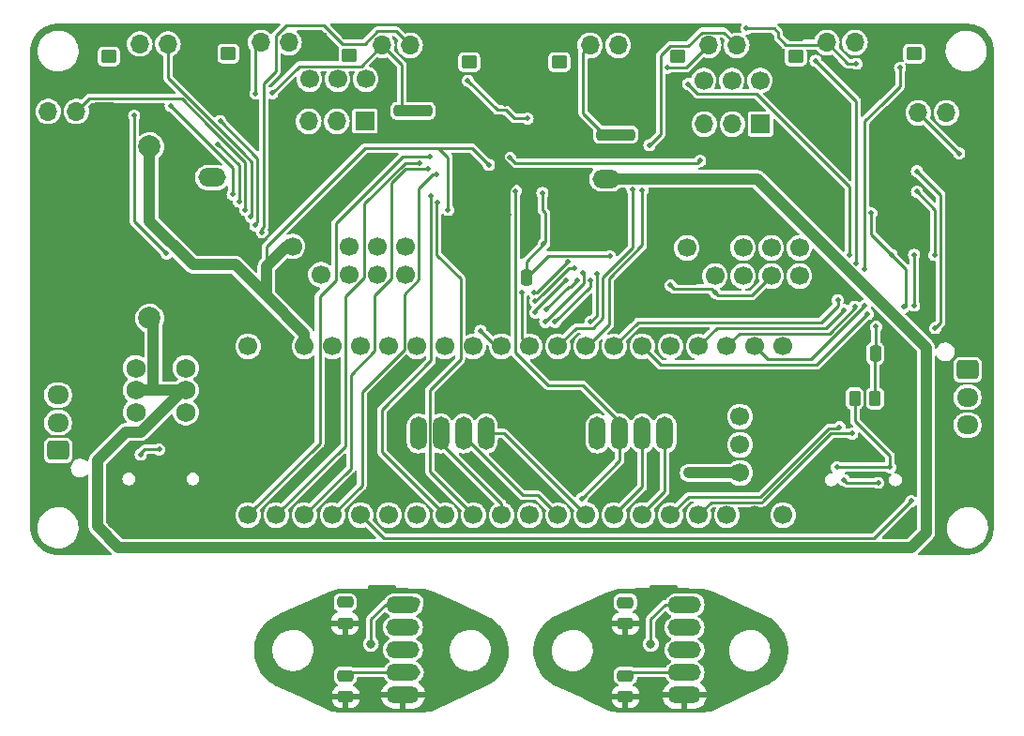
<source format=gbr>
%TF.GenerationSoftware,KiCad,Pcbnew,7.0.7*%
%TF.CreationDate,2023-09-01T18:27:54+02:00*%
%TF.ProjectId,UltiBot,556c7469-426f-4742-9e6b-696361645f70,rev?*%
%TF.SameCoordinates,PX60e4b00PY697e1a8*%
%TF.FileFunction,Copper,L2,Bot*%
%TF.FilePolarity,Positive*%
%FSLAX46Y46*%
G04 Gerber Fmt 4.6, Leading zero omitted, Abs format (unit mm)*
G04 Created by KiCad (PCBNEW 7.0.7) date 2023-09-01 18:27:54*
%MOMM*%
%LPD*%
G01*
G04 APERTURE LIST*
G04 Aperture macros list*
%AMRoundRect*
0 Rectangle with rounded corners*
0 $1 Rounding radius*
0 $2 $3 $4 $5 $6 $7 $8 $9 X,Y pos of 4 corners*
0 Add a 4 corners polygon primitive as box body*
4,1,4,$2,$3,$4,$5,$6,$7,$8,$9,$2,$3,0*
0 Add four circle primitives for the rounded corners*
1,1,$1+$1,$2,$3*
1,1,$1+$1,$4,$5*
1,1,$1+$1,$6,$7*
1,1,$1+$1,$8,$9*
0 Add four rect primitives between the rounded corners*
20,1,$1+$1,$2,$3,$4,$5,0*
20,1,$1+$1,$4,$5,$6,$7,0*
20,1,$1+$1,$6,$7,$8,$9,0*
20,1,$1+$1,$8,$9,$2,$3,0*%
G04 Aperture macros list end*
%TA.AperFunction,ComponentPad*%
%ADD10C,1.700000*%
%TD*%
%TA.AperFunction,ComponentPad*%
%ADD11R,1.700000X1.700000*%
%TD*%
%TA.AperFunction,ComponentPad*%
%ADD12R,2.500000X1.700000*%
%TD*%
%TA.AperFunction,ComponentPad*%
%ADD13O,2.500000X1.700000*%
%TD*%
%TA.AperFunction,ComponentPad*%
%ADD14RoundRect,0.250000X0.725000X-0.600000X0.725000X0.600000X-0.725000X0.600000X-0.725000X-0.600000X0*%
%TD*%
%TA.AperFunction,ComponentPad*%
%ADD15O,1.950000X1.700000*%
%TD*%
%TA.AperFunction,SMDPad,CuDef*%
%ADD16O,3.000000X1.500000*%
%TD*%
%TA.AperFunction,SMDPad,CuDef*%
%ADD17O,1.500000X3.000000*%
%TD*%
%TA.AperFunction,ComponentPad*%
%ADD18O,1.700000X1.700000*%
%TD*%
%TA.AperFunction,ComponentPad*%
%ADD19O,1.000000X2.100000*%
%TD*%
%TA.AperFunction,ComponentPad*%
%ADD20O,1.000000X1.600000*%
%TD*%
%TA.AperFunction,ComponentPad*%
%ADD21RoundRect,0.250000X-0.725000X0.600000X-0.725000X-0.600000X0.725000X-0.600000X0.725000X0.600000X0*%
%TD*%
%TA.AperFunction,ComponentPad*%
%ADD22C,1.750000*%
%TD*%
%TA.AperFunction,ComponentPad*%
%ADD23C,2.000000*%
%TD*%
%TA.AperFunction,SMDPad,CuDef*%
%ADD24RoundRect,0.250000X-0.450000X0.350000X-0.450000X-0.350000X0.450000X-0.350000X0.450000X0.350000X0*%
%TD*%
%TA.AperFunction,SMDPad,CuDef*%
%ADD25RoundRect,0.250000X-0.475000X0.250000X-0.475000X-0.250000X0.475000X-0.250000X0.475000X0.250000X0*%
%TD*%
%TA.AperFunction,SMDPad,CuDef*%
%ADD26RoundRect,0.250000X0.250000X0.475000X-0.250000X0.475000X-0.250000X-0.475000X0.250000X-0.475000X0*%
%TD*%
%TA.AperFunction,SMDPad,CuDef*%
%ADD27RoundRect,0.250000X0.475000X-0.250000X0.475000X0.250000X-0.475000X0.250000X-0.475000X-0.250000X0*%
%TD*%
%TA.AperFunction,SMDPad,CuDef*%
%ADD28RoundRect,0.250000X0.262500X0.450000X-0.262500X0.450000X-0.262500X-0.450000X0.262500X-0.450000X0*%
%TD*%
%TA.AperFunction,ViaPad*%
%ADD29C,0.600000*%
%TD*%
%TA.AperFunction,ViaPad*%
%ADD30C,0.500000*%
%TD*%
%TA.AperFunction,ViaPad*%
%ADD31C,0.750000*%
%TD*%
%TA.AperFunction,ViaPad*%
%ADD32C,0.800000*%
%TD*%
%TA.AperFunction,Conductor*%
%ADD33C,0.250000*%
%TD*%
%TA.AperFunction,Conductor*%
%ADD34C,1.000000*%
%TD*%
G04 APERTURE END LIST*
D10*
%TO.P,U4,15,3V3*%
%TO.N,+3V3*%
X23696498Y42164000D03*
D11*
%TO.P,U4,14,GND*%
%TO.N,GND*%
X26236498Y42164000D03*
D10*
%TO.P,U4,13,nRT*%
%TO.N,unconnected-(U4-nRT-Pad13)*%
X28776498Y42164000D03*
%TO.P,U4,12,nSP*%
%TO.N,unconnected-(U4-nSP-Pad12)*%
X31316498Y42164000D03*
%TO.P,U4,11,nFT*%
%TO.N,unconnected-(U4-nFT-Pad11)*%
X33856498Y42164000D03*
D11*
%TO.P,U4,10,GND*%
%TO.N,GND*%
X23696498Y39624000D03*
D10*
%TO.P,U4,9,IN1*%
%TO.N,/BluePill&FOC/MOT_2_A*%
X26236498Y39624000D03*
%TO.P,U4,8,IN2*%
%TO.N,/BluePill&FOC/MOT_2_B*%
X28776498Y39624000D03*
%TO.P,U4,7,IN3*%
%TO.N,/BluePill&FOC/MOT_2_C*%
X31316498Y39624000D03*
%TO.P,U4,6,EN*%
%TO.N,/BluePill&FOC/MOT_2_EN*%
X33856498Y39624000D03*
D12*
%TO.P,U4,5,GND*%
%TO.N,GND*%
X16457498Y43434000D03*
D13*
%TO.P,U4,4,VCC*%
%TO.N,/BlackPill&Main/+12V_SW*%
X16457498Y48387000D03*
D10*
%TO.P,U4,3,M3*%
%TO.N,/BluePill&FOC/M2_C_CONN*%
X25220498Y57277000D03*
%TO.P,U4,2,M2*%
%TO.N,/BluePill&FOC/M2_B_CONN*%
X27760498Y57277000D03*
%TO.P,U4,1,M1*%
%TO.N,/BluePill&FOC/M2_A_CONN*%
X30300498Y57277000D03*
%TD*%
D14*
%TO.P,J9,1,Pin_1*%
%TO.N,+12V*%
X2540000Y23749000D03*
D15*
%TO.P,J9,2,Pin_2*%
%TO.N,unconnected-(J9-Pin_2-Pad2)*%
X2540000Y26249000D03*
%TO.P,J9,3,Pin_3*%
%TO.N,unconnected-(J9-Pin_3-Pad3)*%
X2540000Y28749000D03*
%TO.P,J9,4,Pin_4*%
%TO.N,GND*%
X2540000Y31249000D03*
%TD*%
D10*
%TO.P,U3,1,M1*%
%TO.N,/BluePill&FOC/M1_A_CONN*%
X65860498Y57150000D03*
%TO.P,U3,2,M2*%
%TO.N,/BluePill&FOC/M1_B_CONN*%
X63320498Y57150000D03*
%TO.P,U3,3,M3*%
%TO.N,/BluePill&FOC/M1_C_CONN*%
X60780498Y57150000D03*
D13*
%TO.P,U3,4,VCC*%
%TO.N,/BlackPill&Main/+12V_SW*%
X52017498Y48260000D03*
D12*
%TO.P,U3,5,GND*%
%TO.N,GND*%
X52017498Y43307000D03*
D10*
%TO.P,U3,6,EN*%
%TO.N,/BluePill&FOC/MOT_1_EN*%
X69416498Y39497000D03*
%TO.P,U3,7,IN3*%
%TO.N,/BluePill&FOC/MOT_1_A*%
X66876498Y39497000D03*
%TO.P,U3,8,IN2*%
%TO.N,/BluePill&FOC/MOT_1_B*%
X64336498Y39497000D03*
%TO.P,U3,9,IN1*%
%TO.N,/BluePill&FOC/MOT_1_C*%
X61796498Y39497000D03*
D11*
%TO.P,U3,10,GND*%
%TO.N,GND*%
X59256498Y39497000D03*
D10*
%TO.P,U3,11,nFT*%
%TO.N,unconnected-(U3-nFT-Pad11)*%
X69416498Y42037000D03*
%TO.P,U3,12,nSP*%
%TO.N,unconnected-(U3-nSP-Pad12)*%
X66876498Y42037000D03*
%TO.P,U3,13,nRT*%
%TO.N,unconnected-(U3-nRT-Pad13)*%
X64336498Y42037000D03*
D11*
%TO.P,U3,14,GND*%
%TO.N,GND*%
X61796498Y42037000D03*
D10*
%TO.P,U3,15,3V3*%
%TO.N,+3V3*%
X59256498Y42037000D03*
%TD*%
D16*
%TO.P,J11,1,Pin_1*%
%TO.N,/BluePill&FOC/ENC_1_GND*%
X33656867Y1678807D03*
%TO.P,J11,2,Pin_2*%
%TO.N,/BluePill&FOC/ENC_1_3.3*%
X33656867Y3710807D03*
%TO.P,J11,3,Pin_3*%
%TO.N,/BluePill&FOC/ENC_1_I_CONN*%
X33656867Y5742807D03*
%TO.P,J11,4,Pin_4*%
%TO.N,/BluePill&FOC/ENC_1_B_CONN*%
X33656867Y7774807D03*
%TO.P,J11,5,Pin_5*%
%TO.N,/BluePill&FOC/ENC_1_A_CONN*%
X33656867Y9806807D03*
%TD*%
D17*
%TO.P,J14,1,Pin_1*%
%TO.N,GND*%
X33020000Y25273000D03*
%TO.P,J14,2,Pin_2*%
%TO.N,+3V3*%
X35052000Y25273000D03*
%TO.P,J14,3,Pin_3*%
%TO.N,/BlackPill&Main/ENC_2_I*%
X37084000Y25273000D03*
%TO.P,J14,4,Pin_4*%
%TO.N,/BlackPill&Main/ENC_2_B*%
X39116000Y25273000D03*
%TO.P,J14,5,Pin_5*%
%TO.N,/BlackPill&Main/ENC_2_A*%
X41148000Y25273000D03*
%TD*%
%TO.P,J13,1,Pin_1*%
%TO.N,GND*%
X49149000Y25273000D03*
%TO.P,J13,2,Pin_2*%
%TO.N,+3V3*%
X51181000Y25273000D03*
%TO.P,J13,3,Pin_3*%
%TO.N,/BlackPill&Main/ENC_1_I*%
X53213000Y25273000D03*
%TO.P,J13,4,Pin_4*%
%TO.N,/BlackPill&Main/ENC_1_B*%
X55245000Y25273000D03*
%TO.P,J13,5,Pin_5*%
%TO.N,/BlackPill&Main/ENC_1_A*%
X57277000Y25273000D03*
%TD*%
D16*
%TO.P,J12,1,Pin_1*%
%TO.N,/BluePill&FOC/ENC_2_GND*%
X59056867Y1651000D03*
%TO.P,J12,2,Pin_2*%
%TO.N,/BluePill&FOC/ENC_2_3.3*%
X59056867Y3683000D03*
%TO.P,J12,3,Pin_3*%
%TO.N,/BluePill&FOC/ENC_2_I_CONN*%
X59056867Y5715000D03*
%TO.P,J12,4,Pin_4*%
%TO.N,/BluePill&FOC/ENC_2_B_CONN*%
X59056867Y7747000D03*
%TO.P,J12,5,Pin_5*%
%TO.N,/BluePill&FOC/ENC_2_A_CONN*%
X59056867Y9779000D03*
%TD*%
D11*
%TO.P,J3,1,Pin_1*%
%TO.N,GND*%
X85217000Y54229000D03*
D18*
%TO.P,J3,2,Pin_2*%
%TO.N,/BlackPill&Main/SENSOR_LINEA_2*%
X82677000Y54229000D03*
%TO.P,J3,3,Pin_3*%
%TO.N,+3V3*%
X80137000Y54229000D03*
%TD*%
D19*
%TO.P,USB1,13,SHIELD*%
%TO.N,GND*%
X7491000Y21668000D03*
D20*
X7491000Y17488000D03*
D19*
X16131000Y21668000D03*
D20*
X16131000Y17488000D03*
%TD*%
D11*
%TO.P,J1,1,Pin_1*%
%TO.N,GND*%
X14986000Y60452000D03*
D18*
%TO.P,J1,2,Pin_2*%
%TO.N,/BlackPill&Main/SENSOR_1*%
X12446000Y60452000D03*
%TO.P,J1,3,Pin_3*%
%TO.N,+3V3*%
X9906000Y60452000D03*
%TD*%
D11*
%TO.P,J8,1,Pin_1*%
%TO.N,GND*%
X76962000Y60579000D03*
D18*
%TO.P,J8,2,Pin_2*%
%TO.N,/BlackPill&Main/SENSOR_6*%
X74422000Y60579000D03*
%TO.P,J8,3,Pin_3*%
%TO.N,+3V3*%
X71882000Y60579000D03*
%TD*%
D19*
%TO.P,USB2,13,SHIELD*%
%TO.N,GND*%
X70864000Y21585000D03*
D20*
X70864000Y17405000D03*
D19*
X79504000Y21585000D03*
D20*
X79504000Y17405000D03*
%TD*%
D11*
%TO.P,J7,1,Pin_1*%
%TO.N,GND*%
X66294000Y60325000D03*
D18*
%TO.P,J7,2,Pin_2*%
%TO.N,/BlackPill&Main/SENSOR_5*%
X63754000Y60325000D03*
%TO.P,J7,3,Pin_3*%
%TO.N,+3V3*%
X61214000Y60325000D03*
%TD*%
D15*
%TO.P,J10,4,Pin_4*%
%TO.N,GND*%
X84582000Y23535000D03*
%TO.P,J10,3,Pin_3*%
%TO.N,unconnected-(J10-Pin_3-Pad3)*%
X84582000Y26035000D03*
%TO.P,J10,2,Pin_2*%
%TO.N,unconnected-(J10-Pin_2-Pad2)*%
X84582000Y28535000D03*
D21*
%TO.P,J10,1,Pin_1*%
%TO.N,+12V*%
X84582000Y31035000D03*
%TD*%
D22*
%TO.P,SW1,1,NC*%
%TO.N,unconnected-(SW1-NC-Pad1)*%
X9551000Y31190000D03*
%TO.P,SW1,2,COM*%
%TO.N,/BlackPill&Main/+12V_SW*%
X9551000Y29190000D03*
%TO.P,SW1,3,NA*%
%TO.N,+12V*%
X9551000Y27190000D03*
%TO.P,SW1,4,NA*%
X14051000Y31190000D03*
%TO.P,SW1,5,COM*%
%TO.N,/BlackPill&Main/+12V_SW*%
X14051000Y29190000D03*
%TO.P,SW1,6,NC*%
%TO.N,unconnected-(SW1-NC-Pad6)*%
X14051000Y27190000D03*
%TD*%
D11*
%TO.P,J6,1,Pin_1*%
%TO.N,GND*%
X55611000Y60325000D03*
D18*
%TO.P,J6,2,Pin_2*%
%TO.N,/BlackPill&Main/SENSOR_4*%
X53071000Y60325000D03*
%TO.P,J6,3,Pin_3*%
%TO.N,+3V3*%
X50531000Y60325000D03*
%TD*%
D23*
%TO.P,STEP1,1,IN+*%
%TO.N,/BlackPill&Main/+12V_SW*%
X10795000Y35681000D03*
%TO.P,STEP1,2,IN-*%
%TO.N,GND*%
X1295000Y35681000D03*
%TO.P,STEP1,3,OUT+*%
%TO.N,+3V3*%
X10795000Y51181000D03*
%TO.P,STEP1,4,OUT-*%
%TO.N,GND*%
X1295000Y51181000D03*
%TD*%
D10*
%TO.P,U1,44,GND*%
%TO.N,GND*%
X64057000Y29337000D03*
%TO.P,U1,43,SCK*%
%TO.N,/BlackPill&Main/SWCLK*%
X64057000Y26797000D03*
%TO.P,U1,42,DIO*%
%TO.N,/BlackPill&Main/SWDIO*%
X64057000Y24257000D03*
%TO.P,U1,41,3V3*%
%TO.N,+3V3*%
X64057000Y21717000D03*
%TO.P,U1,40,VB*%
%TO.N,unconnected-(U1-VB-Pad40)*%
X67945000Y33147000D03*
%TO.P,U1,39,C13*%
%TO.N,/BlackPill&Main/LED_6*%
X65405000Y33147000D03*
%TO.P,U1,38,C14*%
%TO.N,/BlackPill&Main/LED_5*%
X62865000Y33147000D03*
%TO.P,U1,37,C15*%
%TO.N,/BlackPill&Main/LED_4*%
X60325000Y33147000D03*
%TO.P,U1,36,R*%
%TO.N,unconnected-(U1-R-Pad36)*%
X57785000Y33147000D03*
%TO.P,U1,35,A0*%
%TO.N,/BlackPill&Main/SENSOR_LINEA_2*%
X55245000Y33147000D03*
%TO.P,U1,34,A1*%
%TO.N,/BlackPill&Main/SENSOR_6*%
X52705000Y33147000D03*
%TO.P,U1,33,A2*%
%TO.N,/BlackPill&Main/SENSOR_5*%
X50165000Y33147000D03*
%TO.P,U1,32,A3*%
%TO.N,/BlackPill&Main/SENSOR_4*%
X47625000Y33147000D03*
%TO.P,U1,31,A4*%
%TO.N,/BlackPill&Main/SENSOR_3*%
X45085000Y33147000D03*
%TO.P,U1,30,A5*%
%TO.N,/BlackPill&Main/SENSOR_2*%
X42545000Y33147000D03*
%TO.P,U1,29,A6*%
%TO.N,/BlackPill&Main/SENSOR_1*%
X40005000Y33147000D03*
%TO.P,U1,28,A7*%
%TO.N,/BlackPill&Main/SENSOR_LINEA_1*%
X37465000Y33147000D03*
%TO.P,U1,27,B0*%
%TO.N,unconnected-(U1-B0-Pad27)*%
X34925000Y33147000D03*
%TO.P,U1,26,B1*%
%TO.N,/BlackPill&Main/LED_3*%
X32385000Y33147000D03*
%TO.P,U1,25,B2*%
%TO.N,/BlackPill&Main/LED_2*%
X29845000Y33147000D03*
%TO.P,U1,24,B10*%
%TO.N,/BlackPill&Main/LED_1*%
X27305000Y33147000D03*
%TO.P,U1,23,3V3*%
%TO.N,+3V3*%
X24765000Y33147000D03*
%TO.P,U1,22,GND*%
%TO.N,GND*%
X22225000Y33147000D03*
%TO.P,U1,21,5V*%
%TO.N,unconnected-(U1-5V-Pad21)*%
X19685000Y33147000D03*
%TO.P,U1,20,3V3*%
%TO.N,+3V3*%
X67945000Y17907000D03*
%TO.P,U1,19,GND*%
%TO.N,GND*%
X65405000Y17907000D03*
%TO.P,U1,18,5V*%
%TO.N,unconnected-(U1-5V-Pad18)*%
X62865000Y17907000D03*
%TO.P,U1,17,B9*%
%TO.N,/BlackPill&Main/BTN_MENU_MODE*%
X60325000Y17907000D03*
%TO.P,U1,16,B8*%
%TO.N,/BlackPill&Main/BTN_START*%
X57785000Y17907000D03*
%TO.P,U1,15,B7*%
%TO.N,/BlackPill&Main/ENC_1_A*%
X55245000Y17907000D03*
%TO.P,U1,14,B6*%
%TO.N,/BlackPill&Main/ENC_1_B*%
X52705000Y17907000D03*
%TO.P,U1,13,B5*%
%TO.N,/BlackPill&Main/ENC_2_A*%
X50165000Y17907000D03*
%TO.P,U1,12,B4*%
%TO.N,/BlackPill&Main/ENC_2_B*%
X47625000Y17907000D03*
%TO.P,U1,11,B3*%
%TO.N,/BlackPill&Main/ENC_1_I*%
X45085000Y17907000D03*
%TO.P,U1,10,A15*%
%TO.N,/BlackPill&Main/ENC_2_I*%
X42545000Y17907000D03*
%TO.P,U1,9,A12*%
%TO.N,/BlackPill&Main/USART6_RX*%
X40005000Y17907000D03*
%TO.P,U1,8,A11*%
%TO.N,/BlackPill&Main/USART6_TX*%
X37465000Y17907000D03*
%TO.P,U1,7,A10*%
%TO.N,/BlackPill&Main/USART1_RX*%
X34925000Y17907000D03*
%TO.P,U1,6,A9*%
%TO.N,/BlackPill&Main/USART1_TX*%
X32385000Y17907000D03*
%TO.P,U1,5,A8*%
%TO.N,/BlackPill&Main/LED_0*%
X29845000Y17907000D03*
%TO.P,U1,4,B15*%
%TO.N,/BlackPill&Main/SPI_MOSI*%
X27305000Y17907000D03*
%TO.P,U1,3,B14*%
%TO.N,/BlackPill&Main/SPI_MISO*%
X24765000Y17907000D03*
%TO.P,U1,2,B13*%
%TO.N,/BlackPill&Main/SPI_SCK*%
X22225000Y17907000D03*
%TO.P,U1,1,B12*%
%TO.N,/BlackPill&Main/SPI_NSS*%
X19685000Y17907000D03*
%TD*%
D11*
%TO.P,J4,1,Pin_1*%
%TO.N,GND*%
X25908000Y60579000D03*
D18*
%TO.P,J4,2,Pin_2*%
%TO.N,/BlackPill&Main/SENSOR_2*%
X23368000Y60579000D03*
%TO.P,J4,3,Pin_3*%
%TO.N,+3V3*%
X20828000Y60579000D03*
%TD*%
D11*
%TO.P,J2,1,Pin_1*%
%TO.N,GND*%
X6731000Y54356000D03*
D18*
%TO.P,J2,2,Pin_2*%
%TO.N,/BlackPill&Main/SENSOR_LINEA_1*%
X4191000Y54356000D03*
%TO.P,J2,3,Pin_3*%
%TO.N,+3V3*%
X1651000Y54356000D03*
%TD*%
D11*
%TO.P,J5,1,Pin_1*%
%TO.N,GND*%
X36830000Y60325000D03*
D18*
%TO.P,J5,2,Pin_2*%
%TO.N,/BlackPill&Main/SENSOR_3*%
X34290000Y60325000D03*
%TO.P,J5,3,Pin_3*%
%TO.N,+3V3*%
X31750000Y60325000D03*
%TD*%
D24*
%TO.P,R11,1*%
%TO.N,GND*%
X47752000Y60817000D03*
%TO.P,R11,2*%
%TO.N,Net-(D8-K)*%
X47752000Y58817000D03*
%TD*%
%TO.P,R8,1*%
%TO.N,GND*%
X69088000Y61325000D03*
%TO.P,R8,2*%
%TO.N,Net-(D6-K)*%
X69088000Y59325000D03*
%TD*%
D25*
%TO.P,C10,1*%
%TO.N,/BluePill&FOC/ENC_2_3.3*%
X53722867Y10021807D03*
%TO.P,C10,2*%
%TO.N,/BluePill&FOC/ENC_2_GND*%
X53722867Y8121807D03*
%TD*%
D24*
%TO.P,R7,1*%
%TO.N,GND*%
X58420000Y61325000D03*
%TO.P,R7,2*%
%TO.N,Net-(D5-K)*%
X58420000Y59325000D03*
%TD*%
D25*
%TO.P,C1,1*%
%TO.N,+3V3*%
X33528000Y54417000D03*
%TO.P,C1,2*%
%TO.N,GND*%
X33528000Y52517000D03*
%TD*%
%TO.P,C9,1*%
%TO.N,/BluePill&FOC/ENC_2_3.3*%
X53722867Y3417807D03*
%TO.P,C9,2*%
%TO.N,/BluePill&FOC/ENC_2_GND*%
X53722867Y1517807D03*
%TD*%
D26*
%TO.P,C3,1*%
%TO.N,/BluePill&FOC/RESET*%
X76261000Y32512000D03*
%TO.P,C3,2*%
%TO.N,GND*%
X74361000Y32512000D03*
%TD*%
D27*
%TO.P,C4,1*%
%TO.N,+3V3*%
X51816000Y52263000D03*
%TO.P,C4,2*%
%TO.N,GND*%
X51816000Y54163000D03*
%TD*%
D24*
%TO.P,R6,1*%
%TO.N,GND*%
X28829000Y61452000D03*
%TO.P,R6,2*%
%TO.N,Net-(D4-K)*%
X28829000Y59452000D03*
%TD*%
%TO.P,R12,1*%
%TO.N,GND*%
X39624000Y60817000D03*
%TO.P,R12,2*%
%TO.N,Net-(D9-K)*%
X39624000Y58817000D03*
%TD*%
D11*
%TO.P,J16,1,Pin_1*%
%TO.N,/BluePill&FOC/M2_A_CONN*%
X30226000Y53467000D03*
D18*
%TO.P,J16,2,Pin_2*%
%TO.N,/BluePill&FOC/M2_B_CONN*%
X27686000Y53467000D03*
%TO.P,J16,3,Pin_3*%
%TO.N,/BluePill&FOC/M2_C_CONN*%
X25146000Y53467000D03*
%TD*%
D11*
%TO.P,J15,1,Pin_1*%
%TO.N,/BluePill&FOC/M1_A_CONN*%
X65913000Y53213000D03*
D18*
%TO.P,J15,2,Pin_2*%
%TO.N,/BluePill&FOC/M1_B_CONN*%
X63373000Y53213000D03*
%TO.P,J15,3,Pin_3*%
%TO.N,/BluePill&FOC/M1_C_CONN*%
X60833000Y53213000D03*
%TD*%
D27*
%TO.P,C5,1*%
%TO.N,+3V3*%
X53848000Y52263000D03*
%TO.P,C5,2*%
%TO.N,GND*%
X53848000Y54163000D03*
%TD*%
D26*
%TO.P,C8,1*%
%TO.N,+3V3*%
X44765000Y39370000D03*
%TO.P,C8,2*%
%TO.N,GND*%
X42865000Y39370000D03*
%TD*%
D24*
%TO.P,R9,1*%
%TO.N,GND*%
X79756000Y61579000D03*
%TO.P,R9,2*%
%TO.N,Net-(D7-K)*%
X79756000Y59579000D03*
%TD*%
%TO.P,R5,1*%
%TO.N,GND*%
X17907000Y61579000D03*
%TO.P,R5,2*%
%TO.N,Net-(D3-K)*%
X17907000Y59579000D03*
%TD*%
%TO.P,R4,1*%
%TO.N,GND*%
X7112000Y61325000D03*
%TO.P,R4,2*%
%TO.N,Net-(D2-K)*%
X7112000Y59325000D03*
%TD*%
D28*
%TO.P,R10,1*%
%TO.N,/BluePill&FOC/RESET*%
X76223500Y28448000D03*
%TO.P,R10,2*%
%TO.N,+3V3*%
X74398500Y28448000D03*
%TD*%
D25*
%TO.P,C7,1*%
%TO.N,/BluePill&FOC/ENC_1_3.3*%
X28424467Y10032007D03*
%TO.P,C7,2*%
%TO.N,/BluePill&FOC/ENC_1_GND*%
X28424467Y8132007D03*
%TD*%
%TO.P,C6,1*%
%TO.N,/BluePill&FOC/ENC_1_3.3*%
X28475267Y3407607D03*
%TO.P,C6,2*%
%TO.N,/BluePill&FOC/ENC_1_GND*%
X28475267Y1507607D03*
%TD*%
%TO.P,C2,1*%
%TO.N,+3V3*%
X35560000Y54417000D03*
%TO.P,C2,2*%
%TO.N,GND*%
X35560000Y52517000D03*
%TD*%
D29*
%TO.N,GND*%
X50292000Y21717000D03*
X49149000Y25146000D03*
%TO.N,/BlackPill&Main/ENC_1_I*%
X53213000Y25273000D03*
%TO.N,/BlackPill&Main/ENC_1_B*%
X55245000Y25273000D03*
%TO.N,+3V3*%
X51181000Y25273000D03*
%TO.N,/BlackPill&Main/ENC_1_A*%
X57277000Y25273000D03*
%TO.N,GND*%
X33020000Y25273000D03*
%TO.N,+3V3*%
X35052000Y25273000D03*
%TO.N,/BlackPill&Main/ENC_2_I*%
X37084000Y25273000D03*
%TO.N,/BlackPill&Main/ENC_2_B*%
X39116000Y25273000D03*
%TO.N,/BlackPill&Main/ENC_2_A*%
X41148000Y25273000D03*
D30*
%TO.N,+3V3*%
X46355000Y42418000D03*
X77584000Y22225000D03*
X57470500Y58293000D03*
X64643000Y61849000D03*
X46228000Y46990000D03*
X41402000Y49530000D03*
X53848000Y52263000D03*
X21844000Y56007000D03*
X33528000Y54417000D03*
X20345233Y55981767D03*
D31*
X59436000Y21717000D03*
D30*
X51816000Y52263000D03*
X52324000Y41275000D03*
X74549000Y58674000D03*
X35560000Y54417000D03*
X72784000Y22225000D03*
X37719000Y45466000D03*
X83820000Y50579000D03*
%TO.N,/BlackPill&Main/BTN_START*%
X73025000Y25847500D03*
X75885500Y45179000D03*
X78867000Y36703000D03*
X77724000Y41402000D03*
%TO.N,/BlackPill&Main/BTN_MENU_MODE*%
X79756000Y41402000D03*
X74168000Y25273000D03*
X79756000Y36830000D03*
%TO.N,GND*%
X42998000Y57277000D03*
X51689000Y50800000D03*
X56515000Y44831000D03*
X52070000Y44958000D03*
X21971000Y43688000D03*
X40608389Y46119855D03*
X42811000Y55057500D03*
X45466000Y48641000D03*
X22987000Y58166000D03*
X50038000Y51330500D03*
X53213000Y45974000D03*
X25146000Y49276000D03*
X43171511Y45026521D03*
X51181000Y54102000D03*
X42672000Y50673000D03*
%TO.N,/BluePill&FOC/RESET*%
X76223500Y28448000D03*
X60452000Y49911000D03*
X43307000Y50165000D03*
X76327000Y34925000D03*
D32*
%TO.N,/BluePill&FOC/ENC_1_3.3*%
X34825267Y3737807D03*
X28475267Y10021807D03*
X28475267Y3417807D03*
%TO.N,/BluePill&FOC/ENC_1_GND*%
X36349267Y1705807D03*
%TO.N,/BluePill&FOC/ENC_2_3.3*%
X53722867Y10021807D03*
X60072867Y3737807D03*
X53722867Y3417807D03*
%TO.N,/BluePill&FOC/ENC_2_GND*%
X61596867Y1705807D03*
D30*
%TO.N,Net-(D1-K)*%
X80010000Y47117000D03*
X81594500Y41402000D03*
%TO.N,/BlackPill&Main/LED_0*%
X79502000Y19177000D03*
X80010000Y48943500D03*
X81661000Y34798000D03*
%TO.N,Net-(D2-K)*%
X7112000Y59325000D03*
%TO.N,/BlackPill&Main/LED_1*%
X12319000Y41529000D03*
X9398000Y53975000D03*
%TO.N,Net-(D3-K)*%
X17907000Y59579000D03*
%TO.N,/BlackPill&Main/LED_2*%
X18288000Y46863000D03*
X12700000Y54864000D03*
%TO.N,Net-(D4-K)*%
X28829000Y59452000D03*
%TO.N,/BlackPill&Main/LED_3*%
X18862500Y46228000D03*
X16979733Y51396733D03*
%TO.N,Net-(D5-K)*%
X58420000Y59325000D03*
%TO.N,/BlackPill&Main/LED_4*%
X59372500Y56832500D03*
X73914000Y41402000D03*
X73443569Y36411431D03*
%TO.N,Net-(D6-K)*%
X69088000Y59325000D03*
%TO.N,/BlackPill&Main/LED_5*%
X74396767Y36728233D03*
X70866000Y58928000D03*
X74554729Y40645729D03*
%TO.N,Net-(D7-K)*%
X79756000Y59579000D03*
%TO.N,/BlackPill&Main/LED_6*%
X75311000Y40132000D03*
X78486000Y58293000D03*
X75311000Y36830000D03*
%TO.N,Net-(D8-K)*%
X47752000Y58817000D03*
%TO.N,Net-(D9-K)*%
X39624000Y58879500D03*
%TO.N,/BluePill&FOC/MOT_2_LED*%
X39497000Y57150000D03*
X44885500Y53721000D03*
D32*
%TO.N,/BluePill&FOC/ENC_1_A_CONN*%
X34825267Y10087807D03*
X30761267Y6277807D03*
%TO.N,/BluePill&FOC/ENC_1_B_CONN*%
X33802012Y7585212D03*
%TO.N,/BluePill&FOC/ENC_1_I_CONN*%
X33809267Y5769807D03*
%TO.N,/BluePill&FOC/ENC_2_A_CONN*%
X56008867Y6277807D03*
X60072867Y10087807D03*
%TO.N,/BluePill&FOC/ENC_2_B_CONN*%
X59049612Y7585212D03*
%TO.N,/BluePill&FOC/ENC_2_I_CONN*%
X59056867Y5769807D03*
D30*
%TO.N,/BlackPill&Main/SENSOR_1*%
X19939000Y44831000D03*
%TO.N,/BlackPill&Main/SENSOR_LINEA_1*%
X19437000Y45466000D03*
%TO.N,/BlackPill&Main/SENSOR_LINEA_2*%
X75565000Y36068000D03*
%TO.N,/BlackPill&Main/SENSOR_2*%
X20337000Y44069000D03*
X17170931Y53492931D03*
X40640000Y34544000D03*
%TO.N,/BlackPill&Main/SENSOR_3*%
X44389500Y37973000D03*
X20955000Y43434000D03*
%TO.N,/BlackPill&Main/SENSOR_4*%
X54356000Y47310500D03*
%TO.N,/BlackPill&Main/SENSOR_5*%
X55245000Y47244000D03*
X55880000Y51308000D03*
%TO.N,/BlackPill&Main/SENSOR_6*%
X72869069Y37338000D03*
%TO.N,/BlackPill&Main/SWDIO*%
X11659020Y23834394D03*
X9986500Y23368000D03*
%TO.N,/BluePill&FOC/SWCLK*%
X49375733Y39097000D03*
X46617435Y36515500D03*
%TO.N,/BluePill&FOC/SWDIO*%
X45593000Y36195000D03*
X76508500Y20828000D03*
X73406000Y21082000D03*
X48387000Y39097000D03*
%TO.N,/BlackPill&Main/USART6_TX*%
X36195000Y46736000D03*
%TO.N,/BlackPill&Main/USART6_RX*%
X36769500Y46161500D03*
%TO.N,/BlackPill&Main/ENC_1_I*%
X49784000Y19407500D03*
X43815000Y47177500D03*
%TO.N,/BlackPill&Main/ENC_1_B*%
X50546000Y39116000D03*
X47371000Y35366500D03*
%TO.N,/BlackPill&Main/ENC_1_A*%
X51120500Y39739032D03*
X50562620Y35366965D03*
%TO.N,/BlackPill&Main/ENC_2_I*%
X45503569Y38010569D03*
X48516100Y40769100D03*
%TO.N,/BlackPill&Main/ENC_2_B*%
X45593000Y37211000D03*
X49087600Y40197600D03*
%TO.N,/BlackPill&Main/ENC_2_A*%
X46482000Y35366500D03*
X49911000Y39751000D03*
%TO.N,/BlackPill&Main/SPI_NSS*%
X36068000Y50292000D03*
%TO.N,/BlackPill&Main/SPI_SCK*%
X35142129Y49717500D03*
%TO.N,/BlackPill&Main/SPI_MISO*%
X35941000Y49143000D03*
%TO.N,/BlackPill&Main/SPI_MOSI*%
X36703000Y48641000D03*
%TO.N,/BluePill&FOC/MOT_1_A*%
X61849000Y37973000D03*
X57785000Y38647000D03*
%TD*%
D33*
%TO.N,GND*%
X49149000Y22860000D02*
X50292000Y21717000D01*
X49149000Y25146000D02*
X49149000Y22860000D01*
%TO.N,/BlackPill&Main/ENC_1_I*%
X53345000Y26157000D02*
X53345000Y25273000D01*
X46752299Y29628000D02*
X49874000Y29628000D01*
X43815000Y32565299D02*
X46752299Y29628000D01*
X43815000Y47177500D02*
X43815000Y32565299D01*
X49874000Y29628000D02*
X53345000Y26157000D01*
%TO.N,GND*%
X49149000Y25273000D02*
X49149000Y25146000D01*
%TO.N,/BlackPill&Main/ENC_1_I*%
X53213000Y22836500D02*
X53213000Y25273000D01*
X49784000Y19407500D02*
X53213000Y22836500D01*
%TO.N,/BlackPill&Main/ENC_1_B*%
X55245000Y20447000D02*
X55245000Y25273000D01*
X52705000Y17907000D02*
X55245000Y20447000D01*
%TO.N,/BlackPill&Main/ENC_1_A*%
X57277000Y20066000D02*
X57277000Y25273000D01*
X55245000Y18034000D02*
X57277000Y20066000D01*
X55245000Y17907000D02*
X55245000Y18034000D01*
D34*
%TO.N,+3V3*%
X64057000Y21717000D02*
X59436000Y21717000D01*
D33*
%TO.N,/BlackPill&Main/USART6_TX*%
X36195000Y31877000D02*
X36195000Y46736000D01*
X31750000Y27432000D02*
X36195000Y31877000D01*
X31750000Y23622000D02*
X31750000Y27432000D01*
X37465000Y17907000D02*
X31750000Y23622000D01*
%TO.N,/BlackPill&Main/USART6_RX*%
X36703000Y41402000D02*
X36703000Y46095000D01*
X38830000Y31972000D02*
X38830000Y39275000D01*
X36703000Y46095000D02*
X36769500Y46161500D01*
X36068000Y29210000D02*
X38830000Y31972000D01*
X36068000Y21844000D02*
X36068000Y29210000D01*
X40005000Y17907000D02*
X36068000Y21844000D01*
X38830000Y39275000D02*
X36703000Y41402000D01*
%TO.N,/BlackPill&Main/ENC_2_I*%
X37084000Y24384000D02*
X37084000Y25273000D01*
X42545000Y18923000D02*
X37084000Y24384000D01*
X42545000Y17907000D02*
X42545000Y18923000D01*
%TO.N,/BlackPill&Main/ENC_2_B*%
X39116000Y25019000D02*
X39116000Y25273000D01*
X44450000Y19685000D02*
X39116000Y25019000D01*
X45847000Y19685000D02*
X44450000Y19685000D01*
X47625000Y17907000D02*
X45847000Y19685000D01*
%TO.N,/BlackPill&Main/ENC_2_A*%
X50165000Y17907000D02*
X42799000Y25273000D01*
X42799000Y25273000D02*
X41148000Y25273000D01*
%TO.N,/BluePill&FOC/ENC_2_A_CONN*%
X56008867Y6277807D02*
X56008867Y8535807D01*
X59818867Y9833807D02*
X60072867Y10087807D01*
X59056867Y9833807D02*
X59818867Y9833807D01*
X57306867Y9833807D02*
X59056867Y9833807D01*
X56008867Y8535807D02*
X57306867Y9833807D01*
D34*
%TO.N,+3V3*%
X23114000Y42164000D02*
X23696498Y42164000D01*
D33*
X74549000Y58674000D02*
X73787000Y58674000D01*
X83787000Y50579000D02*
X83820000Y50579000D01*
X77597000Y23241000D02*
X77597000Y22238000D01*
X72784000Y22225000D02*
X77584000Y22225000D01*
X39878000Y51054000D02*
X41402000Y49530000D01*
X33528000Y54417000D02*
X33528000Y58547000D01*
X67469000Y61087000D02*
X67469000Y61500000D01*
X61214000Y60325000D02*
X59182000Y58293000D01*
X30226000Y51054000D02*
X36830000Y51054000D01*
X37719000Y50165000D02*
X37719000Y47371000D01*
X44765000Y39370000D02*
X46739100Y41344100D01*
X44765000Y40828000D02*
X44765000Y39370000D01*
X59182000Y58293000D02*
X57470500Y58293000D01*
X46482000Y42545000D02*
X46355000Y42418000D01*
X31750000Y60325000D02*
X29877000Y58452000D01*
X73787000Y58674000D02*
X71882000Y60579000D01*
X21336000Y42164000D02*
X30226000Y51054000D01*
D34*
X10795000Y51181000D02*
X10795000Y44450000D01*
D33*
X68156000Y60400000D02*
X67469000Y61087000D01*
X67469000Y61500000D02*
X67120000Y61849000D01*
D34*
X14732000Y40513000D02*
X18542000Y40513000D01*
X21336000Y37719000D02*
X21336000Y40386000D01*
X18542000Y40513000D02*
X21336000Y37719000D01*
D33*
X37719000Y47371000D02*
X37719000Y45466000D01*
X74398500Y26439500D02*
X77597000Y23241000D01*
X52254900Y41344100D02*
X52324000Y41275000D01*
X21336000Y37719000D02*
X21336000Y42164000D01*
X46355000Y42418000D02*
X44765000Y40828000D01*
X49911000Y59705000D02*
X50531000Y60325000D01*
D34*
X10795000Y44450000D02*
X14732000Y40513000D01*
D33*
X67120000Y61849000D02*
X64643000Y61849000D01*
X71882000Y60579000D02*
X71703000Y60400000D01*
X20345233Y55981767D02*
X20345233Y60096233D01*
X77597000Y22238000D02*
X77584000Y22225000D01*
X49911000Y54168000D02*
X49911000Y59705000D01*
X46228000Y45435500D02*
X46482000Y45181500D01*
D34*
X24765000Y34290000D02*
X24765000Y33147000D01*
D33*
X46482000Y45181500D02*
X46482000Y42545000D01*
X46739100Y41344100D02*
X52254900Y41344100D01*
X36830000Y51054000D02*
X39878000Y51054000D01*
X20345233Y60096233D02*
X20828000Y60579000D01*
X46228000Y46990000D02*
X46228000Y45435500D01*
X29877000Y58452000D02*
X24289000Y58452000D01*
D34*
X21336000Y40386000D02*
X23114000Y42164000D01*
D33*
X51816000Y52263000D02*
X49911000Y54168000D01*
X80137000Y54229000D02*
X83787000Y50579000D01*
X24289000Y58452000D02*
X21844000Y56007000D01*
D34*
X21336000Y37719000D02*
X24765000Y34290000D01*
D33*
X71703000Y60400000D02*
X68156000Y60400000D01*
D34*
X33528000Y54417000D02*
X35560000Y54417000D01*
D33*
X36830000Y51054000D02*
X37719000Y50165000D01*
D34*
X51816000Y52263000D02*
X53848000Y52263000D01*
D33*
X74398500Y28448000D02*
X74398500Y26439500D01*
X33528000Y58547000D02*
X31750000Y60325000D01*
%TO.N,/BlackPill&Main/BTN_START*%
X78994000Y36703000D02*
X78994000Y40132000D01*
X65911604Y19558000D02*
X72076604Y25723000D01*
X72900500Y25723000D02*
X73025000Y25847500D01*
X75885500Y43240500D02*
X75885500Y45179000D01*
X59436000Y19558000D02*
X62611000Y19558000D01*
X62611000Y19558000D02*
X65911604Y19558000D01*
X57785000Y17907000D02*
X59436000Y19558000D01*
X72076604Y25723000D02*
X72900500Y25723000D01*
X77724000Y41402000D02*
X75885500Y43240500D01*
X78994000Y40132000D02*
X77724000Y41402000D01*
%TO.N,/BlackPill&Main/BTN_MENU_MODE*%
X66167000Y19177000D02*
X72263000Y25273000D01*
X79756000Y36830000D02*
X79756000Y41402000D01*
X60325000Y17907000D02*
X61500000Y19082000D01*
X61500000Y19082000D02*
X66072000Y19082000D01*
X66072000Y19082000D02*
X66167000Y19177000D01*
X72263000Y25273000D02*
X74168000Y25273000D01*
X79756000Y41402000D02*
X79756000Y41529000D01*
%TO.N,GND*%
X42672000Y49986827D02*
X44017827Y48641000D01*
X43171511Y47347184D02*
X43171511Y45026521D01*
X52197000Y44958000D02*
X53213000Y45974000D01*
X33303000Y52292000D02*
X28162000Y52292000D01*
X50038000Y51330500D02*
X51158500Y51330500D01*
X42811000Y55057500D02*
X42811000Y57090000D01*
X21971000Y43636827D02*
X21193173Y42859000D01*
X51158500Y51330500D02*
X51689000Y50800000D01*
X56515000Y42238498D02*
X59256498Y39497000D01*
X44017827Y48641000D02*
X44465327Y48641000D01*
X17032498Y42859000D02*
X16457498Y43434000D01*
X42811000Y57090000D02*
X42998000Y57277000D01*
X28162000Y52292000D02*
X25146000Y49276000D01*
X41701723Y45026521D02*
X43171511Y45026521D01*
X51816000Y54163000D02*
X51242000Y54163000D01*
X42672000Y50673000D02*
X42672000Y49986827D01*
X45466000Y48641000D02*
X44465327Y48641000D01*
X33528000Y52517000D02*
X33303000Y52292000D01*
X21193173Y42859000D02*
X17032498Y42859000D01*
X56515000Y44831000D02*
X56515000Y42238498D01*
X52070000Y44958000D02*
X52197000Y44958000D01*
X44465327Y48641000D02*
X43171511Y47347184D01*
X51242000Y54163000D02*
X51181000Y54102000D01*
X21971000Y43688000D02*
X21971000Y43636827D01*
X40608389Y46119855D02*
X41701723Y45026521D01*
%TO.N,/BluePill&FOC/RESET*%
X76223500Y32474500D02*
X76261000Y32512000D01*
X76261000Y34859000D02*
X76327000Y34925000D01*
X60452000Y49911000D02*
X60198000Y49657000D01*
X43815000Y49657000D02*
X43307000Y50165000D01*
X76223500Y28448000D02*
X76223500Y32474500D01*
X60198000Y49657000D02*
X43815000Y49657000D01*
X76261000Y32512000D02*
X76261000Y34859000D01*
%TO.N,/BluePill&FOC/ENC_1_3.3*%
X28475267Y3417807D02*
X28795267Y3737807D01*
X33809267Y3737807D02*
X34825267Y3737807D01*
X28795267Y3737807D02*
X33809267Y3737807D01*
%TO.N,/BluePill&FOC/ENC_1_GND*%
X33809267Y1705807D02*
X36349267Y1705807D01*
%TO.N,/BluePill&FOC/ENC_2_3.3*%
X53722867Y3417807D02*
X54042867Y3737807D01*
X54042867Y3737807D02*
X59056867Y3737807D01*
X59056867Y3737807D02*
X60072867Y3737807D01*
%TO.N,/BluePill&FOC/ENC_2_GND*%
X59056867Y1705807D02*
X61596867Y1705807D01*
%TO.N,Net-(D1-K)*%
X81594500Y41402000D02*
X81661000Y41468500D01*
X81661000Y41468500D02*
X81661000Y45466000D01*
X81661000Y45466000D02*
X80010000Y47117000D01*
%TO.N,/BlackPill&Main/LED_0*%
X76125299Y15800299D02*
X79502000Y19177000D01*
X76073000Y15800299D02*
X76125299Y15800299D01*
X81661000Y34798000D02*
X82169000Y35306000D01*
X29845000Y17907000D02*
X31951701Y15800299D01*
X31951701Y15800299D02*
X76073000Y15800299D01*
X82169000Y35306000D02*
X82169000Y46784500D01*
X82169000Y46784500D02*
X80010000Y48943500D01*
%TO.N,/BlackPill&Main/LED_1*%
X9398000Y44450000D02*
X9398000Y53975000D01*
X12319000Y41529000D02*
X9398000Y44450000D01*
%TO.N,/BlackPill&Main/LED_2*%
X18288000Y46863000D02*
X18288000Y49276000D01*
X18288000Y49276000D02*
X12700000Y54864000D01*
%TO.N,/BlackPill&Main/LED_3*%
X18862500Y49513966D02*
X16979733Y51396733D01*
X18862500Y46228000D02*
X18862500Y49513966D01*
%TO.N,/BlackPill&Main/LED_4*%
X71374000Y34772000D02*
X71804138Y34772000D01*
X71804138Y34772000D02*
X73443569Y36411431D01*
X61950000Y34772000D02*
X71374000Y34772000D01*
X60325000Y33147000D02*
X61950000Y34772000D01*
X60230000Y55975000D02*
X65501000Y55975000D01*
X59372500Y56832500D02*
X60230000Y55975000D01*
X65501000Y55975000D02*
X73914000Y47562000D01*
X73914000Y47562000D02*
X73914000Y41402000D01*
%TO.N,/BlackPill&Main/LED_5*%
X62865000Y33147000D02*
X64040000Y34322000D01*
X74554729Y55239271D02*
X70866000Y58928000D01*
X72135302Y34290698D02*
X74548302Y36703698D01*
X64040000Y34322000D02*
X72104000Y34322000D01*
X74554729Y40645729D02*
X74554729Y55239271D01*
X72104000Y34322000D02*
X72135302Y34290698D01*
%TO.N,/BlackPill&Main/LED_6*%
X73660000Y35179000D02*
X75311000Y36830000D01*
X70453000Y31972000D02*
X73660000Y35179000D01*
X78486000Y56642000D02*
X78486000Y58293000D01*
X65405000Y33147000D02*
X66580000Y31972000D01*
X66580000Y31972000D02*
X70453000Y31972000D01*
X76962000Y55118000D02*
X78486000Y56642000D01*
X75311000Y40132000D02*
X75311000Y53467000D01*
X75311000Y53467000D02*
X76962000Y55118000D01*
%TO.N,/BluePill&FOC/MOT_2_LED*%
X42926000Y54483000D02*
X42164000Y54483000D01*
X42164000Y54483000D02*
X39497000Y57150000D01*
X44885500Y53721000D02*
X43688000Y53721000D01*
X43688000Y53721000D02*
X42926000Y54483000D01*
%TO.N,/BluePill&FOC/ENC_1_A_CONN*%
X30761267Y6277807D02*
X30761267Y8535807D01*
X34571267Y9833807D02*
X34825267Y10087807D01*
X30761267Y8535807D02*
X32059267Y9833807D01*
X33809267Y9833807D02*
X34571267Y9833807D01*
X32059267Y9833807D02*
X33809267Y9833807D01*
%TO.N,/BluePill&FOC/ENC_1_B_CONN*%
X33059267Y7801807D02*
X33809267Y7801807D01*
%TO.N,/BluePill&FOC/ENC_2_B_CONN*%
X58306867Y7801807D02*
X59056867Y7801807D01*
%TO.N,/BlackPill&Main/SENSOR_1*%
X20012000Y49814035D02*
X19292017Y50534018D01*
X12446000Y57405396D02*
X12446000Y60452000D01*
X19292017Y50534018D02*
X19292017Y50559379D01*
X19939000Y44958000D02*
X20012000Y45031000D01*
X20012000Y45031000D02*
X20012000Y49814035D01*
X19292017Y50559379D02*
X12446000Y57405396D01*
%TO.N,/BlackPill&Main/SENSOR_LINEA_1*%
X19437000Y49752639D02*
X16129000Y53060639D01*
X19437000Y45466000D02*
X19437000Y49752639D01*
X16129000Y53060639D02*
X16129000Y53086000D01*
X5366000Y55531000D02*
X4191000Y54356000D01*
X13684000Y55531000D02*
X5366000Y55531000D01*
X16129000Y53086000D02*
X13684000Y55531000D01*
%TO.N,/BlackPill&Main/SENSOR_LINEA_2*%
X70959000Y31462000D02*
X75565000Y36068000D01*
X56930000Y31462000D02*
X70959000Y31462000D01*
X55245000Y33147000D02*
X56930000Y31462000D01*
%TO.N,/BlackPill&Main/SENSOR_2*%
X20514000Y50149862D02*
X17170931Y53492931D01*
X20320000Y44196000D02*
X20514000Y44390000D01*
X20514000Y44390000D02*
X20514000Y50149862D01*
X42037000Y33147000D02*
X40640000Y34544000D01*
X42545000Y33147000D02*
X42037000Y33147000D01*
%TO.N,/BlackPill&Main/SENSOR_3*%
X28194000Y60452000D02*
X30215299Y60452000D01*
X45085000Y33147000D02*
X44389500Y33842500D01*
X21082000Y43942000D02*
X21082000Y56896000D01*
X22193000Y61182000D02*
X23114000Y62103000D01*
X26543000Y62103000D02*
X28194000Y60452000D01*
X33020000Y61595000D02*
X34290000Y60325000D01*
X31358299Y61595000D02*
X33020000Y61595000D01*
X44389500Y33842500D02*
X44389500Y37973000D01*
X22193000Y58007000D02*
X22193000Y61182000D01*
X23114000Y62103000D02*
X26543000Y62103000D01*
X30215299Y60452000D02*
X31358299Y61595000D01*
X20828000Y43688000D02*
X21082000Y43942000D01*
X21082000Y56896000D02*
X22193000Y58007000D01*
%TO.N,/BlackPill&Main/SENSOR_4*%
X51689000Y39370000D02*
X54356000Y42037000D01*
X50800707Y34791879D02*
X51689000Y35680172D01*
X54356000Y42037000D02*
X54356000Y47310500D01*
X49269879Y34791879D02*
X50800707Y34791879D01*
X47625000Y33147000D02*
X49269879Y34791879D01*
X51689000Y35680172D02*
X51689000Y39370000D01*
%TO.N,/BlackPill&Main/SENSOR_5*%
X56896000Y59414173D02*
X57731827Y60250000D01*
X52261198Y39305802D02*
X55245000Y42289604D01*
X59361000Y60250000D02*
X60611000Y61500000D01*
X60611000Y61500000D02*
X62579000Y61500000D01*
X55245000Y42289604D02*
X55245000Y47244000D01*
X50165000Y33147000D02*
X50292000Y33147000D01*
X56896000Y52324000D02*
X56896000Y59414173D01*
X52261198Y35116198D02*
X52261198Y39305802D01*
X50292000Y33147000D02*
X52261198Y35116198D01*
X62579000Y61500000D02*
X63754000Y60325000D01*
X55880000Y51308000D02*
X56896000Y52324000D01*
X57731827Y60250000D02*
X59361000Y60250000D01*
%TO.N,/BlackPill&Main/SENSOR_6*%
X54890629Y35332629D02*
X71347371Y35332629D01*
X71347371Y35332629D02*
X71374000Y35306000D01*
X72869069Y36801069D02*
X72869069Y37338000D01*
X52705000Y33147000D02*
X54890629Y35332629D01*
X71374000Y35306000D02*
X72869069Y36801069D01*
%TO.N,/BlackPill&Main/SWDIO*%
X10033000Y23495000D02*
X10033000Y23414500D01*
X10372394Y23834394D02*
X10033000Y23495000D01*
X11659020Y23834394D02*
X10372394Y23834394D01*
X10033000Y23414500D02*
X9986500Y23368000D01*
%TO.N,/BluePill&FOC/SWCLK*%
X46617435Y36549967D02*
X48589468Y38522000D01*
X46617435Y36515500D02*
X46617435Y36549967D01*
X48800733Y38522000D02*
X49375733Y39097000D01*
X48589468Y38522000D02*
X48800733Y38522000D01*
%TO.N,/BluePill&FOC/SWDIO*%
X73660000Y20828000D02*
X73406000Y21082000D01*
X45593000Y36195000D02*
X45593000Y36397827D01*
X76508500Y20828000D02*
X73660000Y20828000D01*
X45593000Y36397827D02*
X48292173Y39097000D01*
X48292173Y39097000D02*
X48387000Y39097000D01*
%TO.N,/BlackPill&Main/ENC_1_B*%
X47371000Y35366500D02*
X50546000Y38541500D01*
X50546000Y38541500D02*
X50546000Y39116000D01*
%TO.N,/BlackPill&Main/ENC_1_A*%
X50562620Y35366965D02*
X51121000Y35925345D01*
X51121000Y35925345D02*
X51121000Y39738532D01*
X51121000Y39738532D02*
X51120500Y39739032D01*
%TO.N,/BlackPill&Main/ENC_2_I*%
X45503569Y38010569D02*
X45757569Y38010569D01*
X45757569Y38010569D02*
X48516100Y40769100D01*
%TO.N,/BlackPill&Main/ENC_2_B*%
X46207569Y37824173D02*
X48580996Y40197600D01*
X48580996Y40197600D02*
X49087600Y40197600D01*
X45594396Y37211000D02*
X46207569Y37824173D01*
X45593000Y37211000D02*
X45594396Y37211000D01*
%TO.N,/BlackPill&Main/ENC_2_A*%
X49950733Y39711267D02*
X49911000Y39751000D01*
X49950733Y38835233D02*
X49950733Y39711267D01*
X46482000Y35366500D02*
X49950733Y38835233D01*
%TO.N,/BlackPill&Main/SPI_NSS*%
X26130000Y37665801D02*
X26130000Y24352000D01*
X36068000Y50292000D02*
X33655000Y50292000D01*
X33655000Y50292000D02*
X27601498Y44238498D01*
X27601498Y44238498D02*
X27601498Y39137299D01*
X27601498Y39137299D02*
X26130000Y37665801D01*
X26130000Y24352000D02*
X19685000Y17907000D01*
%TO.N,/BlackPill&Main/SPI_SCK*%
X35142129Y49717500D02*
X33842500Y49717500D01*
X30141498Y46016498D02*
X30141498Y39327299D01*
X28480000Y37665801D02*
X28480000Y24162000D01*
X30141498Y39327299D02*
X28480000Y37665801D01*
X28480000Y24162000D02*
X22225000Y17907000D01*
X33842500Y49717500D02*
X30141498Y46016498D01*
%TO.N,/BlackPill&Main/SPI_MISO*%
X31115000Y37760801D02*
X31115000Y32755299D01*
X32639000Y47870500D02*
X32639000Y39284801D01*
X28956000Y22098000D02*
X24765000Y17907000D01*
X31115000Y32755299D02*
X28956000Y30596299D01*
X32639000Y39284801D02*
X31115000Y37760801D01*
X33911500Y49143000D02*
X32639000Y47870500D01*
X28956000Y30596299D02*
X28956000Y22098000D01*
X35941000Y49143000D02*
X33911500Y49143000D01*
%TO.N,/BlackPill&Main/SPI_MOSI*%
X36703000Y48641000D02*
X36322000Y48641000D01*
X35052000Y39157801D02*
X35052000Y47371000D01*
X29940000Y20542000D02*
X29940000Y29040299D01*
X33750000Y37855801D02*
X35052000Y39157801D01*
X36322000Y48641000D02*
X35052000Y47371000D01*
X29940000Y29040299D02*
X33750000Y32850299D01*
X33750000Y32850299D02*
X33750000Y37855801D01*
X27305000Y17907000D02*
X29940000Y20542000D01*
%TO.N,/BluePill&FOC/MOT_1_A*%
X58110000Y38322000D02*
X57785000Y38647000D01*
X65126097Y37746599D02*
X66876498Y39497000D01*
X62075401Y37746599D02*
X65126097Y37746599D01*
X61500000Y38322000D02*
X58110000Y38322000D01*
X61849000Y37973000D02*
X62075401Y37746599D01*
X61849000Y37973000D02*
X61500000Y38322000D01*
D34*
%TO.N,/BlackPill&Main/+12V_SW*%
X9551000Y29190000D02*
X10788436Y29190000D01*
X80831000Y16336402D02*
X80831000Y33026662D01*
X6096000Y16885944D02*
X8006645Y14975299D01*
X79469897Y14975299D02*
X80831000Y16336402D01*
X11126000Y35350000D02*
X10795000Y35681000D01*
X14051000Y29190000D02*
X13778387Y29190000D01*
X65597662Y48260000D02*
X52017498Y48260000D01*
X6096000Y22860000D02*
X6096000Y16885944D01*
X9998000Y25409613D02*
X8645613Y25409613D01*
X13778387Y29190000D02*
X9998000Y25409613D01*
X11126000Y29527564D02*
X11126000Y35350000D01*
X80831000Y33026662D02*
X65597662Y48260000D01*
X14051000Y29190000D02*
X9551000Y29190000D01*
X8006645Y14975299D02*
X79469897Y14975299D01*
X10788436Y29190000D02*
X11126000Y29527564D01*
X8645613Y25409613D02*
X6096000Y22860000D01*
%TD*%
%TA.AperFunction,Conductor*%
%TO.N,/BluePill&FOC/ENC_1_GND*%
G36*
X32978691Y11538093D02*
G01*
X33014655Y11488593D01*
X33019500Y11458000D01*
X33019500Y11305582D01*
X33019458Y11303004D01*
X33019535Y11302815D01*
X33019665Y11302486D01*
X33019693Y11302460D01*
X33019995Y11302461D01*
X33020000Y11302459D01*
X33020004Y11302461D01*
X33022039Y11302467D01*
X35341155Y11263970D01*
X35346544Y11263585D01*
X35602185Y11231157D01*
X35605213Y11230677D01*
X35877419Y11178790D01*
X35880202Y11178175D01*
X36148914Y11110559D01*
X36151851Y11109721D01*
X36398136Y11031186D01*
X36401705Y11029895D01*
X36530397Y10977693D01*
X36609362Y10945661D01*
X36611579Y10944697D01*
X38728029Y9961562D01*
X40973508Y8918489D01*
X40974006Y8918323D01*
X41361133Y8741083D01*
X41366593Y8738156D01*
X41734819Y8509846D01*
X41739885Y8506245D01*
X42076573Y8233599D01*
X42081150Y8229391D01*
X42381016Y7916693D01*
X42385028Y7911945D01*
X42643337Y7564132D01*
X42646725Y7558914D01*
X42859406Y7181465D01*
X42862104Y7175883D01*
X42945093Y6972527D01*
X43025800Y6774759D01*
X43027784Y6768862D01*
X43139917Y6350384D01*
X43141147Y6344284D01*
X43199943Y5915063D01*
X43200399Y5908858D01*
X43204935Y5475633D01*
X43204609Y5469419D01*
X43154815Y5039056D01*
X43153713Y5032932D01*
X43050373Y4612205D01*
X43048512Y4606267D01*
X42893253Y4201805D01*
X42890663Y4196148D01*
X42685941Y3814340D01*
X42682662Y3809051D01*
X42431691Y3455903D01*
X42427776Y3451067D01*
X42134527Y3132161D01*
X42130039Y3127858D01*
X42003854Y3021222D01*
X41799132Y2848219D01*
X41794136Y2844509D01*
X41430807Y2608561D01*
X41425386Y2605507D01*
X41032467Y2415560D01*
X36612983Y366643D01*
X36610739Y365670D01*
X36402717Y281449D01*
X36399153Y280163D01*
X36152373Y201614D01*
X36149417Y200774D01*
X36050476Y175923D01*
X35880215Y133157D01*
X35877437Y132545D01*
X35604766Y80662D01*
X35601732Y80181D01*
X35346068Y47806D01*
X35339843Y47413D01*
X28079804Y47413D01*
X28073569Y47807D01*
X27818364Y80179D01*
X27815324Y80661D01*
X27543139Y132544D01*
X27540328Y133165D01*
X27273977Y200186D01*
X27271638Y200775D01*
X27268680Y201618D01*
X27022400Y280151D01*
X27018830Y281442D01*
X26811184Y365673D01*
X26808937Y366650D01*
X24890925Y1257606D01*
X27250267Y1257606D01*
X27250268Y1207621D01*
X27260759Y1104920D01*
X27260762Y1104908D01*
X27315910Y938483D01*
X27407947Y789267D01*
X27531926Y665288D01*
X27681142Y573251D01*
X27847573Y518101D01*
X27950280Y507608D01*
X28225264Y507608D01*
X28225265Y507609D01*
X28725266Y507609D01*
X28725267Y507608D01*
X29000253Y507608D01*
X29102954Y518100D01*
X29102966Y518103D01*
X29269391Y573251D01*
X29418607Y665288D01*
X29542586Y789267D01*
X29634623Y938483D01*
X29689773Y1104914D01*
X29700267Y1207620D01*
X29700267Y1257606D01*
X29700266Y1257607D01*
X28725268Y1257607D01*
X28725266Y1257606D01*
X28725266Y507609D01*
X28225265Y507609D01*
X28225266Y507610D01*
X28225266Y1257607D01*
X27250269Y1257607D01*
X27250267Y1257606D01*
X24890925Y1257606D01*
X24522371Y1428807D01*
X31679316Y1428807D01*
X31683281Y1399535D01*
X31752812Y1185540D01*
X31859432Y987406D01*
X31999722Y811487D01*
X32169166Y663449D01*
X32169170Y663446D01*
X32362310Y548049D01*
X32362324Y548042D01*
X32572968Y468987D01*
X32572985Y468982D01*
X32794358Y428809D01*
X32794371Y428807D01*
X33406866Y428807D01*
X33406867Y428808D01*
X33906867Y428808D01*
X33906868Y428807D01*
X34462996Y428807D01*
X34463021Y428809D01*
X34630957Y443923D01*
X34630968Y443925D01*
X34847859Y503784D01*
X34847866Y503787D01*
X35050579Y601408D01*
X35232615Y733665D01*
X35388102Y896291D01*
X35388102Y896292D01*
X35512061Y1084081D01*
X35512064Y1084085D01*
X35600491Y1290974D01*
X35600492Y1290975D01*
X35631951Y1428807D01*
X33906868Y1428807D01*
X33906867Y1428806D01*
X33906867Y428808D01*
X33406867Y428808D01*
X33406867Y1428806D01*
X33406866Y1428807D01*
X31679316Y1428807D01*
X24522371Y1428807D01*
X23814542Y1757608D01*
X27250267Y1757608D01*
X27250268Y1757607D01*
X29700265Y1757607D01*
X29700266Y1757609D01*
X29700266Y1807594D01*
X29689774Y1910295D01*
X29689771Y1910307D01*
X29634623Y2076732D01*
X29542586Y2225948D01*
X29418607Y2349927D01*
X29269392Y2441964D01*
X29184486Y2470099D01*
X29135197Y2506351D01*
X29116629Y2564651D01*
X29135875Y2622730D01*
X29179307Y2656170D01*
X29222609Y2673246D01*
X29343189Y2764685D01*
X29434628Y2885265D01*
X29490144Y3026043D01*
X29500767Y3114505D01*
X29500767Y3213308D01*
X29519674Y3271498D01*
X29569174Y3307462D01*
X29599767Y3312307D01*
X31869381Y3312307D01*
X31927572Y3293400D01*
X31956691Y3259976D01*
X32029183Y3124355D01*
X32156928Y2968697D01*
X32160457Y2964397D01*
X32160462Y2964393D01*
X32244178Y2895689D01*
X32277165Y2844158D01*
X32273563Y2783078D01*
X32239564Y2739069D01*
X32081123Y2623955D01*
X32081119Y2623951D01*
X31925631Y2461324D01*
X31925631Y2461323D01*
X31801672Y2273534D01*
X31801669Y2273530D01*
X31713242Y2066641D01*
X31713241Y2066640D01*
X31681782Y1928808D01*
X31681783Y1928807D01*
X35634417Y1928807D01*
X35630452Y1958080D01*
X35560921Y2172075D01*
X35454301Y2370209D01*
X35314011Y2546128D01*
X35144569Y2694164D01*
X35079906Y2732798D01*
X35039650Y2778875D01*
X35034165Y2839814D01*
X35065547Y2892339D01*
X35067879Y2894313D01*
X35093843Y2915621D01*
X35153277Y2964397D01*
X35284552Y3124357D01*
X35382099Y3306853D01*
X35382101Y3306862D01*
X35382764Y3308460D01*
X35392761Y3326831D01*
X35450081Y3409871D01*
X35450081Y3409872D01*
X35450085Y3409877D01*
X35510407Y3568935D01*
X35530912Y3737807D01*
X35529533Y3749161D01*
X35527261Y3767869D01*
X35510407Y3906679D01*
X35450085Y4065737D01*
X35353450Y4205736D01*
X35328792Y4227581D01*
X35307131Y4255015D01*
X35284552Y4297257D01*
X35279987Y4302819D01*
X35153281Y4457212D01*
X35153277Y4457217D01*
X35107180Y4495048D01*
X34993319Y4588491D01*
X34993315Y4588493D01*
X34962255Y4605095D01*
X34897893Y4639498D01*
X34855487Y4683603D01*
X34847104Y4744211D01*
X34875947Y4798172D01*
X34897894Y4814117D01*
X34993317Y4865122D01*
X35153277Y4996397D01*
X35284552Y5156357D01*
X35382099Y5338853D01*
X35442167Y5536873D01*
X35442168Y5536878D01*
X35450054Y5616942D01*
X37868055Y5616942D01*
X37897681Y5347687D01*
X37947702Y5156355D01*
X37966195Y5085619D01*
X38072137Y4836317D01*
X38108269Y4777113D01*
X38213250Y4605095D01*
X38367789Y4419397D01*
X38386522Y4396887D01*
X38404831Y4380482D01*
X38562337Y4239356D01*
X38588265Y4216125D01*
X38718649Y4129864D01*
X38814180Y4066661D01*
X38936437Y4009350D01*
X39059443Y3951687D01*
X39188674Y3912807D01*
X39318822Y3873651D01*
X39318826Y3873650D01*
X39318836Y3873647D01*
X39426468Y3857807D01*
X39586827Y3834207D01*
X39586828Y3834207D01*
X39789900Y3834207D01*
X39847762Y3838443D01*
X39992423Y3849030D01*
X40256820Y3907927D01*
X40509825Y4004693D01*
X40746044Y4137266D01*
X40960444Y4302819D01*
X41148453Y4497826D01*
X41306066Y4718128D01*
X41429923Y4959032D01*
X41517385Y5215402D01*
X41566586Y5481774D01*
X41576479Y5752472D01*
X41546853Y6021725D01*
X41478339Y6283795D01*
X41372397Y6533097D01*
X41231285Y6764317D01*
X41225001Y6771868D01*
X41058013Y6972526D01*
X40856274Y7153285D01*
X40856271Y7153287D01*
X40856269Y7153289D01*
X40706756Y7252206D01*
X40630353Y7302754D01*
X40385089Y7417728D01*
X40125711Y7495764D01*
X40125695Y7495768D01*
X39857707Y7535207D01*
X39857706Y7535207D01*
X39654636Y7535207D01*
X39654634Y7535207D01*
X39452115Y7520385D01*
X39187717Y7461488D01*
X39187714Y7461488D01*
X39187714Y7461487D01*
X39110662Y7432017D01*
X38934706Y7364720D01*
X38698486Y7232146D01*
X38484093Y7066599D01*
X38296081Y6871588D01*
X38138466Y6651285D01*
X38014609Y6410379D01*
X37927151Y6154020D01*
X37927148Y6154009D01*
X37877947Y5887638D01*
X37868055Y5616942D01*
X35450054Y5616942D01*
X35462450Y5742804D01*
X35462450Y5742811D01*
X35442168Y5948737D01*
X35442167Y5948742D01*
X35420027Y6021728D01*
X35382099Y6146761D01*
X35284552Y6329257D01*
X35277833Y6337444D01*
X35153281Y6489212D01*
X35153277Y6489217D01*
X35089370Y6541664D01*
X34993319Y6620491D01*
X34993315Y6620493D01*
X34975370Y6630085D01*
X34897893Y6671498D01*
X34855487Y6715603D01*
X34847104Y6776211D01*
X34875947Y6830172D01*
X34897894Y6846117D01*
X34897896Y6846118D01*
X34993317Y6897122D01*
X35153277Y7028397D01*
X35284552Y7188357D01*
X35382099Y7370853D01*
X35442167Y7568873D01*
X35442168Y7568878D01*
X35462450Y7774804D01*
X35462450Y7774811D01*
X35442168Y7980737D01*
X35442167Y7980742D01*
X35402556Y8111322D01*
X35382099Y8178761D01*
X35284552Y8361257D01*
X35277833Y8369444D01*
X35153281Y8521212D01*
X35153277Y8521217D01*
X35108131Y8558267D01*
X34993319Y8652491D01*
X34993315Y8652493D01*
X34962558Y8668933D01*
X34897893Y8703498D01*
X34855487Y8747603D01*
X34847104Y8808211D01*
X34875947Y8862172D01*
X34897894Y8878117D01*
X34909529Y8884336D01*
X34993317Y8929122D01*
X35153277Y9060397D01*
X35284552Y9220357D01*
X35382099Y9402853D01*
X35442167Y9600873D01*
X35445328Y9632960D01*
X35453479Y9715725D01*
X35459254Y9774364D01*
X35465206Y9799752D01*
X35510407Y9918935D01*
X35526201Y10049008D01*
X35530912Y10087806D01*
X35530912Y10087809D01*
X35523844Y10146018D01*
X35510407Y10256679D01*
X35450085Y10415737D01*
X35353450Y10555736D01*
X35226119Y10668541D01*
X35075492Y10747597D01*
X35075491Y10747598D01*
X35075490Y10747598D01*
X34910325Y10788307D01*
X34910323Y10788307D01*
X34804843Y10788307D01*
X34776105Y10792570D01*
X34612801Y10842108D01*
X34612795Y10842109D01*
X34468556Y10856315D01*
X34458475Y10857307D01*
X32855259Y10857307D01*
X32845795Y10856375D01*
X32700938Y10842109D01*
X32700932Y10842108D01*
X32502912Y10782039D01*
X32320414Y10684491D01*
X32160462Y10553222D01*
X32160452Y10553212D01*
X32073024Y10446679D01*
X32029182Y10393257D01*
X31977533Y10296631D01*
X31972417Y10287059D01*
X31930050Y10245518D01*
X31902868Y10231669D01*
X31888520Y10225726D01*
X31863685Y10217656D01*
X31842558Y10202307D01*
X31829316Y10194192D01*
X31806047Y10182336D01*
X30508047Y8884336D01*
X30412739Y8789029D01*
X30412737Y8789025D01*
X30400881Y8765757D01*
X30392767Y8752516D01*
X30377417Y8731389D01*
X30369348Y8706554D01*
X30363405Y8692206D01*
X30351548Y8668935D01*
X30347463Y8643142D01*
X30343838Y8628042D01*
X30335767Y8603201D01*
X30335767Y6881262D01*
X30316860Y6823071D01*
X30302416Y6807160D01*
X30233090Y6745743D01*
X30233083Y6745735D01*
X30153255Y6630085D01*
X30136449Y6605737D01*
X30082212Y6462722D01*
X30076127Y6446678D01*
X30055622Y6277809D01*
X30055622Y6277806D01*
X30055907Y6275456D01*
X30076127Y6108935D01*
X30136449Y5949877D01*
X30233084Y5809878D01*
X30360415Y5697073D01*
X30511042Y5618017D01*
X30676211Y5577307D01*
X30676214Y5577307D01*
X30846320Y5577307D01*
X30846323Y5577307D01*
X31011492Y5618017D01*
X31162119Y5697073D01*
X31289450Y5809878D01*
X31386085Y5949877D01*
X31446407Y6108935D01*
X31466627Y6275456D01*
X31466912Y6277806D01*
X31466912Y6277809D01*
X31460664Y6329260D01*
X31446407Y6446679D01*
X31386085Y6605737D01*
X31289450Y6745736D01*
X31289446Y6745740D01*
X31289443Y6745743D01*
X31220118Y6807160D01*
X31189099Y6859900D01*
X31186767Y6881262D01*
X31186767Y8318553D01*
X31205674Y8376744D01*
X31215757Y8388551D01*
X31960231Y9133026D01*
X32014746Y9160801D01*
X32075178Y9151230D01*
X32106761Y9125825D01*
X32160454Y9060400D01*
X32160455Y9060399D01*
X32160457Y9060397D01*
X32160796Y9060119D01*
X32320414Y8929124D01*
X32320415Y8929124D01*
X32320417Y8929122D01*
X32404205Y8884336D01*
X32415840Y8878117D01*
X32458246Y8834011D01*
X32466629Y8773403D01*
X32437786Y8719442D01*
X32415840Y8703497D01*
X32320414Y8652491D01*
X32160462Y8521222D01*
X32160452Y8521212D01*
X32029183Y8361260D01*
X31931635Y8178762D01*
X31871566Y7980742D01*
X31871565Y7980737D01*
X31851284Y7774811D01*
X31851284Y7774804D01*
X31871565Y7568878D01*
X31871566Y7568873D01*
X31931635Y7370853D01*
X32029183Y7188355D01*
X32159623Y7029413D01*
X32160457Y7028397D01*
X32160462Y7028393D01*
X32320414Y6897124D01*
X32320415Y6897124D01*
X32320417Y6897122D01*
X32415840Y6846117D01*
X32458246Y6802013D01*
X32466629Y6741404D01*
X32437787Y6687444D01*
X32415841Y6671498D01*
X32379891Y6652282D01*
X32320417Y6620492D01*
X32320415Y6620492D01*
X32320412Y6620489D01*
X32160462Y6489222D01*
X32160452Y6489212D01*
X32029183Y6329260D01*
X31931635Y6146762D01*
X31871566Y5948742D01*
X31871565Y5948737D01*
X31851284Y5742811D01*
X31851284Y5742804D01*
X31871565Y5536878D01*
X31871566Y5536873D01*
X31931635Y5338853D01*
X32029183Y5156355D01*
X32160452Y4996403D01*
X32160457Y4996397D01*
X32176221Y4983460D01*
X32320414Y4865124D01*
X32320415Y4865124D01*
X32320417Y4865122D01*
X32329837Y4860087D01*
X32415840Y4814117D01*
X32458246Y4770011D01*
X32466629Y4709403D01*
X32437786Y4655442D01*
X32415840Y4639497D01*
X32320414Y4588491D01*
X32160462Y4457222D01*
X32160452Y4457212D01*
X32029182Y4297258D01*
X32012604Y4266243D01*
X31985555Y4215638D01*
X31941451Y4173232D01*
X31898246Y4163307D01*
X29187312Y4163307D01*
X29150993Y4170210D01*
X29081832Y4197484D01*
X28993373Y4208107D01*
X28993369Y4208107D01*
X27957165Y4208107D01*
X27957160Y4208107D01*
X27868701Y4197484D01*
X27727927Y4141970D01*
X27727923Y4141967D01*
X27607348Y4050532D01*
X27607342Y4050526D01*
X27515907Y3929951D01*
X27515904Y3929947D01*
X27460390Y3789173D01*
X27449767Y3700714D01*
X27449767Y3114501D01*
X27460390Y3026042D01*
X27515904Y2885268D01*
X27515905Y2885266D01*
X27515906Y2885265D01*
X27607345Y2764685D01*
X27727925Y2673246D01*
X27771226Y2656171D01*
X27818422Y2617235D01*
X27833719Y2557993D01*
X27811273Y2501074D01*
X27766047Y2470099D01*
X27681141Y2441964D01*
X27531926Y2349927D01*
X27407947Y2225948D01*
X27315910Y2076732D01*
X27260760Y1910301D01*
X27250267Y1807595D01*
X27250267Y1757608D01*
X23814542Y1757608D01*
X22464014Y2384956D01*
X22463470Y2385269D01*
X22456836Y2388296D01*
X22059409Y2570251D01*
X22053930Y2573189D01*
X21685716Y2801491D01*
X21680646Y2805094D01*
X21343959Y3077740D01*
X21339379Y3081951D01*
X21324268Y3097709D01*
X21039515Y3394647D01*
X21035504Y3399394D01*
X20938340Y3530226D01*
X20777193Y3747211D01*
X20773807Y3752425D01*
X20740814Y3810978D01*
X20561128Y4129869D01*
X20558429Y4135450D01*
X20394728Y4536590D01*
X20392746Y4542482D01*
X20280615Y4960956D01*
X20279385Y4967056D01*
X20275837Y4992958D01*
X20220587Y5396290D01*
X20220132Y5402487D01*
X20219859Y5428520D01*
X20217886Y5616942D01*
X21866055Y5616942D01*
X21895681Y5347687D01*
X21945702Y5156355D01*
X21964195Y5085619D01*
X22070137Y4836317D01*
X22106269Y4777113D01*
X22211250Y4605095D01*
X22365789Y4419397D01*
X22384522Y4396887D01*
X22402831Y4380482D01*
X22560337Y4239356D01*
X22586265Y4216125D01*
X22716649Y4129864D01*
X22812180Y4066661D01*
X22934437Y4009350D01*
X23057443Y3951687D01*
X23186674Y3912807D01*
X23316822Y3873651D01*
X23316826Y3873650D01*
X23316836Y3873647D01*
X23424468Y3857807D01*
X23584827Y3834207D01*
X23584828Y3834207D01*
X23787900Y3834207D01*
X23845762Y3838443D01*
X23990423Y3849030D01*
X24254820Y3907927D01*
X24507825Y4004693D01*
X24744044Y4137266D01*
X24958444Y4302819D01*
X25146453Y4497826D01*
X25304066Y4718128D01*
X25427923Y4959032D01*
X25515385Y5215402D01*
X25564586Y5481774D01*
X25574479Y5752472D01*
X25544853Y6021725D01*
X25476339Y6283795D01*
X25370397Y6533097D01*
X25229285Y6764317D01*
X25223001Y6771868D01*
X25056013Y6972526D01*
X24854274Y7153285D01*
X24854271Y7153287D01*
X24854269Y7153289D01*
X24704756Y7252206D01*
X24628353Y7302754D01*
X24383089Y7417728D01*
X24123711Y7495764D01*
X24123695Y7495768D01*
X23855707Y7535207D01*
X23855706Y7535207D01*
X23652636Y7535207D01*
X23652634Y7535207D01*
X23450115Y7520385D01*
X23185717Y7461488D01*
X23185714Y7461488D01*
X23185714Y7461487D01*
X23108662Y7432017D01*
X22932706Y7364720D01*
X22696486Y7232146D01*
X22482093Y7066599D01*
X22294081Y6871588D01*
X22136466Y6651285D01*
X22012609Y6410379D01*
X21925151Y6154020D01*
X21925148Y6154009D01*
X21875947Y5887638D01*
X21866055Y5616942D01*
X20217886Y5616942D01*
X20217638Y5640669D01*
X20215596Y5835706D01*
X20215922Y5841920D01*
X20265716Y6272283D01*
X20266818Y6278408D01*
X20268142Y6283795D01*
X20370159Y6699133D01*
X20372019Y6705067D01*
X20435528Y6870515D01*
X20527282Y7109546D01*
X20529864Y7115184D01*
X20734598Y7497013D01*
X20737864Y7502281D01*
X20972200Y7832021D01*
X27199468Y7832021D01*
X27209959Y7729320D01*
X27209962Y7729308D01*
X27265110Y7562883D01*
X27357147Y7413667D01*
X27481126Y7289688D01*
X27630342Y7197651D01*
X27796773Y7142501D01*
X27899480Y7132008D01*
X28174464Y7132008D01*
X28174465Y7132009D01*
X28674466Y7132009D01*
X28674467Y7132008D01*
X28949453Y7132008D01*
X29052154Y7142500D01*
X29052166Y7142503D01*
X29218591Y7197651D01*
X29367807Y7289688D01*
X29491786Y7413667D01*
X29583823Y7562883D01*
X29638973Y7729314D01*
X29649467Y7832020D01*
X29649467Y7882006D01*
X29649466Y7882007D01*
X28674468Y7882007D01*
X28674466Y7882006D01*
X28674466Y7132009D01*
X28174465Y7132009D01*
X28174466Y7132010D01*
X28174466Y7882007D01*
X27199469Y7882007D01*
X27199468Y7882006D01*
X27199468Y7832021D01*
X20972200Y7832021D01*
X20988849Y7855448D01*
X20992746Y7860261D01*
X21286016Y8179189D01*
X21290476Y8183467D01*
X21525417Y8382008D01*
X27199467Y8382008D01*
X27199468Y8382007D01*
X29649465Y8382007D01*
X29649466Y8382009D01*
X29649466Y8431994D01*
X29638974Y8534695D01*
X29638971Y8534707D01*
X29583823Y8701132D01*
X29491786Y8850348D01*
X29367807Y8974327D01*
X29218592Y9066364D01*
X29133686Y9094499D01*
X29084397Y9130751D01*
X29065829Y9189051D01*
X29085075Y9247130D01*
X29128507Y9280570D01*
X29171809Y9297646D01*
X29292389Y9389085D01*
X29383828Y9509665D01*
X29439344Y9650443D01*
X29449967Y9738905D01*
X29449967Y10325109D01*
X29439344Y10413571D01*
X29400113Y10513053D01*
X29383829Y10554347D01*
X29383828Y10554348D01*
X29383828Y10554349D01*
X29292389Y10674929D01*
X29171809Y10766368D01*
X29171808Y10766369D01*
X29171806Y10766370D01*
X29031032Y10821884D01*
X28942573Y10832507D01*
X28942569Y10832507D01*
X27906365Y10832507D01*
X27906360Y10832507D01*
X27817901Y10821884D01*
X27677127Y10766370D01*
X27677123Y10766367D01*
X27556548Y10674932D01*
X27556542Y10674926D01*
X27465107Y10554351D01*
X27465104Y10554347D01*
X27409590Y10413573D01*
X27398967Y10325114D01*
X27398967Y9738901D01*
X27409590Y9650442D01*
X27465104Y9509668D01*
X27465105Y9509666D01*
X27465106Y9509665D01*
X27556545Y9389085D01*
X27677125Y9297646D01*
X27720426Y9280571D01*
X27767622Y9241635D01*
X27782919Y9182393D01*
X27760473Y9125474D01*
X27715247Y9094499D01*
X27630341Y9066364D01*
X27481126Y8974327D01*
X27357147Y8850348D01*
X27265110Y8701132D01*
X27209960Y8534701D01*
X27199467Y8431995D01*
X27199467Y8382008D01*
X21525417Y8382008D01*
X21621413Y8463131D01*
X21626379Y8466819D01*
X21989743Y8702790D01*
X21995152Y8705836D01*
X22388040Y8895766D01*
X22459993Y8929124D01*
X26807594Y10944716D01*
X26809756Y10945654D01*
X27017851Y11029905D01*
X27021376Y11031177D01*
X27268177Y11109731D01*
X27271079Y11110556D01*
X27540356Y11178192D01*
X27543071Y11178790D01*
X27815791Y11230682D01*
X27818771Y11231154D01*
X27994095Y11253355D01*
X28074594Y11263548D01*
X28080546Y11263940D01*
X29033832Y11269169D01*
X30470810Y11277051D01*
X30479996Y11277061D01*
X30480000Y11277059D01*
X30480003Y11277061D01*
X30480543Y11277061D01*
X30480540Y11277602D01*
X30480541Y11277603D01*
X30480540Y11277605D01*
X30480500Y11285491D01*
X30480500Y11458000D01*
X30499407Y11516191D01*
X30548907Y11552155D01*
X30579500Y11557000D01*
X32920500Y11557000D01*
X32978691Y11538093D01*
G37*
%TD.AperFunction*%
%TD*%
%TA.AperFunction,Conductor*%
%TO.N,/BluePill&FOC/ENC_2_GND*%
G36*
X58378691Y11538093D02*
G01*
X58414655Y11488593D01*
X58419500Y11458000D01*
X58419500Y11329783D01*
X58419458Y11328405D01*
X58419534Y11328217D01*
X58419605Y11328029D01*
X58419705Y11327928D01*
X58419870Y11327860D01*
X58419996Y11327861D01*
X58420000Y11327859D01*
X58420003Y11327861D01*
X58421097Y11327865D01*
X60553324Y11257786D01*
X60557913Y11257421D01*
X60813961Y11224941D01*
X60816989Y11224461D01*
X61089195Y11172574D01*
X61091978Y11171959D01*
X61360690Y11104343D01*
X61363627Y11103505D01*
X61609912Y11024970D01*
X61613481Y11023679D01*
X61742173Y10971477D01*
X61821138Y10939445D01*
X61823355Y10938481D01*
X64016376Y9919777D01*
X66185284Y8912273D01*
X66185782Y8912107D01*
X66572909Y8734867D01*
X66578369Y8731940D01*
X66946595Y8503630D01*
X66951659Y8500030D01*
X66959835Y8493410D01*
X67288349Y8227383D01*
X67292926Y8223175D01*
X67592792Y7910477D01*
X67596804Y7905729D01*
X67855113Y7557916D01*
X67858501Y7552698D01*
X68071182Y7175249D01*
X68073880Y7169667D01*
X68196451Y6869317D01*
X68237576Y6768543D01*
X68239560Y6762646D01*
X68351693Y6344168D01*
X68352923Y6338068D01*
X68411719Y5908847D01*
X68412175Y5902642D01*
X68416711Y5469417D01*
X68416385Y5463203D01*
X68366591Y5032840D01*
X68365489Y5026716D01*
X68262149Y4605989D01*
X68260288Y4600051D01*
X68105029Y4195589D01*
X68102439Y4189932D01*
X67897717Y3808124D01*
X67894438Y3802835D01*
X67643467Y3449687D01*
X67639552Y3444851D01*
X67346303Y3125945D01*
X67341815Y3121642D01*
X67283880Y3072682D01*
X67010908Y2842003D01*
X67005912Y2838293D01*
X66642583Y2602345D01*
X66637162Y2599291D01*
X66244243Y2409344D01*
X61824759Y360427D01*
X61822515Y359454D01*
X61614493Y275233D01*
X61610929Y273947D01*
X61364149Y195398D01*
X61361193Y194558D01*
X61262252Y169707D01*
X61091991Y126941D01*
X61089213Y126329D01*
X60816542Y74446D01*
X60813508Y73965D01*
X60557844Y41590D01*
X60551619Y41197D01*
X53291580Y41197D01*
X53285345Y41591D01*
X53030140Y73963D01*
X53027100Y74445D01*
X52754915Y126328D01*
X52752104Y126949D01*
X52485753Y193970D01*
X52483414Y194559D01*
X52480456Y195402D01*
X52234176Y273935D01*
X52230606Y275226D01*
X52022960Y359457D01*
X52020713Y360434D01*
X50174967Y1217821D01*
X52497868Y1217821D01*
X52508359Y1115120D01*
X52508362Y1115108D01*
X52563510Y948683D01*
X52655547Y799467D01*
X52779526Y675488D01*
X52928742Y583451D01*
X53095173Y528301D01*
X53197880Y517808D01*
X53472865Y517808D01*
X53472867Y517809D01*
X53972867Y517809D01*
X53972868Y517808D01*
X54247853Y517808D01*
X54350554Y528300D01*
X54350566Y528303D01*
X54516991Y583451D01*
X54666207Y675488D01*
X54790186Y799467D01*
X54882223Y948683D01*
X54937373Y1115114D01*
X54947867Y1217820D01*
X54947867Y1267807D01*
X53972868Y1267807D01*
X53972867Y1267806D01*
X53972867Y517809D01*
X53472867Y517809D01*
X53472867Y1267806D01*
X53472866Y1267807D01*
X52497869Y1267807D01*
X52497868Y1267806D01*
X52497868Y1217821D01*
X50174967Y1217821D01*
X49780627Y1401000D01*
X57079316Y1401000D01*
X57083281Y1371728D01*
X57152812Y1157733D01*
X57259432Y959599D01*
X57399722Y783680D01*
X57569166Y635642D01*
X57569170Y635639D01*
X57762310Y520242D01*
X57762324Y520235D01*
X57972968Y441180D01*
X57972985Y441175D01*
X58194358Y401002D01*
X58194371Y401000D01*
X58806866Y401000D01*
X58806867Y401001D01*
X58806867Y401002D01*
X59306867Y401002D01*
X59306868Y401000D01*
X59862996Y401000D01*
X59863021Y401002D01*
X60030957Y416116D01*
X60030968Y416118D01*
X60247859Y475977D01*
X60247866Y475980D01*
X60450579Y573601D01*
X60632615Y705858D01*
X60788102Y868484D01*
X60788102Y868485D01*
X60912061Y1056274D01*
X60912064Y1056278D01*
X61000491Y1263167D01*
X61000492Y1263168D01*
X61031951Y1401000D01*
X59306868Y1401000D01*
X59306867Y1400999D01*
X59306867Y401002D01*
X58806867Y401002D01*
X58806867Y1400999D01*
X58806866Y1401000D01*
X57079316Y1401000D01*
X49780627Y1401000D01*
X48990978Y1767808D01*
X52497867Y1767808D01*
X52497868Y1767807D01*
X54947865Y1767807D01*
X54947866Y1767808D01*
X54947866Y1817794D01*
X54937374Y1920495D01*
X54937371Y1920507D01*
X54882223Y2086932D01*
X54790186Y2236148D01*
X54666207Y2360127D01*
X54516992Y2452164D01*
X54432086Y2480299D01*
X54382797Y2516551D01*
X54364229Y2574851D01*
X54383475Y2632930D01*
X54426907Y2666370D01*
X54470209Y2683446D01*
X54590789Y2774885D01*
X54682228Y2895465D01*
X54737744Y3036243D01*
X54748367Y3124705D01*
X54748367Y3213308D01*
X54767274Y3271498D01*
X54816774Y3307462D01*
X54847367Y3312307D01*
X57254518Y3312307D01*
X57312709Y3293400D01*
X57341828Y3259976D01*
X57429183Y3096548D01*
X57449720Y3071524D01*
X57560457Y2936590D01*
X57560462Y2936586D01*
X57644178Y2867882D01*
X57677165Y2816351D01*
X57673563Y2755271D01*
X57639564Y2711262D01*
X57481123Y2596148D01*
X57481119Y2596144D01*
X57325631Y2433517D01*
X57325631Y2433516D01*
X57201672Y2245727D01*
X57201669Y2245723D01*
X57113242Y2038834D01*
X57113241Y2038833D01*
X57081782Y1901001D01*
X57081783Y1901000D01*
X61034417Y1901000D01*
X61030452Y1930273D01*
X60960921Y2144268D01*
X60854301Y2342402D01*
X60714011Y2518321D01*
X60544569Y2666357D01*
X60479906Y2704991D01*
X60439650Y2751068D01*
X60434165Y2812007D01*
X60465547Y2864532D01*
X60467879Y2866506D01*
X60493517Y2887547D01*
X60553277Y2936590D01*
X60684552Y3096550D01*
X60782099Y3279046D01*
X60842167Y3477066D01*
X60842168Y3477071D01*
X60862450Y3682997D01*
X60862450Y3683004D01*
X60842168Y3888930D01*
X60842167Y3888935D01*
X60790140Y4060445D01*
X60782099Y4086954D01*
X60684552Y4269450D01*
X60662268Y4296603D01*
X60553281Y4429405D01*
X60553277Y4429410D01*
X60477486Y4491610D01*
X60393319Y4560684D01*
X60393315Y4560686D01*
X60314960Y4602568D01*
X60297893Y4611691D01*
X60255487Y4655796D01*
X60247104Y4716404D01*
X60275947Y4770365D01*
X60297894Y4786310D01*
X60393317Y4837315D01*
X60553277Y4968590D01*
X60684552Y5128550D01*
X60782099Y5311046D01*
X60842167Y5509066D01*
X60842168Y5509071D01*
X60852180Y5610726D01*
X63079831Y5610726D01*
X63109457Y5341471D01*
X63144040Y5209190D01*
X63177971Y5079403D01*
X63283913Y4830101D01*
X63337556Y4742204D01*
X63425026Y4598879D01*
X63514295Y4491611D01*
X63598298Y4390671D01*
X63800041Y4209909D01*
X63930425Y4123648D01*
X64025956Y4060445D01*
X64158143Y3998479D01*
X64271219Y3945471D01*
X64416671Y3901711D01*
X64530598Y3867435D01*
X64530602Y3867434D01*
X64530612Y3867431D01*
X64697883Y3842814D01*
X64798603Y3827991D01*
X64798604Y3827991D01*
X65001676Y3827991D01*
X65059538Y3832227D01*
X65204199Y3842814D01*
X65468596Y3901711D01*
X65721601Y3998477D01*
X65957820Y4131050D01*
X66172220Y4296603D01*
X66360229Y4491610D01*
X66517842Y4711912D01*
X66641699Y4952816D01*
X66729161Y5209186D01*
X66778362Y5475558D01*
X66788255Y5746256D01*
X66758629Y6015509D01*
X66690115Y6277579D01*
X66584173Y6526881D01*
X66443061Y6758101D01*
X66436777Y6765652D01*
X66269789Y6966310D01*
X66068050Y7147069D01*
X66068047Y7147071D01*
X66068045Y7147073D01*
X65867900Y7279488D01*
X65842129Y7296538D01*
X65596865Y7411512D01*
X65337487Y7489548D01*
X65337471Y7489552D01*
X65069483Y7528991D01*
X65069482Y7528991D01*
X64866412Y7528991D01*
X64866410Y7528991D01*
X64663891Y7514169D01*
X64399493Y7455272D01*
X64146482Y7358504D01*
X63910262Y7225930D01*
X63695869Y7060383D01*
X63507857Y6865372D01*
X63350242Y6645069D01*
X63226385Y6404163D01*
X63138927Y6147804D01*
X63138924Y6147793D01*
X63089723Y5881422D01*
X63079831Y5610726D01*
X60852180Y5610726D01*
X60862450Y5714997D01*
X60862450Y5715004D01*
X60842168Y5920930D01*
X60842167Y5920935D01*
X60785138Y6108935D01*
X60782099Y6118954D01*
X60684552Y6301450D01*
X60651802Y6341356D01*
X60553281Y6461405D01*
X60553277Y6461410D01*
X60553271Y6461415D01*
X60393319Y6592684D01*
X60393315Y6592686D01*
X60297893Y6643691D01*
X60255487Y6687796D01*
X60247104Y6748404D01*
X60275947Y6802365D01*
X60297894Y6818310D01*
X60306801Y6823071D01*
X60393317Y6869315D01*
X60553277Y7000590D01*
X60684552Y7160550D01*
X60782099Y7343046D01*
X60842167Y7541066D01*
X60842168Y7541071D01*
X60862450Y7746997D01*
X60862450Y7747004D01*
X60842168Y7952930D01*
X60842167Y7952935D01*
X60823945Y8013003D01*
X60782099Y8150954D01*
X60684552Y8333450D01*
X60663124Y8359560D01*
X60553281Y8493405D01*
X60553277Y8493410D01*
X60515400Y8524495D01*
X60393319Y8624684D01*
X60297893Y8675691D01*
X60255486Y8719797D01*
X60247104Y8780406D01*
X60275947Y8834366D01*
X60297888Y8850307D01*
X60393317Y8901315D01*
X60553277Y9032590D01*
X60684552Y9192550D01*
X60782099Y9375046D01*
X60842167Y9573066D01*
X60842168Y9573071D01*
X60862450Y9778997D01*
X60862450Y9779004D01*
X60842168Y9984930D01*
X60842167Y9984935D01*
X60811198Y10087027D01*
X60782099Y10182954D01*
X60771242Y10203265D01*
X60760274Y10238002D01*
X60759603Y10243526D01*
X60758007Y10256679D01*
X60697685Y10415737D01*
X60601050Y10555736D01*
X60473719Y10668541D01*
X60323092Y10747597D01*
X60323091Y10747598D01*
X60323090Y10747598D01*
X60157925Y10788307D01*
X60157923Y10788307D01*
X60113174Y10788307D01*
X60084436Y10792570D01*
X60012801Y10814301D01*
X60012795Y10814302D01*
X59868556Y10828508D01*
X59858475Y10829500D01*
X58255259Y10829500D01*
X58245795Y10828568D01*
X58100938Y10814302D01*
X58100932Y10814301D01*
X57902912Y10754232D01*
X57720414Y10656684D01*
X57560462Y10525415D01*
X57560452Y10525405D01*
X57429183Y10365453D01*
X57400419Y10311638D01*
X57356313Y10269232D01*
X57313109Y10259307D01*
X57239473Y10259307D01*
X57214632Y10251236D01*
X57199532Y10247611D01*
X57173739Y10243526D01*
X57150468Y10231669D01*
X57136120Y10225726D01*
X57111285Y10217657D01*
X57090158Y10202307D01*
X57076916Y10194192D01*
X57053647Y10182336D01*
X55755647Y8884336D01*
X55660339Y8789029D01*
X55660337Y8789025D01*
X55648481Y8765757D01*
X55640367Y8752516D01*
X55625017Y8731389D01*
X55616948Y8706554D01*
X55611005Y8692206D01*
X55599148Y8668935D01*
X55595063Y8643142D01*
X55591438Y8628042D01*
X55583367Y8603201D01*
X55583367Y6881262D01*
X55564460Y6823071D01*
X55550016Y6807160D01*
X55480690Y6745743D01*
X55480683Y6745735D01*
X55421252Y6659635D01*
X55384049Y6605737D01*
X55379100Y6592686D01*
X55323727Y6446678D01*
X55303222Y6277809D01*
X55303222Y6277806D01*
X55310056Y6221517D01*
X55323727Y6108935D01*
X55384049Y5949877D01*
X55480684Y5809878D01*
X55608015Y5697073D01*
X55758642Y5618017D01*
X55923811Y5577307D01*
X55923814Y5577307D01*
X56093920Y5577307D01*
X56093923Y5577307D01*
X56259092Y5618017D01*
X56409719Y5697073D01*
X56537050Y5809878D01*
X56633685Y5949877D01*
X56694007Y6108935D01*
X56712686Y6262777D01*
X56714512Y6277806D01*
X56714512Y6277809D01*
X56707195Y6338068D01*
X56694007Y6446679D01*
X56633685Y6605737D01*
X56537050Y6745736D01*
X56537046Y6745740D01*
X56537043Y6745743D01*
X56467718Y6807160D01*
X56436699Y6859900D01*
X56434367Y6881262D01*
X56434367Y8318553D01*
X56453274Y8376744D01*
X56463357Y8388551D01*
X57279066Y9204261D01*
X57333581Y9232036D01*
X57394013Y9222465D01*
X57424716Y9195178D01*
X57426097Y9196310D01*
X57429180Y9192553D01*
X57429182Y9192550D01*
X57560457Y9032590D01*
X57560462Y9032586D01*
X57720414Y8901317D01*
X57720415Y8901317D01*
X57720417Y8901315D01*
X57815838Y8850311D01*
X57815840Y8850310D01*
X57858246Y8806204D01*
X57866629Y8745596D01*
X57837786Y8691635D01*
X57815840Y8675690D01*
X57720414Y8624684D01*
X57560462Y8493415D01*
X57560452Y8493405D01*
X57429183Y8333453D01*
X57331635Y8150955D01*
X57271566Y7952935D01*
X57271565Y7952930D01*
X57251284Y7747004D01*
X57251284Y7746997D01*
X57271565Y7541071D01*
X57271566Y7541066D01*
X57331635Y7343046D01*
X57429183Y7160548D01*
X57560452Y7000596D01*
X57560457Y7000590D01*
X57560462Y7000586D01*
X57720414Y6869317D01*
X57720415Y6869317D01*
X57720417Y6869315D01*
X57806933Y6823071D01*
X57815840Y6818310D01*
X57858246Y6774204D01*
X57866629Y6713596D01*
X57837786Y6659635D01*
X57815840Y6643690D01*
X57720414Y6592684D01*
X57560462Y6461415D01*
X57560452Y6461405D01*
X57429183Y6301453D01*
X57331635Y6118955D01*
X57271566Y5920935D01*
X57271565Y5920930D01*
X57251284Y5715004D01*
X57251284Y5714997D01*
X57271565Y5509071D01*
X57271566Y5509066D01*
X57331635Y5311046D01*
X57429183Y5128548D01*
X57560452Y4968596D01*
X57560457Y4968590D01*
X57573668Y4957748D01*
X57720414Y4837317D01*
X57720415Y4837317D01*
X57720417Y4837315D01*
X57815840Y4786310D01*
X57858246Y4742204D01*
X57866629Y4681596D01*
X57837786Y4627635D01*
X57815840Y4611690D01*
X57720414Y4560684D01*
X57560462Y4429415D01*
X57560452Y4429405D01*
X57429183Y4269453D01*
X57410141Y4233829D01*
X57401846Y4218307D01*
X57400419Y4215638D01*
X57356313Y4173232D01*
X57313109Y4163307D01*
X54460780Y4163307D01*
X54424462Y4170209D01*
X54372303Y4190778D01*
X54329431Y4207684D01*
X54310861Y4209914D01*
X54240973Y4218307D01*
X54240969Y4218307D01*
X53204765Y4218307D01*
X53204760Y4218307D01*
X53116301Y4207684D01*
X52975527Y4152170D01*
X52975523Y4152167D01*
X52854948Y4060732D01*
X52854942Y4060726D01*
X52763507Y3940151D01*
X52763504Y3940147D01*
X52707990Y3799373D01*
X52697367Y3710914D01*
X52697367Y3124701D01*
X52707990Y3036242D01*
X52763504Y2895468D01*
X52763505Y2895466D01*
X52763506Y2895465D01*
X52854945Y2774885D01*
X52975525Y2683446D01*
X53018826Y2666371D01*
X53066022Y2627435D01*
X53081319Y2568193D01*
X53058873Y2511274D01*
X53013647Y2480299D01*
X52928741Y2452164D01*
X52779526Y2360127D01*
X52655547Y2236148D01*
X52563510Y2086932D01*
X52508360Y1920501D01*
X52497867Y1817795D01*
X52497867Y1767808D01*
X48990978Y1767808D01*
X47675790Y2378740D01*
X47675246Y2379053D01*
X47668612Y2382080D01*
X47271185Y2564035D01*
X47265706Y2566973D01*
X46897492Y2795275D01*
X46892422Y2798878D01*
X46555735Y3071524D01*
X46551155Y3075735D01*
X46531196Y3096548D01*
X46251291Y3388431D01*
X46247280Y3393178D01*
X46178775Y3485420D01*
X45988969Y3740995D01*
X45985583Y3746209D01*
X45952590Y3804762D01*
X45772904Y4123653D01*
X45770205Y4129234D01*
X45606504Y4530374D01*
X45604522Y4536266D01*
X45492391Y4954740D01*
X45491161Y4960840D01*
X45490100Y4968586D01*
X45432363Y5390074D01*
X45431908Y5396271D01*
X45431176Y5466153D01*
X45429662Y5610726D01*
X47077831Y5610726D01*
X47107457Y5341471D01*
X47142040Y5209190D01*
X47175971Y5079403D01*
X47281913Y4830101D01*
X47335556Y4742204D01*
X47423026Y4598879D01*
X47512295Y4491611D01*
X47596298Y4390671D01*
X47798041Y4209909D01*
X47928425Y4123648D01*
X48023956Y4060445D01*
X48156143Y3998479D01*
X48269219Y3945471D01*
X48414671Y3901711D01*
X48528598Y3867435D01*
X48528602Y3867434D01*
X48528612Y3867431D01*
X48695883Y3842814D01*
X48796603Y3827991D01*
X48796604Y3827991D01*
X48999676Y3827991D01*
X49057538Y3832227D01*
X49202199Y3842814D01*
X49466596Y3901711D01*
X49719601Y3998477D01*
X49955820Y4131050D01*
X50170220Y4296603D01*
X50358229Y4491610D01*
X50515842Y4711912D01*
X50639699Y4952816D01*
X50727161Y5209186D01*
X50776362Y5475558D01*
X50786255Y5746256D01*
X50756629Y6015509D01*
X50688115Y6277579D01*
X50582173Y6526881D01*
X50441061Y6758101D01*
X50434777Y6765652D01*
X50267789Y6966310D01*
X50066050Y7147069D01*
X50066047Y7147071D01*
X50066045Y7147073D01*
X49865900Y7279488D01*
X49840129Y7296538D01*
X49594865Y7411512D01*
X49335487Y7489548D01*
X49335471Y7489552D01*
X49067483Y7528991D01*
X49067482Y7528991D01*
X48864412Y7528991D01*
X48864410Y7528991D01*
X48661891Y7514169D01*
X48397493Y7455272D01*
X48144482Y7358504D01*
X47908262Y7225930D01*
X47693869Y7060383D01*
X47505857Y6865372D01*
X47348242Y6645069D01*
X47224385Y6404163D01*
X47136927Y6147804D01*
X47136924Y6147793D01*
X47087723Y5881422D01*
X47077831Y5610726D01*
X45429662Y5610726D01*
X45427372Y5829490D01*
X45427698Y5835704D01*
X45477492Y6266067D01*
X45478594Y6272192D01*
X45479918Y6277579D01*
X45581935Y6692917D01*
X45583795Y6698851D01*
X45645615Y6859900D01*
X45739058Y7103330D01*
X45741640Y7108968D01*
X45946374Y7490797D01*
X45949640Y7496065D01*
X46200625Y7849232D01*
X46204522Y7854045D01*
X46220855Y7871807D01*
X52497868Y7871807D01*
X52497868Y7821821D01*
X52508359Y7719120D01*
X52508362Y7719108D01*
X52563510Y7552683D01*
X52655547Y7403467D01*
X52779526Y7279488D01*
X52928742Y7187451D01*
X53095173Y7132301D01*
X53197880Y7121808D01*
X53472865Y7121808D01*
X53472867Y7121810D01*
X53472867Y7871807D01*
X53972867Y7871807D01*
X53972867Y7121810D01*
X53972868Y7121808D01*
X54247853Y7121808D01*
X54350554Y7132300D01*
X54350566Y7132303D01*
X54516991Y7187451D01*
X54666207Y7279488D01*
X54790186Y7403467D01*
X54882223Y7552683D01*
X54937373Y7719114D01*
X54947867Y7821820D01*
X54947867Y7871807D01*
X53972867Y7871807D01*
X53472867Y7871807D01*
X52497868Y7871807D01*
X46220855Y7871807D01*
X46497792Y8172973D01*
X46502252Y8177251D01*
X46732479Y8371808D01*
X52497867Y8371808D01*
X52497868Y8371807D01*
X54947865Y8371807D01*
X54947866Y8371808D01*
X54947866Y8421794D01*
X54937374Y8524495D01*
X54937371Y8524507D01*
X54882223Y8690932D01*
X54790186Y8840148D01*
X54666207Y8964127D01*
X54516992Y9056164D01*
X54432086Y9084299D01*
X54382797Y9120551D01*
X54364229Y9178851D01*
X54383475Y9236930D01*
X54426907Y9270370D01*
X54470209Y9287446D01*
X54590789Y9378885D01*
X54682228Y9499465D01*
X54737744Y9640243D01*
X54748367Y9728705D01*
X54748367Y10314909D01*
X54737744Y10403371D01*
X54682228Y10544149D01*
X54590789Y10664729D01*
X54470209Y10756168D01*
X54470208Y10756169D01*
X54470206Y10756170D01*
X54329432Y10811684D01*
X54240973Y10822307D01*
X54240969Y10822307D01*
X53204765Y10822307D01*
X53204760Y10822307D01*
X53116301Y10811684D01*
X52975527Y10756170D01*
X52975523Y10756167D01*
X52854948Y10664732D01*
X52854942Y10664726D01*
X52763507Y10544151D01*
X52763504Y10544147D01*
X52707990Y10403373D01*
X52697367Y10314914D01*
X52697367Y9728701D01*
X52707990Y9640242D01*
X52763504Y9499468D01*
X52763505Y9499466D01*
X52763506Y9499465D01*
X52854945Y9378885D01*
X52975525Y9287446D01*
X53018826Y9270371D01*
X53066022Y9231435D01*
X53081319Y9172193D01*
X53058873Y9115274D01*
X53013647Y9084299D01*
X52928741Y9056164D01*
X52779526Y8964127D01*
X52655547Y8840148D01*
X52563510Y8690932D01*
X52508360Y8524501D01*
X52497867Y8421795D01*
X52497867Y8371808D01*
X46732479Y8371808D01*
X46833189Y8456915D01*
X46838155Y8460603D01*
X47201519Y8696574D01*
X47206928Y8699620D01*
X47599816Y8889550D01*
X47760677Y8964127D01*
X52019370Y10938500D01*
X52021532Y10939438D01*
X52229627Y11023689D01*
X52233152Y11024961D01*
X52479953Y11103515D01*
X52482855Y11104340D01*
X52752132Y11171976D01*
X52754847Y11172574D01*
X53027567Y11224466D01*
X53030547Y11224938D01*
X53286687Y11257374D01*
X53292014Y11257756D01*
X55877763Y11302462D01*
X55879998Y11302460D01*
X55880000Y11302459D01*
X55880001Y11302460D01*
X55880384Y11302459D01*
X55880407Y11302481D01*
X55880543Y11302841D01*
X55880500Y11305884D01*
X55880500Y11458000D01*
X55899407Y11516191D01*
X55948907Y11552155D01*
X55979500Y11557000D01*
X58320500Y11557000D01*
X58378691Y11538093D01*
G37*
%TD.AperFunction*%
%TD*%
%TA.AperFunction,Conductor*%
%TO.N,GND*%
G36*
X22544934Y62297593D02*
G01*
X22580898Y62248093D01*
X22580898Y62186907D01*
X22556747Y62147496D01*
X21939780Y61530529D01*
X21844472Y61435222D01*
X21844470Y61435218D01*
X21832614Y61411950D01*
X21824501Y61398710D01*
X21814652Y61385153D01*
X21765153Y61349187D01*
X21703968Y61349185D01*
X21667861Y61370180D01*
X21524307Y61501048D01*
X21524300Y61501054D01*
X21343024Y61613295D01*
X21343019Y61613298D01*
X21304921Y61628057D01*
X21144198Y61690321D01*
X21144197Y61690322D01*
X21144195Y61690322D01*
X20934610Y61729500D01*
X20721390Y61729500D01*
X20511804Y61690322D01*
X20312980Y61613298D01*
X20312975Y61613295D01*
X20131699Y61501054D01*
X20131692Y61501048D01*
X19974135Y61357414D01*
X19974131Y61357411D01*
X19974128Y61357407D01*
X19974124Y61357403D01*
X19974125Y61357403D01*
X19845635Y61187257D01*
X19845630Y61187248D01*
X19750596Y60996392D01*
X19692244Y60791312D01*
X19672571Y60579000D01*
X19692244Y60366689D01*
X19692247Y60366680D01*
X19750595Y60161611D01*
X19845634Y59970745D01*
X19845639Y59970738D01*
X19845640Y59970737D01*
X19899736Y59899103D01*
X19919716Y59841272D01*
X19919733Y59839442D01*
X19919733Y56365146D01*
X19900826Y56306955D01*
X19899275Y56304879D01*
X19864373Y56259394D01*
X19864370Y56259389D01*
X19808903Y56125477D01*
X19808902Y56125476D01*
X19789983Y55981768D01*
X19789983Y55981767D01*
X19808902Y55838059D01*
X19808903Y55838058D01*
X19853918Y55729379D01*
X19864372Y55704142D01*
X19952612Y55589146D01*
X20067608Y55500906D01*
X20201524Y55445437D01*
X20345232Y55426517D01*
X20345232Y55426518D01*
X20345233Y55426517D01*
X20488942Y55445437D01*
X20519618Y55458144D01*
X20580610Y55462944D01*
X20632779Y55430975D01*
X20656195Y55374448D01*
X20656500Y55366679D01*
X20656500Y50848118D01*
X20637593Y50789927D01*
X20588093Y50753963D01*
X20526907Y50753963D01*
X20487496Y50778114D01*
X17742893Y53522717D01*
X17715116Y53577234D01*
X17714744Y53579799D01*
X17707261Y53636640D01*
X17651792Y53770556D01*
X17563552Y53885552D01*
X17448556Y53973792D01*
X17448552Y53973794D01*
X17314640Y54029261D01*
X17314639Y54029262D01*
X17170931Y54048181D01*
X17027222Y54029262D01*
X17027221Y54029261D01*
X16893309Y53973794D01*
X16893305Y53973792D01*
X16778312Y53885554D01*
X16778307Y53885549D01*
X16755542Y53855881D01*
X16705117Y53821226D01*
X16643952Y53822829D01*
X16606997Y53846146D01*
X12900496Y57552648D01*
X12872719Y57607165D01*
X12871500Y57622652D01*
X12871500Y59185894D01*
X16906500Y59185894D01*
X16917123Y59097435D01*
X16972637Y58956661D01*
X16972638Y58956659D01*
X16972639Y58956658D01*
X17064078Y58836078D01*
X17184658Y58744639D01*
X17184659Y58744639D01*
X17184660Y58744638D01*
X17226651Y58728079D01*
X17325436Y58689123D01*
X17413898Y58678500D01*
X17413900Y58678500D01*
X18400100Y58678500D01*
X18400102Y58678500D01*
X18488564Y58689123D01*
X18629342Y58744639D01*
X18749922Y58836078D01*
X18841361Y58956658D01*
X18896877Y59097436D01*
X18907500Y59185898D01*
X18907500Y59972102D01*
X18896877Y60060564D01*
X18857916Y60159361D01*
X18841362Y60201340D01*
X18841361Y60201341D01*
X18841361Y60201342D01*
X18749922Y60321922D01*
X18629342Y60413361D01*
X18629341Y60413362D01*
X18629339Y60413363D01*
X18488565Y60468877D01*
X18400106Y60479500D01*
X18400102Y60479500D01*
X17413898Y60479500D01*
X17413893Y60479500D01*
X17325434Y60468877D01*
X17184660Y60413363D01*
X17184656Y60413360D01*
X17064081Y60321925D01*
X17064075Y60321919D01*
X16972640Y60201344D01*
X16972637Y60201340D01*
X16917123Y60060566D01*
X16906500Y59972107D01*
X16906500Y59185894D01*
X12871500Y59185894D01*
X12871500Y59315206D01*
X12890407Y59373397D01*
X12934737Y59407521D01*
X12961019Y59417702D01*
X13142302Y59529948D01*
X13299872Y59673593D01*
X13428366Y59843745D01*
X13523405Y60034611D01*
X13581756Y60239690D01*
X13601429Y60452000D01*
X13581756Y60664310D01*
X13523405Y60869389D01*
X13428366Y61060255D01*
X13299872Y61230407D01*
X13218864Y61304256D01*
X13142307Y61374048D01*
X13142300Y61374054D01*
X12961024Y61486295D01*
X12961019Y61486298D01*
X12933358Y61497014D01*
X12762198Y61563321D01*
X12762197Y61563322D01*
X12762195Y61563322D01*
X12552610Y61602500D01*
X12339390Y61602500D01*
X12129804Y61563322D01*
X11930980Y61486298D01*
X11930975Y61486295D01*
X11749699Y61374054D01*
X11749692Y61374048D01*
X11592135Y61230414D01*
X11592131Y61230411D01*
X11592128Y61230407D01*
X11592124Y61230403D01*
X11592125Y61230403D01*
X11463635Y61060257D01*
X11463630Y61060248D01*
X11368596Y60869392D01*
X11310244Y60664312D01*
X11291696Y60464146D01*
X11290571Y60452000D01*
X11298476Y60366690D01*
X11310244Y60239689D01*
X11321155Y60201342D01*
X11363797Y60051473D01*
X11368596Y60034609D01*
X11457000Y59857067D01*
X11463634Y59843745D01*
X11592128Y59673593D01*
X11662154Y59609755D01*
X11749692Y59529953D01*
X11749699Y59529947D01*
X11930977Y59417704D01*
X11930979Y59417703D01*
X11930981Y59417702D01*
X11930984Y59417701D01*
X11930986Y59417700D01*
X11957261Y59407521D01*
X12004693Y59368870D01*
X12020499Y59315206D01*
X12020500Y58391671D01*
X12020500Y57472789D01*
X12020500Y57338003D01*
X12028507Y57313361D01*
X12028569Y57313171D01*
X12032195Y57298067D01*
X12036281Y57272270D01*
X12036281Y57272269D01*
X12048135Y57249005D01*
X12054079Y57234655D01*
X12057178Y57225119D01*
X12062151Y57209815D01*
X12077501Y57188688D01*
X12085615Y57175447D01*
X12097472Y57152176D01*
X12121446Y57128203D01*
X12121446Y57128202D01*
X12635977Y56613671D01*
X13124144Y56125504D01*
X13151921Y56070987D01*
X13142350Y56010555D01*
X13099085Y55967290D01*
X13054140Y55956500D01*
X5298606Y55956500D01*
X5273765Y55948429D01*
X5258665Y55944804D01*
X5232872Y55940719D01*
X5209601Y55928862D01*
X5195253Y55922919D01*
X5170420Y55914850D01*
X5149293Y55899500D01*
X5136052Y55891386D01*
X5127111Y55886831D01*
X5112777Y55879527D01*
X5042033Y55808786D01*
X5042030Y55808779D01*
X4692190Y55458940D01*
X4637674Y55431163D01*
X4586425Y55436629D01*
X4507197Y55467322D01*
X4297610Y55506500D01*
X4084390Y55506500D01*
X3874804Y55467322D01*
X3675980Y55390298D01*
X3675975Y55390295D01*
X3494699Y55278054D01*
X3494692Y55278048D01*
X3337135Y55134414D01*
X3337131Y55134411D01*
X3337128Y55134407D01*
X3337124Y55134403D01*
X3337125Y55134403D01*
X3208635Y54964257D01*
X3208630Y54964248D01*
X3113596Y54773392D01*
X3113595Y54773389D01*
X3101655Y54731426D01*
X3055244Y54568312D01*
X3035571Y54356000D01*
X3055244Y54143689D01*
X3063800Y54113619D01*
X3113595Y53938611D01*
X3208634Y53747745D01*
X3337128Y53577593D01*
X3337522Y53577234D01*
X3494692Y53433953D01*
X3494699Y53433947D01*
X3593983Y53372473D01*
X3675981Y53321702D01*
X3874802Y53244679D01*
X4084390Y53205500D01*
X4297610Y53205500D01*
X4507198Y53244679D01*
X4706019Y53321702D01*
X4887302Y53433948D01*
X5044872Y53577593D01*
X5173366Y53747745D01*
X5268405Y53938611D01*
X5326756Y54143690D01*
X5346429Y54356000D01*
X5326756Y54568310D01*
X5271419Y54762796D01*
X5273680Y54823937D01*
X5296634Y54859888D01*
X5513251Y55076504D01*
X5567768Y55104281D01*
X5583255Y55105500D01*
X12063657Y55105500D01*
X12121848Y55086593D01*
X12157812Y55037093D01*
X12161809Y54993580D01*
X12148531Y54892719D01*
X12144750Y54864000D01*
X12163669Y54720292D01*
X12163670Y54720291D01*
X12194279Y54646392D01*
X12219139Y54586375D01*
X12307379Y54471379D01*
X12422375Y54383139D01*
X12556291Y54327670D01*
X12613132Y54320187D01*
X12668357Y54293846D01*
X12670214Y54292038D01*
X17316969Y49645283D01*
X17344746Y49590766D01*
X17335175Y49530334D01*
X17291910Y49487069D01*
X17231478Y49477498D01*
X17219877Y49480057D01*
X17069808Y49522756D01*
X17069810Y49522756D01*
X16910694Y49537500D01*
X16910692Y49537500D01*
X16004304Y49537500D01*
X16004301Y49537500D01*
X15845186Y49522756D01*
X15694325Y49479831D01*
X15640109Y49464405D01*
X15640108Y49464405D01*
X15640106Y49464404D01*
X15449250Y49369370D01*
X15449241Y49369365D01*
X15303279Y49259138D01*
X15279091Y49240872D01*
X15279087Y49240869D01*
X15279084Y49240865D01*
X15135450Y49083308D01*
X15135444Y49083301D01*
X15023203Y48902025D01*
X15023200Y48902020D01*
X14946176Y48703196D01*
X14922436Y48576198D01*
X14906998Y48493610D01*
X14906998Y48280390D01*
X14908811Y48270691D01*
X14943382Y48085750D01*
X14946177Y48070802D01*
X14995377Y47943802D01*
X15023200Y47871981D01*
X15023203Y47871976D01*
X15135444Y47690700D01*
X15135450Y47690693D01*
X15203238Y47616334D01*
X15279091Y47533128D01*
X15449243Y47404634D01*
X15640109Y47309595D01*
X15845188Y47251244D01*
X16004304Y47236500D01*
X16004309Y47236500D01*
X16910687Y47236500D01*
X16910692Y47236500D01*
X17069808Y47251244D01*
X17274887Y47309595D01*
X17465753Y47404634D01*
X17635905Y47533128D01*
X17690340Y47592841D01*
X17743514Y47623105D01*
X17804323Y47616334D01*
X17849540Y47575114D01*
X17862500Y47526143D01*
X17862500Y47246379D01*
X17843593Y47188188D01*
X17842042Y47186112D01*
X17807140Y47140627D01*
X17807137Y47140622D01*
X17751670Y47006710D01*
X17751669Y47006709D01*
X17732750Y46863001D01*
X17732750Y46863000D01*
X17751669Y46719292D01*
X17751670Y46719291D01*
X17797662Y46608253D01*
X17807139Y46585375D01*
X17895379Y46470379D01*
X18010375Y46382139D01*
X18144291Y46326670D01*
X18221590Y46316494D01*
X18276814Y46290153D01*
X18306009Y46236383D01*
X18306820Y46231264D01*
X18326170Y46084291D01*
X18366044Y45988024D01*
X18381639Y45950375D01*
X18469879Y45835379D01*
X18584875Y45747139D01*
X18718791Y45691670D01*
X18810024Y45679659D01*
X18865249Y45653318D01*
X18894444Y45599547D01*
X18895255Y45568584D01*
X18881750Y45466001D01*
X18881750Y45466000D01*
X18900669Y45322292D01*
X18900670Y45322291D01*
X18945115Y45214988D01*
X18956139Y45188375D01*
X19044379Y45073379D01*
X19159375Y44985139D01*
X19293291Y44929670D01*
X19297668Y44929094D01*
X19352893Y44902757D01*
X19382091Y44848988D01*
X19383732Y44831136D01*
X19402669Y44687292D01*
X19402670Y44687291D01*
X19444200Y44587026D01*
X19458139Y44553375D01*
X19546379Y44438379D01*
X19651424Y44357775D01*
X19661374Y44350140D01*
X19661375Y44350139D01*
X19740441Y44317389D01*
X19786966Y44277652D01*
X19801250Y44218158D01*
X19800708Y44213003D01*
X19781750Y44069001D01*
X19781750Y44069000D01*
X19800669Y43925292D01*
X19800670Y43925291D01*
X19848890Y43808874D01*
X19856139Y43791375D01*
X19944379Y43676379D01*
X20059375Y43588139D01*
X20193291Y43532670D01*
X20314857Y43516666D01*
X20370081Y43490325D01*
X20399276Y43436555D01*
X20400087Y43431436D01*
X20418670Y43290292D01*
X20418670Y43290291D01*
X20463945Y43180984D01*
X20474139Y43156375D01*
X20562379Y43041379D01*
X20677375Y42953139D01*
X20811291Y42897670D01*
X20954999Y42878750D01*
X20954999Y42878751D01*
X20955000Y42878750D01*
X21098709Y42897670D01*
X21232625Y42953139D01*
X21283978Y42992545D01*
X21341653Y43012969D01*
X21387083Y42999513D01*
X21386787Y42999809D01*
X21377216Y43060241D01*
X21396456Y43105022D01*
X21413555Y43127305D01*
X21435861Y43156375D01*
X21491330Y43290291D01*
X21510250Y43434000D01*
X21498458Y43523564D01*
X21491330Y43577709D01*
X21458786Y43656277D01*
X21453987Y43717273D01*
X21463869Y43738688D01*
X21462313Y43739481D01*
X21465845Y43746415D01*
X21465849Y43746419D01*
X21473920Y43771262D01*
X21479856Y43785595D01*
X21491719Y43808874D01*
X21495803Y43834672D01*
X21499431Y43849778D01*
X21507500Y43874607D01*
X21507500Y44009393D01*
X21507500Y53467001D01*
X23990571Y53467001D01*
X24005378Y53307198D01*
X24010244Y53254690D01*
X24068595Y53049611D01*
X24163634Y52858745D01*
X24292128Y52688593D01*
X24292135Y52688587D01*
X24449692Y52544953D01*
X24449699Y52544947D01*
X24455659Y52541257D01*
X24630981Y52432702D01*
X24829802Y52355679D01*
X25039390Y52316500D01*
X25252610Y52316500D01*
X25462198Y52355679D01*
X25661019Y52432702D01*
X25842302Y52544948D01*
X25999872Y52688593D01*
X26128366Y52858745D01*
X26223405Y53049611D01*
X26281756Y53254690D01*
X26301429Y53467000D01*
X26530571Y53467000D01*
X26545491Y53305978D01*
X26550244Y53254690D01*
X26608595Y53049611D01*
X26703634Y52858745D01*
X26832128Y52688593D01*
X26832135Y52688587D01*
X26989692Y52544953D01*
X26989699Y52544947D01*
X26995659Y52541257D01*
X27170981Y52432702D01*
X27369802Y52355679D01*
X27579390Y52316500D01*
X27792610Y52316500D01*
X28002198Y52355679D01*
X28201019Y52432702D01*
X28382302Y52544948D01*
X28412130Y52572140D01*
X29075500Y52572140D01*
X29075501Y52572137D01*
X29078414Y52547010D01*
X29099062Y52500248D01*
X29123794Y52444235D01*
X29203235Y52364794D01*
X29306009Y52319415D01*
X29331135Y52316500D01*
X31120864Y52316501D01*
X31145991Y52319415D01*
X31248765Y52364794D01*
X31328206Y52444235D01*
X31373585Y52547009D01*
X31376500Y52572135D01*
X31376499Y54361864D01*
X31373585Y54386991D01*
X31328206Y54489765D01*
X31248765Y54569206D01*
X31145991Y54614585D01*
X31145990Y54614586D01*
X31145988Y54614586D01*
X31120868Y54617500D01*
X29331139Y54617500D01*
X29331136Y54617499D01*
X29306009Y54614586D01*
X29203235Y54569206D01*
X29123794Y54489765D01*
X29078414Y54386989D01*
X29075500Y54361870D01*
X29075500Y52572140D01*
X28412130Y52572140D01*
X28539872Y52688593D01*
X28668366Y52858745D01*
X28763405Y53049611D01*
X28821756Y53254690D01*
X28841429Y53467000D01*
X28821756Y53679310D01*
X28763405Y53884389D01*
X28668366Y54075255D01*
X28539872Y54245407D01*
X28453307Y54324322D01*
X28382307Y54389048D01*
X28382300Y54389054D01*
X28201024Y54501295D01*
X28201019Y54501298D01*
X28175121Y54511331D01*
X28002198Y54578321D01*
X28002197Y54578322D01*
X28002195Y54578322D01*
X27792610Y54617500D01*
X27579390Y54617500D01*
X27369804Y54578322D01*
X27170980Y54501298D01*
X27170975Y54501295D01*
X26989699Y54389054D01*
X26989692Y54389048D01*
X26832135Y54245414D01*
X26832131Y54245411D01*
X26832128Y54245407D01*
X26832124Y54245403D01*
X26832125Y54245403D01*
X26703635Y54075257D01*
X26703630Y54075248D01*
X26608596Y53884392D01*
X26608595Y53884389D01*
X26600484Y53855881D01*
X26550244Y53679312D01*
X26530571Y53467000D01*
X26301429Y53467000D01*
X26281756Y53679310D01*
X26223405Y53884389D01*
X26128366Y54075255D01*
X25999872Y54245407D01*
X25913307Y54324322D01*
X25842307Y54389048D01*
X25842300Y54389054D01*
X25661024Y54501295D01*
X25661019Y54501298D01*
X25635121Y54511331D01*
X25462198Y54578321D01*
X25462197Y54578322D01*
X25462195Y54578322D01*
X25252610Y54617500D01*
X25039390Y54617500D01*
X24829804Y54578322D01*
X24630980Y54501298D01*
X24630975Y54501295D01*
X24449699Y54389054D01*
X24449692Y54389048D01*
X24292135Y54245414D01*
X24292131Y54245411D01*
X24292128Y54245407D01*
X24292124Y54245403D01*
X24292125Y54245403D01*
X24163635Y54075257D01*
X24163630Y54075248D01*
X24068596Y53884392D01*
X24068595Y53884389D01*
X24060484Y53855881D01*
X24010244Y53679312D01*
X23990571Y53467001D01*
X21507500Y53467001D01*
X21507500Y55402364D01*
X21526407Y55460554D01*
X21575907Y55496518D01*
X21637093Y55496518D01*
X21644377Y55493830D01*
X21700291Y55470670D01*
X21844000Y55451750D01*
X21987709Y55470670D01*
X22121625Y55526139D01*
X22236621Y55614379D01*
X22324861Y55729375D01*
X22380330Y55863291D01*
X22387813Y55920135D01*
X22414153Y55975359D01*
X22415924Y55977178D01*
X23906865Y57468120D01*
X23961380Y57495895D01*
X24021812Y57486324D01*
X24065077Y57443059D01*
X24075445Y57388980D01*
X24069768Y57327708D01*
X24065069Y57277000D01*
X24084742Y57064690D01*
X24143093Y56859611D01*
X24238132Y56668745D01*
X24366626Y56498593D01*
X24431032Y56439879D01*
X24524190Y56354953D01*
X24524197Y56354947D01*
X24562001Y56331540D01*
X24705479Y56242702D01*
X24904300Y56165679D01*
X25113888Y56126500D01*
X25327108Y56126500D01*
X25536696Y56165679D01*
X25735517Y56242702D01*
X25916800Y56354948D01*
X26074370Y56498593D01*
X26202864Y56668745D01*
X26297903Y56859611D01*
X26356254Y57064690D01*
X26375927Y57277000D01*
X26356254Y57489310D01*
X26297903Y57694389D01*
X26207688Y57875567D01*
X26203802Y57883372D01*
X26194789Y57943890D01*
X26223070Y57998148D01*
X26277841Y58025420D01*
X26292423Y58026500D01*
X26688573Y58026500D01*
X26746764Y58007593D01*
X26782728Y57958093D01*
X26782728Y57896907D01*
X26777194Y57883372D01*
X26683094Y57694392D01*
X26624742Y57489312D01*
X26609768Y57327708D01*
X26605069Y57277000D01*
X26624742Y57064690D01*
X26683093Y56859611D01*
X26778132Y56668745D01*
X26906626Y56498593D01*
X26971032Y56439879D01*
X27064190Y56354953D01*
X27064197Y56354947D01*
X27102001Y56331540D01*
X27245479Y56242702D01*
X27444300Y56165679D01*
X27653888Y56126500D01*
X27867108Y56126500D01*
X28076696Y56165679D01*
X28275517Y56242702D01*
X28456800Y56354948D01*
X28614370Y56498593D01*
X28742864Y56668745D01*
X28837903Y56859611D01*
X28896254Y57064690D01*
X28915927Y57277000D01*
X28896254Y57489310D01*
X28837903Y57694389D01*
X28747688Y57875567D01*
X28743802Y57883372D01*
X28734789Y57943890D01*
X28763070Y57998148D01*
X28817841Y58025420D01*
X28832423Y58026500D01*
X29228573Y58026500D01*
X29286764Y58007593D01*
X29322728Y57958093D01*
X29322728Y57896907D01*
X29317194Y57883372D01*
X29223094Y57694392D01*
X29164742Y57489312D01*
X29149768Y57327708D01*
X29145069Y57277000D01*
X29164742Y57064690D01*
X29223093Y56859611D01*
X29318132Y56668745D01*
X29446626Y56498593D01*
X29511032Y56439879D01*
X29604190Y56354953D01*
X29604197Y56354947D01*
X29642001Y56331540D01*
X29785479Y56242702D01*
X29984300Y56165679D01*
X30193888Y56126500D01*
X30407108Y56126500D01*
X30616696Y56165679D01*
X30815517Y56242702D01*
X30996800Y56354948D01*
X31154370Y56498593D01*
X31282864Y56668745D01*
X31377903Y56859611D01*
X31436254Y57064690D01*
X31455927Y57277000D01*
X31436254Y57489310D01*
X31377903Y57694389D01*
X31282864Y57885255D01*
X31154370Y58055407D01*
X31064881Y58136988D01*
X30996805Y58199048D01*
X30996798Y58199054D01*
X30815522Y58311295D01*
X30815517Y58311298D01*
X30767899Y58329745D01*
X30616696Y58388321D01*
X30616693Y58388322D01*
X30613042Y58389736D01*
X30565611Y58428387D01*
X30549957Y58487536D01*
X30572060Y58544590D01*
X30578791Y58552045D01*
X31248809Y59222063D01*
X31303324Y59249838D01*
X31354573Y59244372D01*
X31422875Y59217912D01*
X31433802Y59213679D01*
X31643390Y59174500D01*
X31856610Y59174500D01*
X32066198Y59213679D01*
X32145425Y59244373D01*
X32206515Y59247762D01*
X32251191Y59222061D01*
X33073505Y58399747D01*
X33101281Y58345232D01*
X33102500Y58329745D01*
X33102500Y55316295D01*
X33083593Y55258104D01*
X33034093Y55222140D01*
X33012804Y55218113D01*
X33012836Y55217853D01*
X32921434Y55206877D01*
X32780660Y55151363D01*
X32780656Y55151360D01*
X32660081Y55059925D01*
X32660075Y55059919D01*
X32568640Y54939344D01*
X32568637Y54939340D01*
X32513123Y54798566D01*
X32502500Y54710107D01*
X32502500Y54123894D01*
X32513123Y54035435D01*
X32568637Y53894661D01*
X32568638Y53894659D01*
X32568639Y53894658D01*
X32660078Y53774078D01*
X32780658Y53682639D01*
X32780659Y53682639D01*
X32780660Y53682638D01*
X32823105Y53665900D01*
X32921436Y53627123D01*
X33009898Y53616500D01*
X33009900Y53616500D01*
X36078100Y53616500D01*
X36078102Y53616500D01*
X36166564Y53627123D01*
X36307342Y53682639D01*
X36427922Y53774078D01*
X36519361Y53894658D01*
X36574877Y54035436D01*
X36585500Y54123898D01*
X36585500Y54710102D01*
X36574877Y54798564D01*
X36543817Y54877326D01*
X36519362Y54939340D01*
X36519361Y54939341D01*
X36519361Y54939342D01*
X36427922Y55059922D01*
X36307342Y55151361D01*
X36307341Y55151362D01*
X36307339Y55151363D01*
X36166565Y55206877D01*
X36078106Y55217500D01*
X36078102Y55217500D01*
X35604954Y55217500D01*
X34052500Y55217500D01*
X33994309Y55236407D01*
X33958345Y55285907D01*
X33953500Y55316500D01*
X33953500Y57150000D01*
X38941750Y57150000D01*
X38960669Y57006292D01*
X38960670Y57006291D01*
X39016139Y56872375D01*
X39104379Y56757379D01*
X39219375Y56669139D01*
X39353291Y56613670D01*
X39410132Y56606187D01*
X39465357Y56579846D01*
X39467214Y56578038D01*
X41815471Y54229780D01*
X41869756Y54175496D01*
X41910780Y54134472D01*
X41934050Y54122616D01*
X41947289Y54114503D01*
X41968420Y54099150D01*
X41993261Y54091079D01*
X42007605Y54085137D01*
X42030874Y54073281D01*
X42056671Y54069196D01*
X42071765Y54065573D01*
X42096607Y54057500D01*
X42130512Y54057500D01*
X42708744Y54057500D01*
X42766935Y54038593D01*
X42778748Y54028504D01*
X43339471Y53467780D01*
X43434779Y53372473D01*
X43434780Y53372472D01*
X43458051Y53360615D01*
X43471280Y53352508D01*
X43492419Y53337150D01*
X43517250Y53329083D01*
X43531608Y53323136D01*
X43538255Y53319749D01*
X43554874Y53311281D01*
X43580667Y53307197D01*
X43595770Y53303571D01*
X43620607Y53295500D01*
X43654512Y53295500D01*
X44502121Y53295500D01*
X44560312Y53276593D01*
X44562389Y53275042D01*
X44607875Y53240139D01*
X44741791Y53184670D01*
X44885500Y53165750D01*
X45029209Y53184670D01*
X45163125Y53240139D01*
X45278121Y53328379D01*
X45366361Y53443375D01*
X45421830Y53577291D01*
X45440750Y53721000D01*
X45433761Y53774082D01*
X45421830Y53864709D01*
X45366361Y53998625D01*
X45278121Y54113621D01*
X45163125Y54201861D01*
X45163121Y54201863D01*
X45029209Y54257330D01*
X45029208Y54257331D01*
X44885500Y54276250D01*
X44741791Y54257331D01*
X44741790Y54257330D01*
X44607878Y54201863D01*
X44607874Y54201861D01*
X44562389Y54166958D01*
X44504713Y54146534D01*
X44502121Y54146500D01*
X43905256Y54146500D01*
X43847065Y54165407D01*
X43835252Y54175496D01*
X43203195Y54807554D01*
X43179220Y54831529D01*
X43179218Y54831530D01*
X43155950Y54843385D01*
X43142705Y54851501D01*
X43121581Y54866849D01*
X43121579Y54866850D01*
X43096741Y54874921D01*
X43082391Y54880865D01*
X43059126Y54892719D01*
X43033329Y54896805D01*
X43018229Y54900430D01*
X42993393Y54908500D01*
X42993391Y54908500D01*
X42381256Y54908500D01*
X42323065Y54927407D01*
X42311252Y54937496D01*
X40068962Y57179786D01*
X40041185Y57234303D01*
X40040813Y57236868D01*
X40033330Y57293709D01*
X39977861Y57427625D01*
X39889621Y57542621D01*
X39774625Y57630861D01*
X39774621Y57630863D01*
X39640709Y57686330D01*
X39640708Y57686331D01*
X39497000Y57705250D01*
X39353291Y57686331D01*
X39353290Y57686330D01*
X39219378Y57630863D01*
X39219374Y57630861D01*
X39104381Y57542623D01*
X39104377Y57542619D01*
X39016139Y57427626D01*
X39016137Y57427622D01*
X38960670Y57293710D01*
X38960669Y57293709D01*
X38941750Y57150001D01*
X38941750Y57150000D01*
X33953500Y57150000D01*
X33953500Y58423894D01*
X38623500Y58423894D01*
X38634123Y58335435D01*
X38689637Y58194661D01*
X38689638Y58194659D01*
X38689639Y58194658D01*
X38781078Y58074078D01*
X38901658Y57982639D01*
X38901659Y57982639D01*
X38901660Y57982638D01*
X38904995Y57981323D01*
X39042436Y57927123D01*
X39130898Y57916500D01*
X39130900Y57916500D01*
X40117100Y57916500D01*
X40117102Y57916500D01*
X40205564Y57927123D01*
X40346342Y57982639D01*
X40466922Y58074078D01*
X40558361Y58194658D01*
X40613877Y58335436D01*
X40624500Y58423894D01*
X46751500Y58423894D01*
X46762123Y58335435D01*
X46817637Y58194661D01*
X46817638Y58194659D01*
X46817639Y58194658D01*
X46909078Y58074078D01*
X47029658Y57982639D01*
X47029659Y57982639D01*
X47029660Y57982638D01*
X47032995Y57981323D01*
X47170436Y57927123D01*
X47258898Y57916500D01*
X47258900Y57916500D01*
X48245100Y57916500D01*
X48245102Y57916500D01*
X48333564Y57927123D01*
X48474342Y57982639D01*
X48594922Y58074078D01*
X48686361Y58194658D01*
X48741877Y58335436D01*
X48752500Y58423898D01*
X48752500Y59210102D01*
X48741877Y59298564D01*
X48712367Y59373397D01*
X48686362Y59439340D01*
X48686361Y59439341D01*
X48686361Y59439342D01*
X48594922Y59559922D01*
X48474342Y59651361D01*
X48474341Y59651362D01*
X48474339Y59651363D01*
X48333565Y59706877D01*
X48245106Y59717500D01*
X48245102Y59717500D01*
X47258898Y59717500D01*
X47258893Y59717500D01*
X47170434Y59706877D01*
X47029660Y59651363D01*
X47029656Y59651360D01*
X46909081Y59559925D01*
X46909075Y59559919D01*
X46817640Y59439344D01*
X46817637Y59439340D01*
X46762123Y59298566D01*
X46751500Y59210107D01*
X46751500Y58423894D01*
X40624500Y58423894D01*
X40624500Y58423898D01*
X40624500Y59210102D01*
X40613877Y59298564D01*
X40584367Y59373397D01*
X40558362Y59439340D01*
X40558361Y59439341D01*
X40558361Y59439342D01*
X40466922Y59559922D01*
X40346342Y59651361D01*
X40346341Y59651362D01*
X40346339Y59651363D01*
X40205565Y59706877D01*
X40117106Y59717500D01*
X40117102Y59717500D01*
X39130898Y59717500D01*
X39130893Y59717500D01*
X39042434Y59706877D01*
X38901660Y59651363D01*
X38901656Y59651360D01*
X38781081Y59559925D01*
X38781075Y59559919D01*
X38689640Y59439344D01*
X38689637Y59439340D01*
X38634123Y59298566D01*
X38623500Y59210107D01*
X38623500Y58423894D01*
X33953500Y58423894D01*
X33953500Y58614392D01*
X33953499Y58614395D01*
X33945430Y58639229D01*
X33941803Y58654333D01*
X33937719Y58680126D01*
X33932264Y58690832D01*
X33925864Y58703392D01*
X33919916Y58717753D01*
X33916561Y58728079D01*
X33911850Y58742581D01*
X33896492Y58763720D01*
X33888385Y58776949D01*
X33876528Y58800220D01*
X33876527Y58800221D01*
X33876527Y58800222D01*
X33781220Y58895529D01*
X32855636Y59821112D01*
X32827859Y59875629D01*
X32830420Y59918209D01*
X32830421Y59918210D01*
X32885756Y60112690D01*
X32905429Y60325000D01*
X32885756Y60537310D01*
X32827405Y60742389D01*
X32732366Y60933255D01*
X32691505Y60987363D01*
X32673777Y61010839D01*
X32653797Y61068670D01*
X32671625Y61127200D01*
X32720452Y61164073D01*
X32752780Y61169500D01*
X32802744Y61169500D01*
X32860935Y61150593D01*
X32872748Y61140504D01*
X33184363Y60828889D01*
X33212140Y60774372D01*
X33209580Y60731792D01*
X33154244Y60537312D01*
X33134571Y60325001D01*
X33134571Y60325000D01*
X33138156Y60286313D01*
X33154244Y60112689D01*
X33176460Y60034611D01*
X33212595Y59907611D01*
X33307634Y59716745D01*
X33436128Y59546593D01*
X33506734Y59482227D01*
X33593692Y59402953D01*
X33593699Y59402947D01*
X33682928Y59347699D01*
X33774981Y59290702D01*
X33973802Y59213679D01*
X34183390Y59174500D01*
X34396610Y59174500D01*
X34606198Y59213679D01*
X34805019Y59290702D01*
X34986302Y59402948D01*
X35143872Y59546593D01*
X35272366Y59716745D01*
X35367405Y59907611D01*
X35425756Y60112690D01*
X35445429Y60325000D01*
X49375571Y60325000D01*
X49395244Y60112689D01*
X49453596Y59907607D01*
X49481448Y59851671D01*
X49490460Y59791153D01*
X49486984Y59776961D01*
X49485500Y59772393D01*
X49485500Y59738488D01*
X49485500Y54235393D01*
X49485500Y54100607D01*
X49488596Y54091080D01*
X49493569Y54075775D01*
X49497195Y54060671D01*
X49501281Y54034874D01*
X49501281Y54034873D01*
X49513135Y54011609D01*
X49519079Y53997259D01*
X49527150Y53972421D01*
X49542497Y53951298D01*
X49550615Y53938050D01*
X49562470Y53914782D01*
X49562471Y53914780D01*
X49586446Y53890805D01*
X50770479Y52706773D01*
X50798256Y52652256D01*
X50798769Y52624966D01*
X50790500Y52556110D01*
X50790500Y51969894D01*
X50801123Y51881435D01*
X50856637Y51740661D01*
X50856638Y51740659D01*
X50856639Y51740658D01*
X50948078Y51620078D01*
X51068658Y51528639D01*
X51068659Y51528639D01*
X51068660Y51528638D01*
X51139047Y51500881D01*
X51209436Y51473123D01*
X51297898Y51462500D01*
X51297900Y51462500D01*
X54366100Y51462500D01*
X54366102Y51462500D01*
X54454564Y51473123D01*
X54595342Y51528639D01*
X54715922Y51620078D01*
X54807361Y51740658D01*
X54862877Y51881436D01*
X54873500Y51969898D01*
X54873500Y52556102D01*
X54862877Y52644564D01*
X54835118Y52714954D01*
X54807362Y52785340D01*
X54807361Y52785341D01*
X54807361Y52785342D01*
X54715922Y52905922D01*
X54595342Y52997361D01*
X54595341Y52997362D01*
X54595339Y52997363D01*
X54454565Y53052877D01*
X54366106Y53063500D01*
X54366102Y53063500D01*
X53892954Y53063500D01*
X52334102Y53063500D01*
X51658256Y53063500D01*
X51600065Y53082407D01*
X51588252Y53092496D01*
X50365496Y54315253D01*
X50337719Y54369770D01*
X50336500Y54385257D01*
X50336500Y59075500D01*
X50355407Y59133691D01*
X50404907Y59169655D01*
X50435500Y59174500D01*
X50637610Y59174500D01*
X50847198Y59213679D01*
X51046019Y59290702D01*
X51227302Y59402948D01*
X51384872Y59546593D01*
X51513366Y59716745D01*
X51608405Y59907611D01*
X51666756Y60112690D01*
X51686429Y60325000D01*
X51915571Y60325000D01*
X51919156Y60286313D01*
X51935244Y60112689D01*
X51957460Y60034611D01*
X51993595Y59907611D01*
X52088634Y59716745D01*
X52217128Y59546593D01*
X52287734Y59482227D01*
X52374692Y59402953D01*
X52374699Y59402947D01*
X52463928Y59347699D01*
X52555981Y59290702D01*
X52754802Y59213679D01*
X52964390Y59174500D01*
X53177610Y59174500D01*
X53387198Y59213679D01*
X53586019Y59290702D01*
X53767302Y59402948D01*
X53924872Y59546593D01*
X54053366Y59716745D01*
X54148405Y59907611D01*
X54206756Y60112690D01*
X54226429Y60325000D01*
X54206756Y60537310D01*
X54148405Y60742389D01*
X54053366Y60933255D01*
X53924872Y61103407D01*
X53852372Y61169500D01*
X53767307Y61247048D01*
X53767300Y61247054D01*
X53586024Y61359295D01*
X53586019Y61359298D01*
X53557929Y61370180D01*
X53387198Y61436321D01*
X53387197Y61436322D01*
X53387195Y61436322D01*
X53177610Y61475500D01*
X52964390Y61475500D01*
X52754804Y61436322D01*
X52555980Y61359298D01*
X52555975Y61359295D01*
X52374699Y61247054D01*
X52374692Y61247048D01*
X52217135Y61103414D01*
X52217131Y61103411D01*
X52217128Y61103407D01*
X52217124Y61103403D01*
X52217125Y61103403D01*
X52088635Y60933257D01*
X52088630Y60933248D01*
X51993596Y60742392D01*
X51935244Y60537312D01*
X51915571Y60325001D01*
X51915571Y60325000D01*
X51686429Y60325000D01*
X51666756Y60537310D01*
X51608405Y60742389D01*
X51513366Y60933255D01*
X51384872Y61103407D01*
X51312372Y61169500D01*
X51227307Y61247048D01*
X51227300Y61247054D01*
X51046024Y61359295D01*
X51046019Y61359298D01*
X51017929Y61370180D01*
X50847198Y61436321D01*
X50847197Y61436322D01*
X50847195Y61436322D01*
X50637610Y61475500D01*
X50424390Y61475500D01*
X50214804Y61436322D01*
X50015980Y61359298D01*
X50015975Y61359295D01*
X49834699Y61247054D01*
X49834692Y61247048D01*
X49677135Y61103414D01*
X49677131Y61103411D01*
X49677128Y61103407D01*
X49677124Y61103403D01*
X49677125Y61103403D01*
X49548635Y60933257D01*
X49548630Y60933248D01*
X49453596Y60742392D01*
X49395244Y60537312D01*
X49375571Y60325000D01*
X35445429Y60325000D01*
X35425756Y60537310D01*
X35367405Y60742389D01*
X35272366Y60933255D01*
X35143872Y61103407D01*
X35071372Y61169500D01*
X34986307Y61247048D01*
X34986300Y61247054D01*
X34805024Y61359295D01*
X34805019Y61359298D01*
X34776929Y61370180D01*
X34606198Y61436321D01*
X34606197Y61436322D01*
X34606195Y61436322D01*
X34396610Y61475500D01*
X34183390Y61475500D01*
X33973810Y61436323D01*
X33973805Y61436322D01*
X33973802Y61436321D01*
X33973795Y61436319D01*
X33973794Y61436318D01*
X33894573Y61405629D01*
X33833482Y61402239D01*
X33788808Y61427940D01*
X33297195Y61919554D01*
X33273221Y61943528D01*
X33273219Y61943529D01*
X33249951Y61955384D01*
X33236708Y61963499D01*
X33215581Y61978849D01*
X33215579Y61978850D01*
X33190741Y61986921D01*
X33176391Y61992865D01*
X33153126Y62004719D01*
X33127329Y62008805D01*
X33112229Y62012430D01*
X33087393Y62020500D01*
X33053488Y62020500D01*
X31425692Y62020500D01*
X31290906Y62020500D01*
X31290905Y62020500D01*
X31266064Y62012429D01*
X31250964Y62008804D01*
X31225171Y62004719D01*
X31201900Y61992862D01*
X31187552Y61986919D01*
X31162717Y61978850D01*
X31141590Y61963500D01*
X31128348Y61955385D01*
X31105079Y61943529D01*
X30068047Y60906496D01*
X30013530Y60878719D01*
X29998043Y60877500D01*
X28411256Y60877500D01*
X28353065Y60896407D01*
X28341252Y60906496D01*
X27100252Y62147496D01*
X27072475Y62202013D01*
X27082046Y62262445D01*
X27125311Y62305710D01*
X27170256Y62316500D01*
X64107083Y62316500D01*
X64165274Y62297593D01*
X64201238Y62248093D01*
X64201238Y62186907D01*
X64185625Y62157232D01*
X64162139Y62126626D01*
X64162137Y62126622D01*
X64106670Y61992710D01*
X64106669Y61992709D01*
X64087750Y61849001D01*
X64087750Y61849000D01*
X64106669Y61705292D01*
X64106670Y61705291D01*
X64160587Y61575122D01*
X64165387Y61514125D01*
X64133418Y61461956D01*
X64076890Y61438542D01*
X64050932Y61439923D01*
X63860610Y61475500D01*
X63647390Y61475500D01*
X63437810Y61436323D01*
X63437805Y61436322D01*
X63437802Y61436321D01*
X63437795Y61436319D01*
X63437794Y61436318D01*
X63358573Y61405629D01*
X63297482Y61402239D01*
X63252808Y61427940D01*
X62856195Y61824554D01*
X62832220Y61848529D01*
X62832218Y61848530D01*
X62808950Y61860385D01*
X62795705Y61868501D01*
X62774581Y61883849D01*
X62774579Y61883850D01*
X62749741Y61891921D01*
X62735391Y61897865D01*
X62712126Y61909719D01*
X62686329Y61913805D01*
X62671229Y61917430D01*
X62646393Y61925500D01*
X62612488Y61925500D01*
X60678393Y61925500D01*
X60543607Y61925500D01*
X60543606Y61925500D01*
X60518765Y61917429D01*
X60503665Y61913804D01*
X60477872Y61909719D01*
X60454601Y61897862D01*
X60440253Y61891919D01*
X60415420Y61883850D01*
X60394293Y61868500D01*
X60381052Y61860386D01*
X60372111Y61855831D01*
X60357777Y61848527D01*
X60287047Y61777800D01*
X60287030Y61777779D01*
X59213748Y60704496D01*
X59159231Y60676719D01*
X59143744Y60675500D01*
X57664433Y60675500D01*
X57639592Y60667429D01*
X57624492Y60663804D01*
X57598699Y60659719D01*
X57575428Y60647862D01*
X57561080Y60641919D01*
X57536247Y60633850D01*
X57515120Y60618500D01*
X57501879Y60610386D01*
X57479877Y60599176D01*
X57478605Y60598527D01*
X56642780Y59762702D01*
X56547472Y59667395D01*
X56547470Y59667391D01*
X56535614Y59644123D01*
X56527500Y59630882D01*
X56512150Y59609755D01*
X56504081Y59584920D01*
X56498138Y59570572D01*
X56486281Y59547301D01*
X56482196Y59521508D01*
X56478571Y59506408D01*
X56470500Y59481567D01*
X56470500Y52541257D01*
X56451593Y52483066D01*
X56441504Y52471253D01*
X55850214Y51879964D01*
X55795697Y51852187D01*
X55793135Y51851815D01*
X55736289Y51844330D01*
X55602378Y51788863D01*
X55602374Y51788861D01*
X55487381Y51700623D01*
X55487377Y51700619D01*
X55399139Y51585626D01*
X55399137Y51585622D01*
X55343670Y51451710D01*
X55343669Y51451709D01*
X55324750Y51308001D01*
X55324750Y51308000D01*
X55343669Y51164292D01*
X55343670Y51164291D01*
X55386925Y51059861D01*
X55399139Y51030375D01*
X55487379Y50915379D01*
X55602375Y50827139D01*
X55736291Y50771670D01*
X55880000Y50752750D01*
X56023709Y50771670D01*
X56157625Y50827139D01*
X56272621Y50915379D01*
X56360861Y51030375D01*
X56416330Y51164291D01*
X56423813Y51221135D01*
X56450153Y51276359D01*
X56451923Y51278177D01*
X57220554Y52046806D01*
X57220553Y52046806D01*
X57244528Y52070780D01*
X57244528Y52070781D01*
X57245409Y52071661D01*
X57246543Y52074734D01*
X57251026Y52083535D01*
X57256382Y52094048D01*
X57264497Y52107291D01*
X57279849Y52128419D01*
X57287920Y52153262D01*
X57293856Y52167595D01*
X57305719Y52190874D01*
X57309803Y52216672D01*
X57313431Y52231778D01*
X57321500Y52256607D01*
X57321500Y52391393D01*
X57321500Y52391394D01*
X57321500Y53213000D01*
X59677571Y53213000D01*
X59679267Y53194702D01*
X59697244Y53000689D01*
X59698191Y52997361D01*
X59755595Y52795611D01*
X59850634Y52604745D01*
X59979128Y52434593D01*
X60026515Y52391394D01*
X60136692Y52290953D01*
X60136699Y52290947D01*
X60232251Y52231784D01*
X60317981Y52178702D01*
X60516802Y52101679D01*
X60726390Y52062500D01*
X60939610Y52062500D01*
X61149198Y52101679D01*
X61348019Y52178702D01*
X61529302Y52290948D01*
X61686872Y52434593D01*
X61815366Y52604745D01*
X61910405Y52795611D01*
X61968756Y53000690D01*
X61988429Y53213000D01*
X62217571Y53213000D01*
X62219267Y53194702D01*
X62237244Y53000689D01*
X62238191Y52997361D01*
X62295595Y52795611D01*
X62390634Y52604745D01*
X62519128Y52434593D01*
X62566515Y52391394D01*
X62676692Y52290953D01*
X62676699Y52290947D01*
X62772251Y52231784D01*
X62857981Y52178702D01*
X63056802Y52101679D01*
X63266390Y52062500D01*
X63479610Y52062500D01*
X63689198Y52101679D01*
X63888019Y52178702D01*
X64069302Y52290948D01*
X64226872Y52434593D01*
X64355366Y52604745D01*
X64450405Y52795611D01*
X64508756Y53000690D01*
X64528429Y53213000D01*
X64508756Y53425310D01*
X64450405Y53630389D01*
X64355366Y53821255D01*
X64226872Y53991407D01*
X64137060Y54073282D01*
X64069307Y54135048D01*
X64069300Y54135054D01*
X63888024Y54247295D01*
X63888019Y54247298D01*
X63862121Y54257331D01*
X63689198Y54324321D01*
X63689197Y54324322D01*
X63689195Y54324322D01*
X63479610Y54363500D01*
X63266390Y54363500D01*
X63056804Y54324322D01*
X62857980Y54247298D01*
X62857975Y54247295D01*
X62676699Y54135054D01*
X62676692Y54135048D01*
X62519135Y53991414D01*
X62519131Y53991411D01*
X62519128Y53991407D01*
X62519124Y53991403D01*
X62519125Y53991403D01*
X62390635Y53821257D01*
X62390630Y53821248D01*
X62295596Y53630392D01*
X62295595Y53630389D01*
X62291643Y53616500D01*
X62237244Y53425312D01*
X62224776Y53290752D01*
X62217571Y53213000D01*
X61988429Y53213000D01*
X61968756Y53425310D01*
X61910405Y53630389D01*
X61815366Y53821255D01*
X61686872Y53991407D01*
X61597060Y54073282D01*
X61529307Y54135048D01*
X61529300Y54135054D01*
X61348024Y54247295D01*
X61348019Y54247298D01*
X61322121Y54257331D01*
X61149198Y54324321D01*
X61149197Y54324322D01*
X61149195Y54324322D01*
X60939610Y54363500D01*
X60726390Y54363500D01*
X60516804Y54324322D01*
X60317980Y54247298D01*
X60317975Y54247295D01*
X60136699Y54135054D01*
X60136692Y54135048D01*
X59979135Y53991414D01*
X59979131Y53991411D01*
X59979128Y53991407D01*
X59979124Y53991403D01*
X59979125Y53991403D01*
X59850635Y53821257D01*
X59850630Y53821248D01*
X59755596Y53630392D01*
X59755595Y53630389D01*
X59751643Y53616500D01*
X59697244Y53425312D01*
X59684776Y53290752D01*
X59677571Y53213000D01*
X57321500Y53213000D01*
X57321500Y57644480D01*
X57340407Y57702670D01*
X57389907Y57738634D01*
X57433420Y57742632D01*
X57470500Y57737750D01*
X57614209Y57756670D01*
X57748125Y57812139D01*
X57793610Y57847042D01*
X57851287Y57867466D01*
X57853879Y57867500D01*
X59249394Y57867500D01*
X59258875Y57870582D01*
X59274222Y57875569D01*
X59289328Y57879197D01*
X59315126Y57883281D01*
X59338405Y57895144D01*
X59352738Y57901080D01*
X59377581Y57909151D01*
X59398707Y57924502D01*
X59411950Y57932617D01*
X59435220Y57944472D01*
X59530528Y58039780D01*
X60386276Y58895529D01*
X60712809Y59222063D01*
X60767324Y59249838D01*
X60818573Y59244372D01*
X60886875Y59217912D01*
X60897802Y59213679D01*
X61107390Y59174500D01*
X61320610Y59174500D01*
X61530198Y59213679D01*
X61729019Y59290702D01*
X61910302Y59402948D01*
X62067872Y59546593D01*
X62196366Y59716745D01*
X62291405Y59907611D01*
X62349756Y60112690D01*
X62369429Y60325000D01*
X62349756Y60537310D01*
X62291405Y60742389D01*
X62227715Y60870298D01*
X62197304Y60931372D01*
X62188291Y60991890D01*
X62216572Y61046148D01*
X62271343Y61073420D01*
X62285925Y61074500D01*
X62361744Y61074500D01*
X62419935Y61055593D01*
X62431748Y61045504D01*
X62648363Y60828889D01*
X62676140Y60774372D01*
X62673580Y60731792D01*
X62618244Y60537312D01*
X62598571Y60325000D01*
X62618244Y60112689D01*
X62640460Y60034611D01*
X62676595Y59907611D01*
X62771634Y59716745D01*
X62900128Y59546593D01*
X62970734Y59482227D01*
X63057692Y59402953D01*
X63057699Y59402947D01*
X63146928Y59347699D01*
X63238981Y59290702D01*
X63437802Y59213679D01*
X63647390Y59174500D01*
X63860610Y59174500D01*
X64070198Y59213679D01*
X64269019Y59290702D01*
X64450302Y59402948D01*
X64607872Y59546593D01*
X64736366Y59716745D01*
X64831405Y59907611D01*
X64889756Y60112690D01*
X64909429Y60325000D01*
X64889756Y60537310D01*
X64831405Y60742389D01*
X64736366Y60933255D01*
X64607872Y61103407D01*
X64587277Y61122182D01*
X64557013Y61175354D01*
X64563784Y61236164D01*
X64605004Y61281381D01*
X64641053Y61293494D01*
X64642998Y61293751D01*
X64643000Y61293750D01*
X64786709Y61312670D01*
X64920625Y61368139D01*
X64966110Y61403042D01*
X65023787Y61423466D01*
X65026379Y61423500D01*
X66902744Y61423500D01*
X66960935Y61404593D01*
X66972747Y61394504D01*
X67014503Y61352749D01*
X67042281Y61298233D01*
X67043500Y61282745D01*
X67043500Y61154394D01*
X67043500Y61154393D01*
X67043500Y61019607D01*
X67051569Y60994775D01*
X67055195Y60979671D01*
X67059281Y60953874D01*
X67059281Y60953873D01*
X67071135Y60930609D01*
X67077079Y60916259D01*
X67083205Y60897407D01*
X67085151Y60891419D01*
X67095264Y60877500D01*
X67100497Y60870298D01*
X67108615Y60857050D01*
X67120470Y60833782D01*
X67120471Y60833780D01*
X67807471Y60146780D01*
X67862632Y60091620D01*
X67902780Y60051472D01*
X67926051Y60039615D01*
X67939280Y60031508D01*
X67960419Y60016150D01*
X67985250Y60008083D01*
X67999608Y60002136D01*
X68022870Y59990283D01*
X68022874Y59990281D01*
X68040004Y59987569D01*
X68094521Y59959795D01*
X68122302Y59905280D01*
X68116620Y59853469D01*
X68098123Y59806564D01*
X68087500Y59718107D01*
X68087500Y58931894D01*
X68098123Y58843435D01*
X68153637Y58702661D01*
X68153638Y58702659D01*
X68153639Y58702658D01*
X68245078Y58582078D01*
X68365658Y58490639D01*
X68365659Y58490639D01*
X68365660Y58490638D01*
X68436047Y58462881D01*
X68506436Y58435123D01*
X68594898Y58424500D01*
X68594900Y58424500D01*
X69581100Y58424500D01*
X69581102Y58424500D01*
X69669564Y58435123D01*
X69810342Y58490639D01*
X69930922Y58582078D01*
X70022361Y58702658D01*
X70077877Y58843436D01*
X70088500Y58931898D01*
X70088500Y59718102D01*
X70077877Y59806564D01*
X70065013Y59839183D01*
X70061256Y59900251D01*
X70094111Y59951867D01*
X70151031Y59974313D01*
X70157112Y59974500D01*
X70847502Y59974500D01*
X70905693Y59955593D01*
X70926505Y59935161D01*
X71028119Y59800604D01*
X71028122Y59800601D01*
X71028128Y59800593D01*
X71038483Y59791153D01*
X71185692Y59656953D01*
X71185699Y59656947D01*
X71206411Y59644123D01*
X71366981Y59544702D01*
X71565802Y59467679D01*
X71775390Y59428500D01*
X71988610Y59428500D01*
X72198198Y59467679D01*
X72277425Y59498373D01*
X72338515Y59501762D01*
X72383191Y59476061D01*
X72913059Y58946194D01*
X73438472Y58420781D01*
X73438472Y58420780D01*
X73533780Y58325472D01*
X73557050Y58313616D01*
X73570291Y58305502D01*
X73591419Y58290151D01*
X73616259Y58282081D01*
X73630597Y58276142D01*
X73653874Y58264281D01*
X73679666Y58260197D01*
X73694776Y58256569D01*
X73719607Y58248500D01*
X73753512Y58248500D01*
X74165621Y58248500D01*
X74223812Y58229593D01*
X74225889Y58228042D01*
X74271375Y58193139D01*
X74405291Y58137670D01*
X74549000Y58118750D01*
X74692709Y58137670D01*
X74826625Y58193139D01*
X74941621Y58281379D01*
X75029861Y58396375D01*
X75085330Y58530291D01*
X75104250Y58674000D01*
X75103657Y58678501D01*
X75085330Y58817709D01*
X75029861Y58951625D01*
X74941621Y59066621D01*
X74826625Y59154861D01*
X74826621Y59154863D01*
X74692709Y59210330D01*
X74692708Y59210331D01*
X74549000Y59229250D01*
X74405291Y59210331D01*
X74405290Y59210330D01*
X74271378Y59154863D01*
X74271374Y59154861D01*
X74225889Y59119958D01*
X74168213Y59099534D01*
X74165621Y59099500D01*
X74004256Y59099500D01*
X73946065Y59118407D01*
X73934252Y59128496D01*
X72987636Y60075112D01*
X72959859Y60129629D01*
X72962420Y60172209D01*
X72969981Y60198780D01*
X73017756Y60366690D01*
X73037429Y60579000D01*
X73266571Y60579000D01*
X73286244Y60366689D01*
X73286247Y60366680D01*
X73344595Y60161611D01*
X73439634Y59970745D01*
X73568128Y59800593D01*
X73578483Y59791153D01*
X73725692Y59656953D01*
X73725699Y59656947D01*
X73746411Y59644123D01*
X73906981Y59544702D01*
X74105802Y59467679D01*
X74315390Y59428500D01*
X74528610Y59428500D01*
X74738198Y59467679D01*
X74937019Y59544702D01*
X75118302Y59656948D01*
X75275872Y59800593D01*
X75404366Y59970745D01*
X75499405Y60161611D01*
X75557756Y60366690D01*
X75577429Y60579000D01*
X75557756Y60791310D01*
X75499405Y60996389D01*
X75404366Y61187255D01*
X75275872Y61357407D01*
X75190514Y61435222D01*
X75118307Y61501048D01*
X75118300Y61501054D01*
X74937024Y61613295D01*
X74937019Y61613298D01*
X74898921Y61628057D01*
X74738198Y61690321D01*
X74738197Y61690322D01*
X74738195Y61690322D01*
X74528610Y61729500D01*
X74315390Y61729500D01*
X74105804Y61690322D01*
X73906980Y61613298D01*
X73906975Y61613295D01*
X73725699Y61501054D01*
X73725692Y61501048D01*
X73568135Y61357414D01*
X73568131Y61357411D01*
X73568128Y61357407D01*
X73568124Y61357403D01*
X73568125Y61357403D01*
X73439635Y61187257D01*
X73439630Y61187248D01*
X73344596Y60996392D01*
X73286244Y60791312D01*
X73266571Y60579000D01*
X73037429Y60579000D01*
X73017756Y60791310D01*
X72959405Y60996389D01*
X72864366Y61187255D01*
X72735872Y61357407D01*
X72650514Y61435222D01*
X72578307Y61501048D01*
X72578300Y61501054D01*
X72397024Y61613295D01*
X72397019Y61613298D01*
X72358921Y61628057D01*
X72198198Y61690321D01*
X72198197Y61690322D01*
X72198195Y61690322D01*
X71988610Y61729500D01*
X71775390Y61729500D01*
X71565804Y61690322D01*
X71366980Y61613298D01*
X71366975Y61613295D01*
X71185699Y61501054D01*
X71185692Y61501048D01*
X71028135Y61357414D01*
X71028131Y61357411D01*
X71028128Y61357407D01*
X71028124Y61357403D01*
X71028125Y61357403D01*
X70899635Y61187257D01*
X70899630Y61187248D01*
X70804596Y60996392D01*
X70776432Y60897407D01*
X70742321Y60846612D01*
X70684869Y60825568D01*
X70681211Y60825500D01*
X68373255Y60825500D01*
X68315064Y60844407D01*
X68303251Y60854497D01*
X67923496Y61234253D01*
X67895719Y61288769D01*
X67894500Y61304256D01*
X67894500Y61567392D01*
X67892330Y61574071D01*
X67886427Y61592235D01*
X67882803Y61607334D01*
X67881859Y61613295D01*
X67878719Y61633126D01*
X67866863Y61656395D01*
X67860920Y61670742D01*
X67858724Y61677500D01*
X67852850Y61695580D01*
X67837497Y61716711D01*
X67829382Y61729954D01*
X67817527Y61753221D01*
X67722220Y61848529D01*
X67423252Y62147496D01*
X67395475Y62202013D01*
X67405046Y62262445D01*
X67448311Y62305710D01*
X67493256Y62316500D01*
X84498601Y62316500D01*
X84505068Y62316077D01*
X85135880Y62233028D01*
X85160836Y62226341D01*
X85739590Y61986614D01*
X85761966Y61973696D01*
X85905027Y61863921D01*
X86258952Y61592343D01*
X86277226Y61574068D01*
X86658573Y61077087D01*
X86671495Y61054706D01*
X86911220Y60475960D01*
X86917909Y60450996D01*
X86975159Y60016150D01*
X86995968Y59858086D01*
X87000958Y59820188D01*
X87001382Y59813720D01*
X87001382Y16831239D01*
X87000958Y16824771D01*
X86917909Y16193962D01*
X86911220Y16168998D01*
X86671494Y15590249D01*
X86658572Y15567868D01*
X86277226Y15070888D01*
X86258951Y15052613D01*
X85761970Y14671265D01*
X85739589Y14658343D01*
X85160840Y14418618D01*
X85135876Y14411929D01*
X84505091Y14328885D01*
X84498579Y14328461D01*
X80197856Y14332261D01*
X80139682Y14351220D01*
X80103761Y14400752D01*
X80103815Y14461937D01*
X80127937Y14501263D01*
X81428826Y15802150D01*
X81428825Y15802151D01*
X81457825Y15831149D01*
X81458296Y15831621D01*
X81460816Y15834140D01*
X81483408Y15870098D01*
X81486612Y15874613D01*
X81513091Y15907815D01*
X81531522Y15946090D01*
X81534190Y15950916D01*
X81556789Y15986880D01*
X81570813Y16026963D01*
X81572933Y16032082D01*
X81591359Y16070341D01*
X81600809Y16111746D01*
X81602340Y16117059D01*
X81616368Y16157147D01*
X81621122Y16199350D01*
X81622052Y16204817D01*
X81626842Y16225799D01*
X81631500Y16246207D01*
X81631500Y16426596D01*
X81631500Y16696235D01*
X82727788Y16696235D01*
X82757414Y16426980D01*
X82821780Y16180779D01*
X82825928Y16164912D01*
X82931870Y15915610D01*
X82999500Y15804795D01*
X83072983Y15684388D01*
X83246253Y15476182D01*
X83246255Y15476180D01*
X83447998Y15295418D01*
X83670624Y15148130D01*
X83673913Y15145954D01*
X83806100Y15083988D01*
X83919176Y15030980D01*
X84064628Y14987220D01*
X84178555Y14952944D01*
X84178559Y14952943D01*
X84178569Y14952940D01*
X84345840Y14928323D01*
X84446560Y14913500D01*
X84446561Y14913500D01*
X84649633Y14913500D01*
X84707495Y14917736D01*
X84852156Y14928323D01*
X85116553Y14987220D01*
X85369558Y15083986D01*
X85605777Y15216559D01*
X85820177Y15382112D01*
X86008186Y15577119D01*
X86165799Y15797421D01*
X86289656Y16038325D01*
X86377118Y16294695D01*
X86426319Y16561067D01*
X86436212Y16831765D01*
X86406586Y17101018D01*
X86338072Y17363088D01*
X86232130Y17612390D01*
X86091018Y17843610D01*
X85917745Y18051820D01*
X85881820Y18084009D01*
X85716007Y18232578D01*
X85716004Y18232580D01*
X85716002Y18232582D01*
X85566489Y18331499D01*
X85490086Y18382047D01*
X85244822Y18497021D01*
X84985444Y18575057D01*
X84985428Y18575061D01*
X84717440Y18614500D01*
X84717439Y18614500D01*
X84514369Y18614500D01*
X84514367Y18614500D01*
X84311848Y18599678D01*
X84047450Y18540781D01*
X84047447Y18540781D01*
X84047447Y18540780D01*
X83980709Y18515255D01*
X83794439Y18444013D01*
X83558219Y18311439D01*
X83343826Y18145892D01*
X83155814Y17950881D01*
X82998199Y17730578D01*
X82874342Y17489672D01*
X82786884Y17233313D01*
X82786881Y17233302D01*
X82737680Y16966931D01*
X82727788Y16696235D01*
X81631500Y16696235D01*
X81631500Y25928391D01*
X83306500Y25928391D01*
X83345649Y25718958D01*
X83345679Y25718802D01*
X83410029Y25552693D01*
X83422702Y25519981D01*
X83422705Y25519976D01*
X83534946Y25338700D01*
X83534952Y25338693D01*
X83600643Y25266634D01*
X83678593Y25181128D01*
X83848745Y25052634D01*
X84039611Y24957595D01*
X84244690Y24899244D01*
X84403806Y24884500D01*
X84403811Y24884500D01*
X84760189Y24884500D01*
X84760194Y24884500D01*
X84919310Y24899244D01*
X85124389Y24957595D01*
X85315255Y25052634D01*
X85485407Y25181128D01*
X85629052Y25338698D01*
X85741298Y25519981D01*
X85818321Y25718802D01*
X85857500Y25928390D01*
X85857500Y26141610D01*
X85818321Y26351198D01*
X85741298Y26550019D01*
X85629052Y26731302D01*
X85599226Y26764019D01*
X85485413Y26888865D01*
X85485407Y26888872D01*
X85315255Y27017366D01*
X85124389Y27112405D01*
X84919310Y27170756D01*
X84919312Y27170756D01*
X84760196Y27185500D01*
X84760194Y27185500D01*
X84403806Y27185500D01*
X84403803Y27185500D01*
X84244688Y27170756D01*
X84081574Y27124345D01*
X84039611Y27112405D01*
X84039610Y27112405D01*
X84039608Y27112404D01*
X83848752Y27017370D01*
X83848743Y27017365D01*
X83753316Y26945301D01*
X83678593Y26888872D01*
X83678589Y26888869D01*
X83678586Y26888865D01*
X83534952Y26731308D01*
X83534946Y26731301D01*
X83422705Y26550025D01*
X83422702Y26550020D01*
X83345678Y26351196D01*
X83306500Y26141610D01*
X83306500Y25928391D01*
X81631500Y25928391D01*
X81631500Y28428390D01*
X83306500Y28428390D01*
X83317304Y28370593D01*
X83343431Y28230823D01*
X83345679Y28218802D01*
X83410029Y28052693D01*
X83422702Y28019981D01*
X83422705Y28019976D01*
X83534946Y27838700D01*
X83534952Y27838693D01*
X83600643Y27766634D01*
X83678593Y27681128D01*
X83848745Y27552634D01*
X84039611Y27457595D01*
X84244690Y27399244D01*
X84403806Y27384500D01*
X84403811Y27384500D01*
X84760189Y27384500D01*
X84760194Y27384500D01*
X84919310Y27399244D01*
X85124389Y27457595D01*
X85315255Y27552634D01*
X85485407Y27681128D01*
X85629052Y27838698D01*
X85741298Y28019981D01*
X85818321Y28218802D01*
X85857500Y28428390D01*
X85857500Y28641610D01*
X85818321Y28851198D01*
X85741298Y29050019D01*
X85654625Y29190000D01*
X85629053Y29231301D01*
X85629047Y29231308D01*
X85499569Y29373337D01*
X85485407Y29388872D01*
X85315255Y29517366D01*
X85124389Y29612405D01*
X84919310Y29670756D01*
X84919312Y29670756D01*
X84760196Y29685500D01*
X84760194Y29685500D01*
X84403806Y29685500D01*
X84403803Y29685500D01*
X84244688Y29670756D01*
X84081574Y29624345D01*
X84039611Y29612405D01*
X84039610Y29612405D01*
X84039608Y29612404D01*
X83848752Y29517370D01*
X83848743Y29517365D01*
X83728697Y29426709D01*
X83678593Y29388872D01*
X83678589Y29388869D01*
X83678586Y29388865D01*
X83534952Y29231308D01*
X83534946Y29231301D01*
X83422705Y29050025D01*
X83422702Y29050020D01*
X83345678Y28851196D01*
X83340416Y28823044D01*
X83306500Y28641610D01*
X83306500Y28428390D01*
X81631500Y28428390D01*
X81631500Y30391900D01*
X83306499Y30391900D01*
X83306500Y30391894D01*
X83317123Y30303435D01*
X83372637Y30162661D01*
X83372638Y30162659D01*
X83372639Y30162658D01*
X83464078Y30042078D01*
X83584658Y29950639D01*
X83584659Y29950639D01*
X83584660Y29950638D01*
X83655047Y29922881D01*
X83725436Y29895123D01*
X83813898Y29884500D01*
X83813900Y29884500D01*
X85350100Y29884500D01*
X85350102Y29884500D01*
X85438564Y29895123D01*
X85579342Y29950639D01*
X85699922Y30042078D01*
X85791361Y30162658D01*
X85846877Y30303436D01*
X85857500Y30391898D01*
X85857500Y31678102D01*
X85846877Y31766564D01*
X85802229Y31879784D01*
X85791362Y31907340D01*
X85791361Y31907341D01*
X85791361Y31907342D01*
X85699922Y32027922D01*
X85579342Y32119361D01*
X85579341Y32119362D01*
X85579339Y32119363D01*
X85438565Y32174877D01*
X85350106Y32185500D01*
X85350102Y32185500D01*
X83813898Y32185500D01*
X83813893Y32185500D01*
X83725434Y32174877D01*
X83584660Y32119363D01*
X83584656Y32119360D01*
X83464081Y32027925D01*
X83464075Y32027919D01*
X83372640Y31907344D01*
X83372637Y31907340D01*
X83317123Y31766566D01*
X83306500Y31678107D01*
X83306499Y31678101D01*
X83306499Y30391900D01*
X81631500Y30391900D01*
X81631500Y32214023D01*
X81650407Y32272214D01*
X81699907Y32308178D01*
X81761093Y32308178D01*
X81810593Y32272214D01*
X81817960Y32260409D01*
X81873900Y32154896D01*
X81873902Y32154893D01*
X81993661Y32013902D01*
X81993666Y32013897D01*
X82140932Y31901948D01*
X82140934Y31901947D01*
X82140935Y31901947D01*
X82140936Y31901946D01*
X82308833Y31824268D01*
X82489503Y31784500D01*
X82489507Y31784500D01*
X82628112Y31784500D01*
X82628113Y31784500D01*
X82765910Y31799486D01*
X82941221Y31858556D01*
X83099736Y31953930D01*
X83234041Y32081151D01*
X83329837Y32222440D01*
X83337857Y32234268D01*
X83337858Y32234270D01*
X83406331Y32406125D01*
X83436260Y32588683D01*
X83426245Y32773407D01*
X83376754Y32951659D01*
X83290100Y33115104D01*
X83174391Y33251327D01*
X83170338Y33256099D01*
X83170333Y33256104D01*
X83023067Y33368053D01*
X83023065Y33368054D01*
X82855170Y33445731D01*
X82855168Y33445732D01*
X82811926Y33455250D01*
X82674497Y33485500D01*
X82535887Y33485500D01*
X82398090Y33470514D01*
X82352789Y33455250D01*
X82222780Y33411445D01*
X82222777Y33411444D01*
X82064266Y33316073D01*
X82064262Y33316069D01*
X81929960Y33188851D01*
X81826142Y33035732D01*
X81826142Y33035731D01*
X81822468Y33026510D01*
X81783365Y32979451D01*
X81724068Y32964364D01*
X81667229Y32987012D01*
X81634557Y33038744D01*
X81631500Y33063155D01*
X81631500Y33116854D01*
X81631110Y33118564D01*
X81622049Y33158263D01*
X81621123Y33163711D01*
X81616368Y33205917D01*
X81602341Y33246002D01*
X81600808Y33251327D01*
X81591362Y33292716D01*
X81591361Y33292719D01*
X81591360Y33292723D01*
X81580115Y33316073D01*
X81572935Y33330984D01*
X81570809Y33336116D01*
X81562693Y33359310D01*
X81556789Y33376184D01*
X81534197Y33412139D01*
X81531510Y33417001D01*
X81513091Y33455249D01*
X81505296Y33465024D01*
X81486620Y33488443D01*
X81483405Y33492973D01*
X81460816Y33528924D01*
X81412810Y33576930D01*
X81333262Y33656479D01*
X78982795Y36006945D01*
X78955018Y36061462D01*
X78964589Y36121894D01*
X79007854Y36165159D01*
X79014875Y36168396D01*
X79144625Y36222139D01*
X79259621Y36310379D01*
X79299142Y36361884D01*
X79349565Y36396539D01*
X79410729Y36394938D01*
X79437949Y36380159D01*
X79478375Y36349139D01*
X79612291Y36293670D01*
X79756000Y36274750D01*
X79899709Y36293670D01*
X80033625Y36349139D01*
X80148621Y36437379D01*
X80236861Y36552375D01*
X80292330Y36686291D01*
X80311250Y36830000D01*
X80308496Y36850915D01*
X80292330Y36973709D01*
X80236861Y37107625D01*
X80201958Y37153112D01*
X80181534Y37210788D01*
X80181500Y37213379D01*
X80181500Y41018622D01*
X80200407Y41076813D01*
X80201959Y41078890D01*
X80226465Y41110827D01*
X80236861Y41124375D01*
X80292330Y41258291D01*
X80311250Y41402000D01*
X80305628Y41444699D01*
X80292330Y41545709D01*
X80236861Y41679625D01*
X80148621Y41794621D01*
X80033625Y41882861D01*
X80033621Y41882863D01*
X79899712Y41938329D01*
X79899706Y41938331D01*
X79851553Y41944671D01*
X79756002Y41959804D01*
X79755998Y41959804D01*
X79660446Y41944671D01*
X79612293Y41938331D01*
X79612287Y41938329D01*
X79478378Y41882863D01*
X79478374Y41882861D01*
X79363381Y41794623D01*
X79363377Y41794619D01*
X79275139Y41679626D01*
X79275137Y41679622D01*
X79219670Y41545710D01*
X79219669Y41545709D01*
X79200750Y41402001D01*
X79200750Y41402000D01*
X79219669Y41258292D01*
X79219670Y41258291D01*
X79275137Y41124379D01*
X79275142Y41124370D01*
X79310041Y41078890D01*
X79330466Y41021215D01*
X79330500Y41018622D01*
X79330500Y40636256D01*
X79311593Y40578065D01*
X79262093Y40542101D01*
X79200907Y40542101D01*
X79161496Y40566252D01*
X78295962Y41431786D01*
X78268185Y41486303D01*
X78267813Y41488868D01*
X78260330Y41545709D01*
X78204861Y41679625D01*
X78116621Y41794621D01*
X78001625Y41882861D01*
X78001621Y41882863D01*
X77867709Y41938330D01*
X77867710Y41938330D01*
X77810864Y41945815D01*
X77755639Y41972157D01*
X77753784Y41973964D01*
X76339996Y43387753D01*
X76312219Y43442270D01*
X76311000Y43457757D01*
X76311000Y44795622D01*
X76329907Y44853813D01*
X76331459Y44855890D01*
X76366357Y44901370D01*
X76366356Y44901370D01*
X76366361Y44901375D01*
X76421830Y45035291D01*
X76440750Y45179000D01*
X76432729Y45239921D01*
X76421830Y45322709D01*
X76366361Y45456625D01*
X76278121Y45571621D01*
X76163125Y45659861D01*
X76163121Y45659863D01*
X76029209Y45715330D01*
X76029208Y45715331D01*
X75885500Y45734250D01*
X75885498Y45734250D01*
X75848421Y45729369D01*
X75788261Y45740519D01*
X75746144Y45784902D01*
X75736500Y45827522D01*
X75736500Y47117000D01*
X79454750Y47117000D01*
X79473669Y46973292D01*
X79473670Y46973291D01*
X79523953Y46851894D01*
X79529139Y46839375D01*
X79617379Y46724379D01*
X79732375Y46636139D01*
X79866291Y46580670D01*
X79923132Y46573187D01*
X79978357Y46546846D01*
X79980214Y46545038D01*
X81206504Y45318748D01*
X81234281Y45264231D01*
X81235500Y45248744D01*
X81235500Y41869241D01*
X81216593Y41811050D01*
X81205809Y41799866D01*
X81206467Y41799208D01*
X81201877Y41794619D01*
X81113639Y41679626D01*
X81113637Y41679622D01*
X81058170Y41545710D01*
X81058169Y41545709D01*
X81039250Y41402001D01*
X81039250Y41402000D01*
X81058169Y41258292D01*
X81058170Y41258291D01*
X81111432Y41129702D01*
X81113639Y41124375D01*
X81201879Y41009379D01*
X81316875Y40921139D01*
X81450791Y40865670D01*
X81594500Y40846750D01*
X81631578Y40851632D01*
X81691737Y40840483D01*
X81733855Y40796101D01*
X81743500Y40753479D01*
X81743500Y35523258D01*
X81724593Y35465067D01*
X81714504Y35453254D01*
X81631214Y35369964D01*
X81576697Y35342187D01*
X81574135Y35341815D01*
X81517289Y35334330D01*
X81383378Y35278863D01*
X81383374Y35278861D01*
X81268381Y35190623D01*
X81268377Y35190619D01*
X81180139Y35075626D01*
X81180137Y35075622D01*
X81124670Y34941710D01*
X81124669Y34941709D01*
X81105750Y34798001D01*
X81105750Y34798000D01*
X81124669Y34654292D01*
X81124670Y34654291D01*
X81165357Y34556061D01*
X81180139Y34520375D01*
X81268379Y34405379D01*
X81383375Y34317139D01*
X81517291Y34261670D01*
X81660999Y34242750D01*
X81660999Y34242751D01*
X81661000Y34242750D01*
X81804709Y34261670D01*
X81938625Y34317139D01*
X82053621Y34405379D01*
X82141861Y34520375D01*
X82197330Y34654291D01*
X82204813Y34711136D01*
X82231153Y34766359D01*
X82232922Y34768176D01*
X82493553Y35028805D01*
X82493552Y35028805D01*
X82517528Y35052780D01*
X82517530Y35052785D01*
X82518407Y35053661D01*
X82519539Y35056728D01*
X82529392Y35076067D01*
X82537494Y35089286D01*
X82552849Y35110419D01*
X82560920Y35135262D01*
X82566856Y35149595D01*
X82578719Y35172874D01*
X82582803Y35198672D01*
X82586431Y35213778D01*
X82591418Y35229125D01*
X82594500Y35238606D01*
X82594500Y41023581D01*
X82594500Y46817988D01*
X82594500Y46851893D01*
X82586431Y46876725D01*
X82582803Y46891835D01*
X82582424Y46894228D01*
X82578719Y46917626D01*
X82566858Y46940903D01*
X82560919Y46955241D01*
X82552849Y46980081D01*
X82537498Y47001209D01*
X82529383Y47014452D01*
X82519999Y47032870D01*
X82517528Y47037720D01*
X82517527Y47037721D01*
X82422220Y47133029D01*
X80581962Y48973286D01*
X80554185Y49027803D01*
X80553813Y49030368D01*
X80553385Y49033621D01*
X80546330Y49087209D01*
X80490861Y49221125D01*
X80402621Y49336121D01*
X80287625Y49424361D01*
X80287621Y49424363D01*
X80153709Y49479830D01*
X80153708Y49479831D01*
X80010000Y49498750D01*
X79866291Y49479831D01*
X79866290Y49479830D01*
X79732378Y49424363D01*
X79732374Y49424361D01*
X79617381Y49336123D01*
X79617377Y49336119D01*
X79529139Y49221126D01*
X79529137Y49221122D01*
X79473670Y49087210D01*
X79473669Y49087209D01*
X79454750Y48943501D01*
X79454750Y48943500D01*
X79473669Y48799792D01*
X79473670Y48799791D01*
X79516035Y48697510D01*
X79529139Y48665875D01*
X79617379Y48550879D01*
X79732375Y48462639D01*
X79866291Y48407170D01*
X79923132Y48399687D01*
X79978357Y48373346D01*
X79980214Y48371538D01*
X80847626Y47504126D01*
X81714504Y46637249D01*
X81742281Y46582732D01*
X81743500Y46567245D01*
X81743500Y46224257D01*
X81724593Y46166066D01*
X81675093Y46130102D01*
X81613907Y46130102D01*
X81574496Y46154253D01*
X80581962Y47146786D01*
X80554185Y47201303D01*
X80553813Y47203868D01*
X80552641Y47212773D01*
X80546330Y47260709D01*
X80490861Y47394625D01*
X80402621Y47509621D01*
X80287625Y47597861D01*
X80287621Y47597863D01*
X80153709Y47653330D01*
X80153708Y47653331D01*
X80010000Y47672250D01*
X79866291Y47653331D01*
X79866290Y47653330D01*
X79732378Y47597863D01*
X79732374Y47597861D01*
X79617381Y47509623D01*
X79617377Y47509619D01*
X79529139Y47394626D01*
X79529137Y47394622D01*
X79473670Y47260710D01*
X79473669Y47260709D01*
X79454750Y47117001D01*
X79454750Y47117000D01*
X75736500Y47117000D01*
X75736500Y53249745D01*
X75755407Y53307936D01*
X75765490Y53319743D01*
X76674748Y54229000D01*
X78981571Y54229000D01*
X79001244Y54016689D01*
X79008436Y53991414D01*
X79059595Y53811611D01*
X79154634Y53620745D01*
X79283128Y53450593D01*
X79291046Y53443375D01*
X79440692Y53306953D01*
X79440699Y53306947D01*
X79459185Y53295501D01*
X79621981Y53194702D01*
X79820802Y53117679D01*
X80030390Y53078500D01*
X80243610Y53078500D01*
X80453198Y53117679D01*
X80532425Y53148373D01*
X80593515Y53151762D01*
X80638191Y53126061D01*
X83253040Y50511212D01*
X83280817Y50456695D01*
X83281189Y50454133D01*
X83283670Y50435290D01*
X83339137Y50301379D01*
X83339139Y50301375D01*
X83427379Y50186379D01*
X83542375Y50098139D01*
X83676291Y50042670D01*
X83820000Y50023750D01*
X83963709Y50042670D01*
X84097625Y50098139D01*
X84212621Y50186379D01*
X84300861Y50301375D01*
X84356330Y50435291D01*
X84375250Y50579000D01*
X84356330Y50722709D01*
X84300861Y50856625D01*
X84212621Y50971621D01*
X84097625Y51059861D01*
X84097621Y51059863D01*
X83963709Y51115330D01*
X83868862Y51127818D01*
X83813637Y51154160D01*
X83811781Y51155967D01*
X81242636Y53725112D01*
X81214859Y53779629D01*
X81217420Y53822209D01*
X81217597Y53822829D01*
X81272756Y54016690D01*
X81292429Y54229000D01*
X81521571Y54229000D01*
X81541244Y54016689D01*
X81548436Y53991414D01*
X81599595Y53811611D01*
X81694634Y53620745D01*
X81823128Y53450593D01*
X81831046Y53443375D01*
X81980692Y53306953D01*
X81980699Y53306947D01*
X81999185Y53295501D01*
X82161981Y53194702D01*
X82360802Y53117679D01*
X82570390Y53078500D01*
X82783610Y53078500D01*
X82993198Y53117679D01*
X83192019Y53194702D01*
X83373302Y53306948D01*
X83530872Y53450593D01*
X83659366Y53620745D01*
X83754405Y53811611D01*
X83812756Y54016690D01*
X83832429Y54229000D01*
X83812756Y54441310D01*
X83754405Y54646389D01*
X83659366Y54837255D01*
X83530872Y55007407D01*
X83391553Y55134414D01*
X83373307Y55151048D01*
X83373300Y55151054D01*
X83192024Y55263295D01*
X83192019Y55263298D01*
X83167597Y55272759D01*
X82993198Y55340321D01*
X82993197Y55340322D01*
X82993195Y55340322D01*
X82783610Y55379500D01*
X82570390Y55379500D01*
X82360804Y55340322D01*
X82161980Y55263298D01*
X82161975Y55263295D01*
X81980699Y55151054D01*
X81980692Y55151048D01*
X81823135Y55007414D01*
X81823131Y55007411D01*
X81823128Y55007407D01*
X81823124Y55007403D01*
X81823125Y55007403D01*
X81694635Y54837257D01*
X81694630Y54837248D01*
X81599596Y54646392D01*
X81541244Y54441312D01*
X81521571Y54229000D01*
X81292429Y54229000D01*
X81272756Y54441310D01*
X81214405Y54646389D01*
X81119366Y54837255D01*
X80990872Y55007407D01*
X80851553Y55134414D01*
X80833307Y55151048D01*
X80833300Y55151054D01*
X80652024Y55263295D01*
X80652019Y55263298D01*
X80627597Y55272759D01*
X80453198Y55340321D01*
X80453197Y55340322D01*
X80453195Y55340322D01*
X80243610Y55379500D01*
X80030390Y55379500D01*
X79820804Y55340322D01*
X79621980Y55263298D01*
X79621975Y55263295D01*
X79440699Y55151054D01*
X79440692Y55151048D01*
X79283135Y55007414D01*
X79283131Y55007411D01*
X79283128Y55007407D01*
X79283124Y55007403D01*
X79283125Y55007403D01*
X79154635Y54837257D01*
X79154630Y54837248D01*
X79059596Y54646392D01*
X79001244Y54441312D01*
X78981571Y54229000D01*
X76674748Y54229000D01*
X77286554Y54840806D01*
X77286554Y54840807D01*
X78810553Y56364805D01*
X78810552Y56364805D01*
X78834528Y56388780D01*
X78834530Y56388785D01*
X78835408Y56389662D01*
X78836539Y56392728D01*
X78846392Y56412067D01*
X78854494Y56425286D01*
X78869849Y56446419D01*
X78877920Y56471262D01*
X78883856Y56485595D01*
X78895719Y56508874D01*
X78899803Y56534672D01*
X78903431Y56549778D01*
X78911500Y56574607D01*
X78911500Y56709393D01*
X78911500Y57909623D01*
X78930407Y57967813D01*
X78931959Y57969890D01*
X78966857Y58015370D01*
X78966856Y58015370D01*
X78966861Y58015375D01*
X79022330Y58149291D01*
X79041250Y58293000D01*
X79038535Y58313619D01*
X79022330Y58436709D01*
X78966861Y58570625D01*
X78963894Y58574491D01*
X78943471Y58632166D01*
X78960848Y58690832D01*
X79009390Y58728079D01*
X79070554Y58729681D01*
X79078746Y58726859D01*
X79174436Y58689123D01*
X79262898Y58678500D01*
X79262900Y58678500D01*
X80249100Y58678500D01*
X80249102Y58678500D01*
X80337564Y58689123D01*
X80478342Y58744639D01*
X80598922Y58836078D01*
X80690361Y58956658D01*
X80745877Y59097436D01*
X80756500Y59185898D01*
X80756500Y59749235D01*
X82600788Y59749235D01*
X82630414Y59479980D01*
X82668075Y59335926D01*
X82698928Y59217912D01*
X82804870Y58968610D01*
X82900213Y58812385D01*
X82945983Y58737388D01*
X83118330Y58530291D01*
X83119255Y58529180D01*
X83162271Y58490638D01*
X83312493Y58356038D01*
X83320998Y58348418D01*
X83508669Y58224256D01*
X83546913Y58198954D01*
X83642272Y58154252D01*
X83792176Y58083980D01*
X83887162Y58055403D01*
X84051555Y58005944D01*
X84051559Y58005943D01*
X84051569Y58005940D01*
X84218840Y57981323D01*
X84319560Y57966500D01*
X84319561Y57966500D01*
X84522633Y57966500D01*
X84580495Y57970736D01*
X84725156Y57981323D01*
X84989553Y58040220D01*
X85242558Y58136986D01*
X85478777Y58269559D01*
X85693177Y58435112D01*
X85881186Y58630119D01*
X86038799Y58850421D01*
X86162656Y59091325D01*
X86250118Y59347695D01*
X86299319Y59614067D01*
X86309212Y59884765D01*
X86279586Y60154018D01*
X86211072Y60416088D01*
X86105130Y60665390D01*
X85964018Y60896610D01*
X85947666Y60916259D01*
X85790746Y61104819D01*
X85589007Y61285578D01*
X85589004Y61285580D01*
X85589002Y61285582D01*
X85409117Y61404593D01*
X85363086Y61435047D01*
X85117822Y61550021D01*
X84858444Y61628057D01*
X84858428Y61628061D01*
X84590440Y61667500D01*
X84590439Y61667500D01*
X84387369Y61667500D01*
X84387367Y61667500D01*
X84184848Y61652678D01*
X83920450Y61593781D01*
X83920447Y61593781D01*
X83920447Y61593780D01*
X83851453Y61567392D01*
X83667439Y61497013D01*
X83431219Y61364439D01*
X83216826Y61198892D01*
X83028814Y61003881D01*
X82871199Y60783578D01*
X82747342Y60542672D01*
X82659884Y60286313D01*
X82659881Y60286302D01*
X82610680Y60019931D01*
X82600788Y59749235D01*
X80756500Y59749235D01*
X80756500Y59972102D01*
X80745877Y60060564D01*
X80706916Y60159361D01*
X80690362Y60201340D01*
X80690361Y60201341D01*
X80690361Y60201342D01*
X80598922Y60321922D01*
X80478342Y60413361D01*
X80478341Y60413362D01*
X80478339Y60413363D01*
X80337565Y60468877D01*
X80249106Y60479500D01*
X80249102Y60479500D01*
X79262898Y60479500D01*
X79262893Y60479500D01*
X79174434Y60468877D01*
X79033660Y60413363D01*
X79033656Y60413360D01*
X78913081Y60321925D01*
X78913075Y60321919D01*
X78821640Y60201344D01*
X78821637Y60201340D01*
X78766123Y60060566D01*
X78755500Y59972107D01*
X78755500Y59185894D01*
X78766123Y59097435D01*
X78821637Y58956661D01*
X78821640Y58956657D01*
X78829574Y58946194D01*
X78849669Y58888402D01*
X78831957Y58829837D01*
X78783204Y58792867D01*
X78722032Y58791614D01*
X78712805Y58794911D01*
X78629709Y58829330D01*
X78629708Y58829331D01*
X78486000Y58848250D01*
X78342291Y58829331D01*
X78342290Y58829330D01*
X78208378Y58773863D01*
X78208374Y58773861D01*
X78093381Y58685623D01*
X78093377Y58685619D01*
X78005139Y58570626D01*
X78005137Y58570622D01*
X77949670Y58436710D01*
X77949669Y58436709D01*
X77930750Y58293001D01*
X77930750Y58293000D01*
X77949669Y58149292D01*
X77949670Y58149291D01*
X78005137Y58015379D01*
X78005142Y58015370D01*
X78040041Y57969890D01*
X78060466Y57912215D01*
X78060500Y57909622D01*
X78060500Y56859257D01*
X78041593Y56801066D01*
X78031504Y56789253D01*
X77357958Y56115706D01*
X76684806Y55442554D01*
X75149231Y53906981D01*
X75094716Y53879204D01*
X75034284Y53888775D01*
X74991019Y53932040D01*
X74980229Y53976985D01*
X74980229Y55306663D01*
X74980229Y55306664D01*
X74972156Y55331506D01*
X74968532Y55346605D01*
X74964448Y55372397D01*
X74952592Y55395666D01*
X74946649Y55410013D01*
X74938579Y55434851D01*
X74932982Y55442554D01*
X74923226Y55455982D01*
X74915111Y55469225D01*
X74914375Y55470670D01*
X74903257Y55492491D01*
X74865155Y55530593D01*
X74807949Y55587800D01*
X73123479Y57272270D01*
X71437961Y58957787D01*
X71410185Y59012303D01*
X71409813Y59014868D01*
X71402330Y59071709D01*
X71346861Y59205625D01*
X71258621Y59320621D01*
X71143625Y59408861D01*
X71143621Y59408863D01*
X71009709Y59464330D01*
X71009708Y59464331D01*
X70866000Y59483250D01*
X70722291Y59464331D01*
X70722290Y59464330D01*
X70588378Y59408863D01*
X70588374Y59408861D01*
X70473381Y59320623D01*
X70473377Y59320619D01*
X70385139Y59205626D01*
X70385137Y59205622D01*
X70329670Y59071710D01*
X70329669Y59071709D01*
X70310750Y58928001D01*
X70310750Y58928000D01*
X70329669Y58784292D01*
X70329670Y58784291D01*
X70383496Y58654340D01*
X70385139Y58650375D01*
X70473379Y58535379D01*
X70588375Y58447139D01*
X70722291Y58391670D01*
X70779132Y58384187D01*
X70834357Y58357846D01*
X70836214Y58356038D01*
X74100233Y55092019D01*
X74128010Y55037502D01*
X74129229Y55022015D01*
X74129229Y48187527D01*
X74110322Y48129336D01*
X74060822Y48093372D01*
X73999636Y48093372D01*
X73960225Y48117523D01*
X66184932Y55892816D01*
X66157155Y55947333D01*
X66166726Y56007765D01*
X66209991Y56051030D01*
X66219165Y56055132D01*
X66375517Y56115702D01*
X66556800Y56227948D01*
X66714370Y56371593D01*
X66842864Y56541745D01*
X66937903Y56732611D01*
X66996254Y56937690D01*
X67015927Y57150000D01*
X66996254Y57362310D01*
X66937903Y57567389D01*
X66842864Y57758255D01*
X66714370Y57928407D01*
X66618977Y58015370D01*
X66556805Y58072048D01*
X66556798Y58072054D01*
X66375522Y58184295D01*
X66375517Y58184298D01*
X66348777Y58194657D01*
X66176696Y58261321D01*
X66176695Y58261322D01*
X66176693Y58261322D01*
X65967108Y58300500D01*
X65753888Y58300500D01*
X65544302Y58261322D01*
X65345478Y58184298D01*
X65345473Y58184295D01*
X65164197Y58072054D01*
X65164190Y58072048D01*
X65006633Y57928414D01*
X65006629Y57928411D01*
X65006626Y57928407D01*
X65006622Y57928403D01*
X65006623Y57928403D01*
X64878133Y57758257D01*
X64878128Y57758248D01*
X64783094Y57567392D01*
X64724742Y57362312D01*
X64710031Y57203548D01*
X64705069Y57150000D01*
X64724742Y56937690D01*
X64781862Y56736937D01*
X64783094Y56732609D01*
X64877194Y56543628D01*
X64886207Y56483110D01*
X64857926Y56428852D01*
X64803155Y56401580D01*
X64788573Y56400500D01*
X64392423Y56400500D01*
X64334232Y56419407D01*
X64298268Y56468907D01*
X64298268Y56530093D01*
X64303802Y56543628D01*
X64329981Y56596204D01*
X64397903Y56732611D01*
X64456254Y56937690D01*
X64475927Y57150000D01*
X64456254Y57362310D01*
X64397903Y57567389D01*
X64302864Y57758255D01*
X64174370Y57928407D01*
X64078977Y58015370D01*
X64016805Y58072048D01*
X64016798Y58072054D01*
X63835522Y58184295D01*
X63835517Y58184298D01*
X63808777Y58194657D01*
X63636696Y58261321D01*
X63636695Y58261322D01*
X63636693Y58261322D01*
X63427108Y58300500D01*
X63213888Y58300500D01*
X63004302Y58261322D01*
X62805478Y58184298D01*
X62805473Y58184295D01*
X62624197Y58072054D01*
X62624190Y58072048D01*
X62466633Y57928414D01*
X62466629Y57928411D01*
X62466626Y57928407D01*
X62466622Y57928403D01*
X62466623Y57928403D01*
X62338133Y57758257D01*
X62338128Y57758248D01*
X62243094Y57567392D01*
X62184742Y57362312D01*
X62170031Y57203548D01*
X62165069Y57150000D01*
X62184742Y56937690D01*
X62241862Y56736937D01*
X62243094Y56732609D01*
X62337194Y56543628D01*
X62346207Y56483110D01*
X62317926Y56428852D01*
X62263155Y56401580D01*
X62248573Y56400500D01*
X61852423Y56400500D01*
X61794232Y56419407D01*
X61758268Y56468907D01*
X61758268Y56530093D01*
X61763802Y56543628D01*
X61789981Y56596204D01*
X61857903Y56732611D01*
X61916254Y56937690D01*
X61935927Y57150000D01*
X61916254Y57362310D01*
X61857903Y57567389D01*
X61762864Y57758255D01*
X61634370Y57928407D01*
X61538977Y58015370D01*
X61476805Y58072048D01*
X61476798Y58072054D01*
X61295522Y58184295D01*
X61295517Y58184298D01*
X61268777Y58194657D01*
X61096696Y58261321D01*
X61096695Y58261322D01*
X61096693Y58261322D01*
X60887108Y58300500D01*
X60673888Y58300500D01*
X60464302Y58261322D01*
X60265478Y58184298D01*
X60265473Y58184295D01*
X60084197Y58072054D01*
X60084190Y58072048D01*
X59926633Y57928414D01*
X59926629Y57928411D01*
X59926626Y57928407D01*
X59926622Y57928403D01*
X59926623Y57928403D01*
X59798133Y57758257D01*
X59798128Y57758248D01*
X59703092Y57567388D01*
X59663267Y57427421D01*
X59629157Y57376627D01*
X59571704Y57355583D01*
X59530164Y57363050D01*
X59516209Y57368830D01*
X59516208Y57368831D01*
X59372500Y57387750D01*
X59228791Y57368831D01*
X59228790Y57368830D01*
X59094878Y57313363D01*
X59094874Y57313361D01*
X58979881Y57225123D01*
X58979877Y57225119D01*
X58891639Y57110126D01*
X58891637Y57110122D01*
X58836170Y56976210D01*
X58836169Y56976209D01*
X58817250Y56832501D01*
X58817250Y56832500D01*
X58836169Y56688792D01*
X58836170Y56688791D01*
X58882044Y56578038D01*
X58891639Y56554875D01*
X58979879Y56439879D01*
X59094875Y56351639D01*
X59228791Y56296170D01*
X59285632Y56288687D01*
X59340857Y56262346D01*
X59342714Y56260538D01*
X59881471Y55721782D01*
X59881472Y55721780D01*
X59976780Y55626472D01*
X60000052Y55614615D01*
X60013291Y55606502D01*
X60034419Y55591151D01*
X60059259Y55583081D01*
X60073597Y55577142D01*
X60096874Y55565281D01*
X60122666Y55561197D01*
X60137776Y55557569D01*
X60162607Y55549500D01*
X60196512Y55549500D01*
X65283744Y55549500D01*
X65341935Y55530593D01*
X65353748Y55520504D01*
X66341748Y54532504D01*
X66369525Y54477987D01*
X66359954Y54417555D01*
X66316689Y54374290D01*
X66271744Y54363500D01*
X65018139Y54363500D01*
X65018136Y54363499D01*
X64993009Y54360586D01*
X64890235Y54315206D01*
X64810794Y54235765D01*
X64765414Y54132989D01*
X64762500Y54107870D01*
X64762500Y52318140D01*
X64762500Y52318138D01*
X64762501Y52318136D01*
X64762691Y52316501D01*
X64765414Y52293010D01*
X64766325Y52290947D01*
X64810794Y52190235D01*
X64890235Y52110794D01*
X64993009Y52065415D01*
X65018135Y52062500D01*
X66807864Y52062501D01*
X66832991Y52065415D01*
X66935765Y52110794D01*
X67015206Y52190235D01*
X67060585Y52293009D01*
X67063500Y52318135D01*
X67063499Y53571746D01*
X67082406Y53629936D01*
X67131906Y53665900D01*
X67193092Y53665900D01*
X67232503Y53641749D01*
X73459504Y47414748D01*
X73487281Y47360231D01*
X73488500Y47344744D01*
X73488500Y41785379D01*
X73469593Y41727188D01*
X73468041Y41725111D01*
X73448446Y41699575D01*
X73398021Y41664919D01*
X73336857Y41666522D01*
X73299901Y41689839D01*
X66131915Y48857826D01*
X66115918Y48873822D01*
X66099924Y48889816D01*
X66099921Y48889818D01*
X66099920Y48889819D01*
X66063968Y48912409D01*
X66059436Y48915625D01*
X66026252Y48942089D01*
X66026251Y48942090D01*
X66023321Y48943501D01*
X65987984Y48960519D01*
X65983139Y48963197D01*
X65947186Y48985789D01*
X65907107Y48999813D01*
X65901976Y49001939D01*
X65863723Y49020360D01*
X65822321Y49029811D01*
X65816988Y49031347D01*
X65800881Y49036983D01*
X65776918Y49045368D01*
X65776911Y49045370D01*
X65734726Y49050123D01*
X65729251Y49051053D01*
X65687857Y49060500D01*
X65687856Y49060500D01*
X65642616Y49060500D01*
X60376911Y49060500D01*
X60318720Y49079407D01*
X60282756Y49128907D01*
X60282756Y49190093D01*
X60318720Y49239593D01*
X60331962Y49247707D01*
X60354394Y49259138D01*
X60368738Y49265080D01*
X60393581Y49273151D01*
X60414707Y49288502D01*
X60427950Y49296617D01*
X60451220Y49308472D01*
X60481785Y49339039D01*
X60536297Y49366815D01*
X60538828Y49367182D01*
X60595709Y49374670D01*
X60729625Y49430139D01*
X60844621Y49518379D01*
X60932861Y49633375D01*
X60988330Y49767291D01*
X61007250Y49911000D01*
X60988330Y50054709D01*
X60932861Y50188625D01*
X60844621Y50303621D01*
X60729625Y50391861D01*
X60729621Y50391863D01*
X60595709Y50447330D01*
X60595708Y50447331D01*
X60452000Y50466250D01*
X60308291Y50447331D01*
X60308290Y50447330D01*
X60174378Y50391863D01*
X60174374Y50391861D01*
X60059381Y50303623D01*
X60059377Y50303619D01*
X59971139Y50188626D01*
X59971138Y50188625D01*
X59952495Y50143614D01*
X59912758Y50097089D01*
X59861031Y50082500D01*
X44032256Y50082500D01*
X43974065Y50101407D01*
X43962252Y50111496D01*
X43878962Y50194786D01*
X43851185Y50249303D01*
X43850813Y50251868D01*
X43849132Y50264638D01*
X43843330Y50308709D01*
X43787861Y50442625D01*
X43699621Y50557621D01*
X43584625Y50645861D01*
X43584621Y50645863D01*
X43450709Y50701330D01*
X43450708Y50701331D01*
X43307000Y50720250D01*
X43163291Y50701331D01*
X43163290Y50701330D01*
X43029378Y50645863D01*
X43029374Y50645861D01*
X42914381Y50557623D01*
X42914377Y50557619D01*
X42826139Y50442626D01*
X42826137Y50442622D01*
X42770670Y50308710D01*
X42770669Y50308709D01*
X42751750Y50165001D01*
X42751750Y50165000D01*
X42770669Y50021292D01*
X42770670Y50021291D01*
X42821165Y49899382D01*
X42826139Y49887375D01*
X42914379Y49772379D01*
X43029375Y49684139D01*
X43163291Y49628670D01*
X43220134Y49621187D01*
X43275358Y49594846D01*
X43277214Y49593038D01*
X43452546Y49417707D01*
X43452547Y49417705D01*
X43452548Y49417705D01*
X43466472Y49403781D01*
X43466472Y49403780D01*
X43561780Y49308472D01*
X43585050Y49296616D01*
X43598284Y49288506D01*
X43619419Y49273151D01*
X43644253Y49265083D01*
X43658606Y49259138D01*
X43681874Y49247281D01*
X43707666Y49243197D01*
X43722776Y49239569D01*
X43747607Y49231500D01*
X43781512Y49231500D01*
X50722110Y49231500D01*
X50780301Y49212593D01*
X50816265Y49163093D01*
X50816265Y49101907D01*
X50795271Y49065804D01*
X50695450Y48956308D01*
X50695444Y48956301D01*
X50583203Y48775025D01*
X50583200Y48775020D01*
X50506176Y48576196D01*
X50484949Y48462640D01*
X50466998Y48366610D01*
X50466998Y48153390D01*
X50473703Y48117523D01*
X50506176Y47943805D01*
X50583200Y47744981D01*
X50583203Y47744976D01*
X50695444Y47563700D01*
X50695450Y47563693D01*
X50749753Y47504126D01*
X50839091Y47406128D01*
X51009243Y47277634D01*
X51200109Y47182595D01*
X51405188Y47124244D01*
X51564304Y47109500D01*
X51564309Y47109500D01*
X52470687Y47109500D01*
X52470692Y47109500D01*
X52629808Y47124244D01*
X52834887Y47182595D01*
X53025753Y47277634D01*
X53195905Y47406128D01*
X53215111Y47427197D01*
X53268289Y47457462D01*
X53288273Y47459500D01*
X53707478Y47459500D01*
X53765669Y47440593D01*
X53801633Y47391093D01*
X53805631Y47347579D01*
X53800750Y47310502D01*
X53800750Y47310500D01*
X53819669Y47166792D01*
X53819670Y47166791D01*
X53875137Y47032879D01*
X53875142Y47032870D01*
X53910041Y46987390D01*
X53930466Y46929715D01*
X53930500Y46927122D01*
X53930500Y42254257D01*
X53911593Y42196066D01*
X53901504Y42184253D01*
X53034349Y41317099D01*
X52979832Y41289322D01*
X52919400Y41298893D01*
X52876135Y41342158D01*
X52866192Y41374181D01*
X52860330Y41418709D01*
X52804861Y41552625D01*
X52716621Y41667621D01*
X52601625Y41755861D01*
X52601621Y41755863D01*
X52467709Y41811330D01*
X52467708Y41811331D01*
X52324000Y41830250D01*
X52180291Y41811331D01*
X52180290Y41811330D01*
X52097738Y41777136D01*
X52059853Y41769600D01*
X46705929Y41769600D01*
X46647738Y41788507D01*
X46611774Y41838007D01*
X46611774Y41899193D01*
X46645661Y41947142D01*
X46747621Y42025379D01*
X46835861Y42140375D01*
X46891330Y42274291D01*
X46910250Y42418000D01*
X46906590Y42445800D01*
X46906962Y42474211D01*
X46907500Y42477608D01*
X46907500Y45248894D01*
X46899431Y45273725D01*
X46895803Y45288835D01*
X46893659Y45302374D01*
X46891719Y45314626D01*
X46879862Y45337896D01*
X46873917Y45352247D01*
X46865849Y45377081D01*
X46850494Y45398216D01*
X46842383Y45411453D01*
X46830529Y45434718D01*
X46830528Y45434720D01*
X46735220Y45530028D01*
X46682496Y45582753D01*
X46654719Y45637270D01*
X46653500Y45652756D01*
X46653500Y46606622D01*
X46672407Y46664813D01*
X46673959Y46666890D01*
X46708857Y46712370D01*
X46708856Y46712370D01*
X46708861Y46712375D01*
X46764330Y46846291D01*
X46783250Y46990000D01*
X46776967Y47037720D01*
X46764330Y47133709D01*
X46708861Y47267625D01*
X46620621Y47382621D01*
X46505625Y47470861D01*
X46505621Y47470863D01*
X46371709Y47526330D01*
X46371708Y47526331D01*
X46228000Y47545250D01*
X46084291Y47526331D01*
X46084290Y47526330D01*
X45950378Y47470863D01*
X45950374Y47470861D01*
X45835381Y47382623D01*
X45835377Y47382619D01*
X45747139Y47267626D01*
X45747137Y47267622D01*
X45691670Y47133710D01*
X45691669Y47133709D01*
X45672750Y46990001D01*
X45672750Y46990000D01*
X45691669Y46846292D01*
X45691670Y46846291D01*
X45747137Y46712379D01*
X45747142Y46712370D01*
X45782041Y46666890D01*
X45802466Y46609215D01*
X45802500Y46606622D01*
X45802500Y45502894D01*
X45802500Y45502893D01*
X45802500Y45368107D01*
X45810061Y45344837D01*
X45810569Y45343275D01*
X45814195Y45328171D01*
X45818281Y45302374D01*
X45818281Y45302373D01*
X45830135Y45279109D01*
X45836079Y45264759D01*
X45844150Y45239921D01*
X45859497Y45218798D01*
X45867615Y45205550D01*
X45879470Y45182282D01*
X45879471Y45182280D01*
X45903442Y45158309D01*
X45903446Y45158306D01*
X46027503Y45034250D01*
X46055281Y44979733D01*
X46056500Y44964246D01*
X46056500Y42931665D01*
X46037593Y42873474D01*
X46017768Y42853124D01*
X45962385Y42810627D01*
X45962377Y42810619D01*
X45874139Y42695626D01*
X45874137Y42695622D01*
X45818670Y42561711D01*
X45811185Y42504865D01*
X45784842Y42449641D01*
X45783036Y42447786D01*
X44511780Y41176529D01*
X44410963Y41075711D01*
X44408916Y41077758D01*
X44370090Y41049550D01*
X44308904Y41049552D01*
X44259405Y41085518D01*
X44240500Y41143706D01*
X44240500Y46794122D01*
X44259407Y46852313D01*
X44260959Y46854390D01*
X44295857Y46899870D01*
X44295856Y46899870D01*
X44295861Y46899875D01*
X44351330Y47033791D01*
X44370250Y47177500D01*
X44358384Y47267626D01*
X44351330Y47321209D01*
X44295861Y47455125D01*
X44207621Y47570121D01*
X44092625Y47658361D01*
X44092621Y47658363D01*
X43958709Y47713830D01*
X43958708Y47713831D01*
X43815000Y47732750D01*
X43671291Y47713831D01*
X43671290Y47713830D01*
X43537378Y47658363D01*
X43537374Y47658361D01*
X43422381Y47570123D01*
X43422377Y47570119D01*
X43334139Y47455126D01*
X43334137Y47455122D01*
X43278670Y47321210D01*
X43278669Y47321209D01*
X43259750Y47177501D01*
X43259750Y47177500D01*
X43278669Y47033792D01*
X43278670Y47033791D01*
X43334137Y46899879D01*
X43334142Y46899870D01*
X43369041Y46854390D01*
X43389466Y46796715D01*
X43389500Y46794122D01*
X43389500Y34155031D01*
X43370593Y34096840D01*
X43321093Y34060876D01*
X43259907Y34060876D01*
X43238385Y34070858D01*
X43060019Y34181298D01*
X42861198Y34258321D01*
X42861197Y34258322D01*
X42861195Y34258322D01*
X42651610Y34297500D01*
X42438390Y34297500D01*
X42228804Y34258322D01*
X42029980Y34181298D01*
X42029975Y34181295D01*
X41848700Y34069054D01*
X41845043Y34066292D01*
X41844215Y34067388D01*
X41793737Y34044554D01*
X41733815Y34056921D01*
X41712803Y34072945D01*
X41211962Y34573786D01*
X41184185Y34628303D01*
X41183813Y34630868D01*
X41182674Y34639522D01*
X41176330Y34687709D01*
X41120861Y34821625D01*
X41032621Y34936621D01*
X40917625Y35024861D01*
X40917621Y35024863D01*
X40783709Y35080330D01*
X40783708Y35080331D01*
X40640000Y35099250D01*
X40496291Y35080331D01*
X40496290Y35080330D01*
X40362378Y35024863D01*
X40362374Y35024861D01*
X40247381Y34936623D01*
X40247377Y34936619D01*
X40159139Y34821626D01*
X40159137Y34821622D01*
X40103670Y34687710D01*
X40103669Y34687709D01*
X40084750Y34544001D01*
X40084750Y34544000D01*
X40102468Y34409422D01*
X40091318Y34349262D01*
X40046936Y34307144D01*
X40004315Y34297500D01*
X39898390Y34297500D01*
X39688804Y34258322D01*
X39489980Y34181298D01*
X39489978Y34181297D01*
X39406616Y34129681D01*
X39347188Y34115123D01*
X39290553Y34138277D01*
X39258343Y34190298D01*
X39255500Y34213853D01*
X39255500Y39342394D01*
X39247431Y39367225D01*
X39243803Y39382335D01*
X39239719Y39408126D01*
X39239718Y39408128D01*
X39227862Y39431396D01*
X39221917Y39445747D01*
X39213849Y39470581D01*
X39198494Y39491716D01*
X39190383Y39504953D01*
X39187064Y39511467D01*
X39178528Y39528220D01*
X39178527Y39528221D01*
X39178527Y39528222D01*
X37157496Y41549253D01*
X37129719Y41603770D01*
X37128500Y41619257D01*
X37128500Y45039616D01*
X37147407Y45097807D01*
X37196907Y45133771D01*
X37258093Y45133771D01*
X37306040Y45099886D01*
X37326379Y45073379D01*
X37441375Y44985139D01*
X37575291Y44929670D01*
X37719000Y44910750D01*
X37862709Y44929670D01*
X37996625Y44985139D01*
X38111621Y45073379D01*
X38199861Y45188375D01*
X38255330Y45322291D01*
X38274250Y45466000D01*
X38260344Y45571621D01*
X38255330Y45609709D01*
X38199861Y45743625D01*
X38164958Y45789112D01*
X38144534Y45846788D01*
X38144500Y45849379D01*
X38144500Y50232394D01*
X38136431Y50257225D01*
X38132803Y50272335D01*
X38128719Y50298126D01*
X38116858Y50321403D01*
X38110919Y50335741D01*
X38102849Y50360581D01*
X38087498Y50381709D01*
X38079384Y50394950D01*
X38067528Y50418220D01*
X38026249Y50459499D01*
X37998474Y50514013D01*
X38008045Y50574445D01*
X38051310Y50617710D01*
X38096255Y50628500D01*
X39660744Y50628500D01*
X39718935Y50609593D01*
X39730748Y50599504D01*
X40830036Y49500216D01*
X40857813Y49445699D01*
X40858185Y49443136D01*
X40865670Y49386290D01*
X40921137Y49252379D01*
X40921139Y49252375D01*
X41009379Y49137379D01*
X41124375Y49049139D01*
X41258291Y48993670D01*
X41402000Y48974750D01*
X41545709Y48993670D01*
X41679625Y49049139D01*
X41794621Y49137379D01*
X41882861Y49252375D01*
X41938330Y49386291D01*
X41957250Y49530000D01*
X41944259Y49628671D01*
X41938330Y49673709D01*
X41882861Y49807625D01*
X41794621Y49922621D01*
X41679625Y50010861D01*
X41679621Y50010863D01*
X41545709Y50066330D01*
X41545710Y50066330D01*
X41488864Y50073815D01*
X41433639Y50100157D01*
X41431784Y50101964D01*
X40155195Y51378554D01*
X40131220Y51402529D01*
X40131218Y51402530D01*
X40107950Y51414385D01*
X40094705Y51422501D01*
X40073581Y51437849D01*
X40073579Y51437850D01*
X40048741Y51445921D01*
X40034391Y51451865D01*
X40011126Y51463719D01*
X39985329Y51467805D01*
X39970229Y51471430D01*
X39945393Y51479500D01*
X39911488Y51479500D01*
X36897393Y51479500D01*
X36863488Y51479500D01*
X30293393Y51479500D01*
X30158607Y51479500D01*
X30158605Y51479500D01*
X30158602Y51479499D01*
X30133764Y51471430D01*
X30118668Y51467806D01*
X30092874Y51463720D01*
X30069604Y51451864D01*
X30055262Y51445923D01*
X30030418Y51437850D01*
X30030416Y51437849D01*
X30009291Y51422500D01*
X29996050Y51414386D01*
X29972780Y51402529D01*
X21545001Y42974750D01*
X21490484Y42946973D01*
X21430314Y42956503D01*
X21437567Y42947051D01*
X21439170Y42885887D01*
X21414250Y42844000D01*
X21082780Y42512529D01*
X20987472Y42417222D01*
X20987470Y42417218D01*
X20975614Y42393950D01*
X20967500Y42380709D01*
X20952150Y42359582D01*
X20944081Y42334747D01*
X20938138Y42320399D01*
X20926281Y42297128D01*
X20922196Y42271335D01*
X20918571Y42256235D01*
X20910500Y42231394D01*
X20910500Y41133586D01*
X20891593Y41075395D01*
X20881506Y41063585D01*
X20841502Y41023581D01*
X20833738Y41015817D01*
X20706184Y40888263D01*
X20683592Y40852309D01*
X20680381Y40847783D01*
X20674560Y40840483D01*
X20653910Y40814589D01*
X20653906Y40814584D01*
X20635488Y40776340D01*
X20632803Y40771481D01*
X20610213Y40735528D01*
X20610208Y40735516D01*
X20596186Y40695448D01*
X20594062Y40690319D01*
X20575640Y40652062D01*
X20566191Y40610669D01*
X20564654Y40605334D01*
X20550632Y40565256D01*
X20550630Y40565250D01*
X20545877Y40523064D01*
X20544947Y40517589D01*
X20535500Y40476194D01*
X20535500Y40476192D01*
X20535500Y40476191D01*
X20535500Y40430954D01*
X20535499Y39890586D01*
X20516592Y39832395D01*
X20467092Y39796431D01*
X20405906Y39796431D01*
X20366495Y39820582D01*
X19789829Y40397248D01*
X19076252Y41110826D01*
X19076252Y41110827D01*
X19053492Y41133586D01*
X19044262Y41142816D01*
X19044259Y41142818D01*
X19044258Y41142819D01*
X19008306Y41165409D01*
X19003774Y41168625D01*
X18970590Y41195089D01*
X18970589Y41195090D01*
X18970587Y41195091D01*
X18932322Y41213519D01*
X18927477Y41216197D01*
X18891524Y41238789D01*
X18851445Y41252813D01*
X18846314Y41254939D01*
X18808061Y41273360D01*
X18766659Y41282811D01*
X18761326Y41284347D01*
X18730898Y41294994D01*
X18721256Y41298368D01*
X18721249Y41298370D01*
X18679064Y41303123D01*
X18673589Y41304053D01*
X18632195Y41313500D01*
X18632194Y41313500D01*
X18586954Y41313500D01*
X15104586Y41313500D01*
X15046395Y41332407D01*
X15034582Y41342496D01*
X11624496Y44752583D01*
X11596719Y44807100D01*
X11595500Y44822587D01*
X11595500Y50102368D01*
X11614407Y50160559D01*
X11630873Y50178214D01*
X11634125Y50180944D01*
X11634139Y50180953D01*
X11795047Y50341861D01*
X11925568Y50528266D01*
X12021739Y50734504D01*
X12080635Y50954308D01*
X12087291Y51030379D01*
X12100468Y51180997D01*
X12100468Y51181004D01*
X12080636Y51407685D01*
X12080635Y51407688D01*
X12080635Y51407692D01*
X12021739Y51627496D01*
X11987639Y51700623D01*
X11925573Y51833724D01*
X11925571Y51833728D01*
X11925568Y51833734D01*
X11874647Y51906457D01*
X11795053Y52020131D01*
X11795052Y52020133D01*
X11795049Y52020136D01*
X11795047Y52020139D01*
X11634139Y52181047D01*
X11634135Y52181050D01*
X11634132Y52181053D01*
X11634130Y52181054D01*
X11447737Y52311566D01*
X11447736Y52311567D01*
X11447734Y52311568D01*
X11447728Y52311571D01*
X11447723Y52311574D01*
X11241499Y52407738D01*
X11241500Y52407738D01*
X11105290Y52444235D01*
X11021692Y52466635D01*
X11021691Y52466636D01*
X11021684Y52466637D01*
X10795003Y52486468D01*
X10794997Y52486468D01*
X10568315Y52466637D01*
X10348499Y52407738D01*
X10142276Y52311574D01*
X10142270Y52311571D01*
X9979283Y52197448D01*
X9920771Y52179560D01*
X9862919Y52199481D01*
X9827826Y52249601D01*
X9823500Y52278545D01*
X9823500Y53591622D01*
X9842407Y53649813D01*
X9843959Y53651890D01*
X9878857Y53697370D01*
X9878856Y53697370D01*
X9878861Y53697375D01*
X9934330Y53831291D01*
X9953250Y53975000D01*
X9951090Y53991403D01*
X9934330Y54118709D01*
X9878861Y54252625D01*
X9790621Y54367621D01*
X9675625Y54455861D01*
X9675621Y54455863D01*
X9541709Y54511330D01*
X9541708Y54511331D01*
X9398000Y54530250D01*
X9254291Y54511331D01*
X9254290Y54511330D01*
X9120378Y54455863D01*
X9120374Y54455861D01*
X9005381Y54367623D01*
X9005377Y54367619D01*
X8917139Y54252626D01*
X8917137Y54252622D01*
X8861670Y54118710D01*
X8861669Y54118709D01*
X8842750Y53975001D01*
X8842750Y53975000D01*
X8861669Y53831292D01*
X8861670Y53831291D01*
X8917137Y53697379D01*
X8917142Y53697370D01*
X8952041Y53651890D01*
X8972466Y53594215D01*
X8972500Y53591623D01*
X8972500Y44517393D01*
X8972500Y44382607D01*
X8976069Y44371624D01*
X8980569Y44357775D01*
X8984195Y44342671D01*
X8988281Y44316874D01*
X8988281Y44316873D01*
X9000135Y44293609D01*
X9006079Y44279259D01*
X9014150Y44254421D01*
X9014151Y44254419D01*
X9029501Y44233292D01*
X9037615Y44220051D01*
X9049472Y44196780D01*
X9073446Y44172807D01*
X9073446Y44172806D01*
X10417233Y42829019D01*
X11747036Y41499216D01*
X11774813Y41444699D01*
X11775185Y41442136D01*
X11782670Y41385290D01*
X11837163Y41253731D01*
X11838139Y41251375D01*
X11926379Y41136379D01*
X12041375Y41048139D01*
X12175291Y40992670D01*
X12319000Y40973750D01*
X12462709Y40992670D01*
X12596625Y41048139D01*
X12711621Y41136379D01*
X12757922Y41196721D01*
X12808345Y41231375D01*
X12869509Y41229774D01*
X12906464Y41206458D01*
X14102184Y40010739D01*
X14102184Y40010738D01*
X14229738Y39883184D01*
X14265692Y39860592D01*
X14270210Y39857387D01*
X14303414Y39830908D01*
X14303417Y39830907D01*
X14303418Y39830906D01*
X14341668Y39812485D01*
X14346529Y39809798D01*
X14367804Y39796431D01*
X14382478Y39787211D01*
X14422554Y39773188D01*
X14427680Y39771064D01*
X14465939Y39752640D01*
X14507339Y39743191D01*
X14512660Y39741659D01*
X14552745Y39727632D01*
X14594951Y39722877D01*
X14600399Y39721951D01*
X14641806Y39712500D01*
X14687046Y39712500D01*
X18169414Y39712500D01*
X18227605Y39693593D01*
X18239418Y39683504D01*
X20706182Y37216740D01*
X20738174Y37184747D01*
X23887380Y34035542D01*
X23915157Y33981025D01*
X23905586Y33920593D01*
X23896379Y33905877D01*
X23782640Y33755264D01*
X23782630Y33755248D01*
X23687596Y33564392D01*
X23687595Y33564389D01*
X23684076Y33552021D01*
X23629244Y33359312D01*
X23609571Y33147000D01*
X23629244Y32934689D01*
X23629247Y32934680D01*
X23687595Y32729611D01*
X23782634Y32538745D01*
X23911128Y32368593D01*
X23975187Y32310195D01*
X24068692Y32224953D01*
X24068699Y32224947D01*
X24143103Y32178878D01*
X24249981Y32112702D01*
X24448802Y32035679D01*
X24658390Y31996500D01*
X24871610Y31996500D01*
X25081198Y32035679D01*
X25280019Y32112702D01*
X25461302Y32224948D01*
X25538806Y32295603D01*
X25594543Y32320832D01*
X25654469Y32308481D01*
X25695690Y32263265D01*
X25704499Y32222440D01*
X25704499Y24569257D01*
X25685592Y24511066D01*
X25675503Y24499253D01*
X20186190Y19009940D01*
X20131673Y18982163D01*
X20080424Y18987629D01*
X20001198Y19018321D01*
X20001197Y19018322D01*
X20001195Y19018322D01*
X19791610Y19057500D01*
X19578390Y19057500D01*
X19368804Y19018322D01*
X19169980Y18941298D01*
X19169975Y18941295D01*
X18988699Y18829054D01*
X18988692Y18829048D01*
X18831135Y18685414D01*
X18831131Y18685411D01*
X18831128Y18685407D01*
X18831124Y18685403D01*
X18831125Y18685403D01*
X18702635Y18515257D01*
X18702630Y18515248D01*
X18623520Y18356372D01*
X18607595Y18324389D01*
X18604580Y18313793D01*
X18549244Y18119312D01*
X18529571Y17907001D01*
X18545918Y17730578D01*
X18549244Y17694690D01*
X18607595Y17489611D01*
X18702634Y17298745D01*
X18831128Y17128593D01*
X18831135Y17128587D01*
X18988692Y16984953D01*
X18988699Y16984947D01*
X19092389Y16920745D01*
X19169981Y16872702D01*
X19368802Y16795679D01*
X19578390Y16756500D01*
X19791610Y16756500D01*
X20001198Y16795679D01*
X20200019Y16872702D01*
X20381302Y16984948D01*
X20538872Y17128593D01*
X20667366Y17298745D01*
X20762405Y17489611D01*
X20820756Y17694690D01*
X20840429Y17907000D01*
X20820756Y18119310D01*
X20765419Y18313796D01*
X20767680Y18374936D01*
X20790634Y18410888D01*
X26454553Y24074805D01*
X26454552Y24074805D01*
X26478528Y24098780D01*
X26478530Y24098785D01*
X26479408Y24099662D01*
X26480539Y24102728D01*
X26490392Y24122067D01*
X26498494Y24135286D01*
X26513849Y24156419D01*
X26521920Y24181262D01*
X26527856Y24195595D01*
X26539719Y24218874D01*
X26543803Y24244672D01*
X26547431Y24259778D01*
X26555500Y24284607D01*
X26555500Y24419393D01*
X26555500Y32080148D01*
X26574407Y32138339D01*
X26623907Y32174303D01*
X26685093Y32174303D01*
X26706616Y32164320D01*
X26789981Y32112702D01*
X26988802Y32035679D01*
X27198390Y31996500D01*
X27411610Y31996500D01*
X27621198Y32035679D01*
X27820019Y32112702D01*
X27903383Y32164320D01*
X27962811Y32178878D01*
X28019447Y32155725D01*
X28051657Y32103704D01*
X28054500Y32080148D01*
X28054500Y24379257D01*
X28035593Y24321066D01*
X28025504Y24309253D01*
X22726190Y19009940D01*
X22671673Y18982163D01*
X22620424Y18987629D01*
X22541198Y19018321D01*
X22541197Y19018322D01*
X22541195Y19018322D01*
X22331610Y19057500D01*
X22118390Y19057500D01*
X21908804Y19018322D01*
X21709980Y18941298D01*
X21709975Y18941295D01*
X21528699Y18829054D01*
X21528692Y18829048D01*
X21371135Y18685414D01*
X21371131Y18685411D01*
X21371128Y18685407D01*
X21371124Y18685403D01*
X21371125Y18685403D01*
X21242635Y18515257D01*
X21242630Y18515248D01*
X21163520Y18356372D01*
X21147595Y18324389D01*
X21144580Y18313793D01*
X21089244Y18119312D01*
X21069571Y17907001D01*
X21085918Y17730578D01*
X21089244Y17694690D01*
X21147595Y17489611D01*
X21242634Y17298745D01*
X21371128Y17128593D01*
X21371135Y17128587D01*
X21528692Y16984953D01*
X21528699Y16984947D01*
X21632389Y16920745D01*
X21709981Y16872702D01*
X21908802Y16795679D01*
X22118390Y16756500D01*
X22331610Y16756500D01*
X22541198Y16795679D01*
X22740019Y16872702D01*
X22921302Y16984948D01*
X23078872Y17128593D01*
X23207366Y17298745D01*
X23302405Y17489611D01*
X23360756Y17694690D01*
X23380429Y17907000D01*
X23360756Y18119310D01*
X23305419Y18313796D01*
X23307680Y18374936D01*
X23330634Y18410888D01*
X28361497Y23441751D01*
X28416013Y23469526D01*
X28476445Y23459955D01*
X28519710Y23416690D01*
X28530500Y23371745D01*
X28530500Y22315257D01*
X28511593Y22257066D01*
X28501504Y22245253D01*
X25266190Y19009940D01*
X25211673Y18982163D01*
X25160424Y18987629D01*
X25081198Y19018321D01*
X25081197Y19018322D01*
X25081195Y19018322D01*
X24871610Y19057500D01*
X24658390Y19057500D01*
X24448804Y19018322D01*
X24249980Y18941298D01*
X24249975Y18941295D01*
X24068699Y18829054D01*
X24068692Y18829048D01*
X23911135Y18685414D01*
X23911131Y18685411D01*
X23911128Y18685407D01*
X23911124Y18685403D01*
X23911125Y18685403D01*
X23782635Y18515257D01*
X23782630Y18515248D01*
X23703520Y18356372D01*
X23687595Y18324389D01*
X23684580Y18313793D01*
X23629244Y18119312D01*
X23609571Y17907001D01*
X23625918Y17730578D01*
X23629244Y17694690D01*
X23687595Y17489611D01*
X23782634Y17298745D01*
X23911128Y17128593D01*
X23911135Y17128587D01*
X24068692Y16984953D01*
X24068699Y16984947D01*
X24172389Y16920745D01*
X24249981Y16872702D01*
X24448802Y16795679D01*
X24658390Y16756500D01*
X24871610Y16756500D01*
X25081198Y16795679D01*
X25280019Y16872702D01*
X25461302Y16984948D01*
X25618872Y17128593D01*
X25747366Y17298745D01*
X25842405Y17489611D01*
X25900756Y17694690D01*
X25920429Y17907000D01*
X25900756Y18119310D01*
X25845419Y18313796D01*
X25847680Y18374936D01*
X25870634Y18410888D01*
X29209217Y21749471D01*
X29209220Y21749472D01*
X29304528Y21844780D01*
X29316386Y21868055D01*
X29324499Y21881295D01*
X29335410Y21896310D01*
X29384910Y21932271D01*
X29446095Y21932270D01*
X29495594Y21896305D01*
X29514500Y21838116D01*
X29514500Y20759257D01*
X29495593Y20701066D01*
X29485504Y20689253D01*
X27806190Y19009940D01*
X27751673Y18982163D01*
X27700424Y18987629D01*
X27621198Y19018321D01*
X27621197Y19018322D01*
X27621195Y19018322D01*
X27411610Y19057500D01*
X27198390Y19057500D01*
X26988804Y19018322D01*
X26789980Y18941298D01*
X26789975Y18941295D01*
X26608699Y18829054D01*
X26608692Y18829048D01*
X26451135Y18685414D01*
X26451131Y18685411D01*
X26451128Y18685407D01*
X26451124Y18685403D01*
X26451125Y18685403D01*
X26322635Y18515257D01*
X26322630Y18515248D01*
X26243520Y18356372D01*
X26227595Y18324389D01*
X26224580Y18313793D01*
X26169244Y18119312D01*
X26149571Y17907001D01*
X26165918Y17730578D01*
X26169244Y17694690D01*
X26227595Y17489611D01*
X26322634Y17298745D01*
X26451128Y17128593D01*
X26451135Y17128587D01*
X26608692Y16984953D01*
X26608699Y16984947D01*
X26712389Y16920745D01*
X26789981Y16872702D01*
X26988802Y16795679D01*
X27198390Y16756500D01*
X27411610Y16756500D01*
X27621198Y16795679D01*
X27820019Y16872702D01*
X28001302Y16984948D01*
X28158872Y17128593D01*
X28287366Y17298745D01*
X28382405Y17489611D01*
X28440756Y17694690D01*
X28460429Y17907000D01*
X28440756Y18119310D01*
X28385419Y18313796D01*
X28387680Y18374936D01*
X28410634Y18410888D01*
X30264554Y20264806D01*
X30264553Y20264806D01*
X30288528Y20288780D01*
X30288530Y20288785D01*
X30289410Y20289664D01*
X30290545Y20292739D01*
X30300382Y20312047D01*
X30308492Y20325282D01*
X30323850Y20346419D01*
X30331919Y20371257D01*
X30337868Y20385617D01*
X30349718Y20408873D01*
X30349719Y20408874D01*
X30353804Y20434672D01*
X30357429Y20449772D01*
X30365500Y20474607D01*
X30365500Y20609393D01*
X30365500Y20629082D01*
X30365499Y20629088D01*
X30365499Y24736671D01*
X30365499Y28823048D01*
X30384406Y28881235D01*
X30394483Y28893035D01*
X33904165Y32402718D01*
X33958680Y32430493D01*
X34019112Y32420922D01*
X34053170Y32392373D01*
X34071128Y32368593D01*
X34135187Y32310195D01*
X34228692Y32224953D01*
X34228699Y32224947D01*
X34303103Y32178878D01*
X34409981Y32112702D01*
X34608802Y32035679D01*
X34818390Y31996500D01*
X35031610Y31996500D01*
X35241198Y32035679D01*
X35440019Y32112702D01*
X35618383Y32223142D01*
X35677811Y32237700D01*
X35734447Y32214547D01*
X35766657Y32162526D01*
X35769500Y32138970D01*
X35769500Y32094256D01*
X35750593Y32036065D01*
X35740504Y32024253D01*
X31496779Y27780528D01*
X31401472Y27685222D01*
X31401470Y27685218D01*
X31389614Y27661950D01*
X31381500Y27648709D01*
X31366150Y27627582D01*
X31358081Y27602747D01*
X31352138Y27588399D01*
X31340281Y27565128D01*
X31336196Y27539335D01*
X31332571Y27524235D01*
X31324500Y27499394D01*
X31324499Y27499391D01*
X31324500Y25519981D01*
X31324500Y23689393D01*
X31324500Y23554607D01*
X31332569Y23529775D01*
X31336195Y23514671D01*
X31340281Y23488874D01*
X31340281Y23488873D01*
X31352135Y23465609D01*
X31358079Y23451259D01*
X31362849Y23436581D01*
X31366151Y23426419D01*
X31381501Y23405292D01*
X31389615Y23392051D01*
X31401472Y23368780D01*
X31425446Y23344807D01*
X31425446Y23344806D01*
X33892483Y20877769D01*
X36359363Y18410889D01*
X36387140Y18356372D01*
X36384580Y18313792D01*
X36329244Y18119312D01*
X36309571Y17907001D01*
X36325918Y17730578D01*
X36329244Y17694690D01*
X36387595Y17489611D01*
X36482634Y17298745D01*
X36611128Y17128593D01*
X36611135Y17128587D01*
X36768692Y16984953D01*
X36768699Y16984947D01*
X36872389Y16920745D01*
X36949981Y16872702D01*
X37148802Y16795679D01*
X37358390Y16756500D01*
X37571610Y16756500D01*
X37781198Y16795679D01*
X37980019Y16872702D01*
X38161302Y16984948D01*
X38318872Y17128593D01*
X38447366Y17298745D01*
X38542405Y17489611D01*
X38600756Y17694690D01*
X38620429Y17907000D01*
X38600756Y18119310D01*
X38542405Y18324389D01*
X38447366Y18515255D01*
X38318872Y18685407D01*
X38264623Y18734861D01*
X38161307Y18829048D01*
X38161300Y18829054D01*
X37980024Y18941295D01*
X37980019Y18941298D01*
X37874533Y18982163D01*
X37781198Y19018321D01*
X37781197Y19018322D01*
X37781195Y19018322D01*
X37571610Y19057500D01*
X37358390Y19057500D01*
X37148810Y19018323D01*
X37148805Y19018322D01*
X37148802Y19018321D01*
X37148795Y19018319D01*
X37148794Y19018318D01*
X37069573Y18987629D01*
X37008482Y18984239D01*
X36963808Y19009940D01*
X32204495Y23769252D01*
X32176718Y23823769D01*
X32175499Y23839256D01*
X32175499Y25519981D01*
X32175499Y27214748D01*
X32194406Y27272935D01*
X32204489Y27284742D01*
X36519553Y31599805D01*
X36519553Y31599806D01*
X36543528Y31623780D01*
X36555390Y31647062D01*
X36563494Y31660286D01*
X36578849Y31681419D01*
X36586920Y31706262D01*
X36592856Y31720595D01*
X36604719Y31743874D01*
X36608803Y31769672D01*
X36612431Y31784778D01*
X36620500Y31809607D01*
X36620500Y31944393D01*
X36620500Y32138971D01*
X36639407Y32197161D01*
X36688907Y32233125D01*
X36750093Y32233125D01*
X36771614Y32223143D01*
X36949981Y32112702D01*
X37148802Y32035679D01*
X37358390Y31996500D01*
X37571610Y31996500D01*
X37781198Y32035679D01*
X37980019Y32112702D01*
X38161302Y32224948D01*
X38238805Y32295603D01*
X38294544Y32320832D01*
X38354470Y32308480D01*
X38395691Y32263264D01*
X38404500Y32222440D01*
X38404500Y32189257D01*
X38385593Y32131066D01*
X38375504Y32119253D01*
X35814780Y29558529D01*
X35719472Y29463222D01*
X35719470Y29463218D01*
X35707614Y29439950D01*
X35699500Y29426709D01*
X35684150Y29405582D01*
X35676081Y29380747D01*
X35670138Y29366399D01*
X35658281Y29343128D01*
X35654196Y29317335D01*
X35650571Y29302235D01*
X35642500Y29277394D01*
X35642500Y27063693D01*
X35623593Y27005502D01*
X35574093Y26969538D01*
X35512907Y26969538D01*
X35496832Y26976383D01*
X35455959Y26998230D01*
X35455954Y26998232D01*
X35257934Y27058301D01*
X35257929Y27058302D01*
X35052003Y27078583D01*
X35051997Y27078583D01*
X34846070Y27058302D01*
X34846065Y27058301D01*
X34648045Y26998232D01*
X34465547Y26900684D01*
X34305595Y26769415D01*
X34305585Y26769405D01*
X34174316Y26609453D01*
X34076768Y26426955D01*
X34016699Y26228935D01*
X34016698Y26228929D01*
X34001500Y26074607D01*
X34001500Y24471394D01*
X34016698Y24317072D01*
X34016699Y24317066D01*
X34076768Y24119046D01*
X34174316Y23936548D01*
X34266871Y23823769D01*
X34305590Y23776590D01*
X34325046Y23760623D01*
X34465547Y23645317D01*
X34465548Y23645317D01*
X34465550Y23645315D01*
X34648046Y23547768D01*
X34785997Y23505922D01*
X34846065Y23487700D01*
X34846070Y23487699D01*
X35051997Y23467417D01*
X35052000Y23467417D01*
X35052003Y23467417D01*
X35257929Y23487699D01*
X35257934Y23487700D01*
X35261804Y23488874D01*
X35455954Y23547768D01*
X35496832Y23569619D01*
X35557063Y23580375D01*
X35612115Y23553673D01*
X35640958Y23499713D01*
X35642500Y23482309D01*
X35642500Y21911393D01*
X35642500Y21776607D01*
X35650569Y21751775D01*
X35654195Y21736671D01*
X35658281Y21710874D01*
X35658281Y21710873D01*
X35670135Y21687609D01*
X35676079Y21673259D01*
X35684036Y21648772D01*
X35684151Y21648419D01*
X35699501Y21627292D01*
X35707615Y21614051D01*
X35719472Y21590780D01*
X35743446Y21566807D01*
X35743446Y21566806D01*
X37325533Y19984719D01*
X38899363Y18410889D01*
X38927140Y18356372D01*
X38924580Y18313792D01*
X38869244Y18119312D01*
X38849571Y17907000D01*
X38865918Y17730578D01*
X38869244Y17694690D01*
X38927595Y17489611D01*
X39022634Y17298745D01*
X39151128Y17128593D01*
X39151135Y17128587D01*
X39308692Y16984953D01*
X39308699Y16984947D01*
X39412389Y16920745D01*
X39489981Y16872702D01*
X39688802Y16795679D01*
X39898390Y16756500D01*
X40111610Y16756500D01*
X40321198Y16795679D01*
X40520019Y16872702D01*
X40701302Y16984948D01*
X40858872Y17128593D01*
X40987366Y17298745D01*
X41082405Y17489611D01*
X41140756Y17694690D01*
X41160429Y17907000D01*
X41140756Y18119310D01*
X41082405Y18324389D01*
X40987366Y18515255D01*
X40858872Y18685407D01*
X40804623Y18734861D01*
X40701307Y18829048D01*
X40701300Y18829054D01*
X40520024Y18941295D01*
X40520019Y18941298D01*
X40414533Y18982163D01*
X40321198Y19018321D01*
X40321197Y19018322D01*
X40321195Y19018322D01*
X40111610Y19057500D01*
X39898390Y19057500D01*
X39688810Y19018323D01*
X39688805Y19018322D01*
X39688802Y19018321D01*
X39688795Y19018319D01*
X39688794Y19018318D01*
X39609573Y18987629D01*
X39548482Y18984239D01*
X39503808Y19009940D01*
X36522496Y21991252D01*
X36494719Y22045769D01*
X36493500Y22061256D01*
X36493500Y23482308D01*
X36512407Y23540499D01*
X36561907Y23576463D01*
X36623093Y23576463D01*
X36639163Y23569621D01*
X36680046Y23547768D01*
X36817997Y23505922D01*
X36878065Y23487700D01*
X36878070Y23487699D01*
X37083997Y23467417D01*
X37084000Y23467417D01*
X37084003Y23467417D01*
X37289929Y23487699D01*
X37289931Y23487700D01*
X37289934Y23487700D01*
X37301141Y23491100D01*
X37362315Y23489899D01*
X37399885Y23466367D01*
X41876737Y18989515D01*
X41904514Y18934998D01*
X41894943Y18874566D01*
X41858856Y18835343D01*
X41848696Y18829052D01*
X41691135Y18685414D01*
X41691131Y18685411D01*
X41691128Y18685407D01*
X41691124Y18685403D01*
X41691125Y18685403D01*
X41562635Y18515257D01*
X41562630Y18515248D01*
X41483520Y18356372D01*
X41467595Y18324389D01*
X41464580Y18313793D01*
X41409244Y18119312D01*
X41389571Y17907001D01*
X41405918Y17730578D01*
X41409244Y17694690D01*
X41467595Y17489611D01*
X41562634Y17298745D01*
X41691128Y17128593D01*
X41691135Y17128587D01*
X41848692Y16984953D01*
X41848699Y16984947D01*
X41952389Y16920745D01*
X42029981Y16872702D01*
X42228802Y16795679D01*
X42438390Y16756500D01*
X42651610Y16756500D01*
X42861198Y16795679D01*
X43060019Y16872702D01*
X43241302Y16984948D01*
X43398872Y17128593D01*
X43527366Y17298745D01*
X43622405Y17489611D01*
X43680756Y17694690D01*
X43700429Y17907000D01*
X43929571Y17907000D01*
X43945918Y17730578D01*
X43949244Y17694690D01*
X44007595Y17489611D01*
X44102634Y17298745D01*
X44231128Y17128593D01*
X44231135Y17128587D01*
X44388692Y16984953D01*
X44388699Y16984947D01*
X44492389Y16920745D01*
X44569981Y16872702D01*
X44768802Y16795679D01*
X44978390Y16756500D01*
X45191610Y16756500D01*
X45401198Y16795679D01*
X45600019Y16872702D01*
X45781302Y16984948D01*
X45938872Y17128593D01*
X46067366Y17298745D01*
X46162405Y17489611D01*
X46220756Y17694690D01*
X46240429Y17907000D01*
X46220756Y18119310D01*
X46162405Y18324389D01*
X46067366Y18515255D01*
X45938872Y18685407D01*
X45884623Y18734861D01*
X45781307Y18829048D01*
X45781300Y18829054D01*
X45600024Y18941295D01*
X45600019Y18941298D01*
X45494533Y18982163D01*
X45401198Y19018321D01*
X45401197Y19018322D01*
X45401195Y19018322D01*
X45191610Y19057500D01*
X44978390Y19057500D01*
X44768804Y19018322D01*
X44569980Y18941298D01*
X44569975Y18941295D01*
X44388699Y18829054D01*
X44388692Y18829048D01*
X44231135Y18685414D01*
X44231131Y18685411D01*
X44231128Y18685407D01*
X44231124Y18685403D01*
X44231125Y18685403D01*
X44102635Y18515257D01*
X44102630Y18515248D01*
X44023520Y18356372D01*
X44007595Y18324389D01*
X44004580Y18313793D01*
X43949244Y18119312D01*
X43929571Y17907000D01*
X43700429Y17907000D01*
X43680756Y18119310D01*
X43622405Y18324389D01*
X43527366Y18515255D01*
X43398872Y18685407D01*
X43344623Y18734861D01*
X43241307Y18829048D01*
X43241300Y18829054D01*
X43060024Y18941295D01*
X43060022Y18941296D01*
X43060019Y18941298D01*
X43060017Y18941299D01*
X43060013Y18941301D01*
X43020318Y18956679D01*
X42972887Y18995331D01*
X42958300Y19033510D01*
X42954719Y19056126D01*
X42942862Y19079396D01*
X42936917Y19093747D01*
X42928849Y19118581D01*
X42913494Y19139716D01*
X42905383Y19152953D01*
X42893528Y19176220D01*
X42893527Y19176221D01*
X42893527Y19176222D01*
X42798220Y19271529D01*
X38718688Y23351060D01*
X38690911Y23405577D01*
X38700482Y23466009D01*
X38743747Y23509274D01*
X38804179Y23518845D01*
X38817419Y23515804D01*
X38910066Y23487700D01*
X38910068Y23487700D01*
X38910070Y23487699D01*
X39115997Y23467417D01*
X39116000Y23467417D01*
X39116003Y23467417D01*
X39321929Y23487699D01*
X39321934Y23487700D01*
X39325804Y23488874D01*
X39519954Y23547768D01*
X39702450Y23645315D01*
X39734967Y23672002D01*
X39791943Y23694301D01*
X39851146Y23678853D01*
X39867775Y23665477D01*
X41989252Y21544001D01*
X44101470Y19431783D01*
X44101472Y19431780D01*
X44196780Y19336472D01*
X44220052Y19324615D01*
X44233291Y19316502D01*
X44254419Y19301151D01*
X44279259Y19293081D01*
X44293597Y19287142D01*
X44316874Y19275281D01*
X44342666Y19271197D01*
X44357775Y19267569D01*
X44369402Y19263791D01*
X44382607Y19259500D01*
X44416512Y19259500D01*
X45629744Y19259500D01*
X45687935Y19240593D01*
X45699748Y19230504D01*
X46519363Y18410889D01*
X46547140Y18356372D01*
X46544580Y18313792D01*
X46489244Y18119312D01*
X46469571Y17907001D01*
X46485918Y17730578D01*
X46489244Y17694690D01*
X46547595Y17489611D01*
X46642634Y17298745D01*
X46771128Y17128593D01*
X46771135Y17128587D01*
X46928692Y16984953D01*
X46928699Y16984947D01*
X47032389Y16920745D01*
X47109981Y16872702D01*
X47308802Y16795679D01*
X47518390Y16756500D01*
X47731610Y16756500D01*
X47941198Y16795679D01*
X48140019Y16872702D01*
X48321302Y16984948D01*
X48478872Y17128593D01*
X48607366Y17298745D01*
X48702405Y17489611D01*
X48760756Y17694690D01*
X48780429Y17907000D01*
X48760756Y18119310D01*
X48702405Y18324389D01*
X48607366Y18515255D01*
X48478872Y18685407D01*
X48424623Y18734861D01*
X48321307Y18829048D01*
X48321300Y18829054D01*
X48140024Y18941295D01*
X48140019Y18941298D01*
X48034533Y18982163D01*
X47941198Y19018321D01*
X47941197Y19018322D01*
X47941195Y19018322D01*
X47731610Y19057500D01*
X47518390Y19057500D01*
X47308810Y19018323D01*
X47308805Y19018322D01*
X47308802Y19018321D01*
X47308795Y19018319D01*
X47308794Y19018318D01*
X47229573Y18987629D01*
X47168482Y18984239D01*
X47123808Y19009940D01*
X46124195Y20009554D01*
X46100220Y20033529D01*
X46100218Y20033530D01*
X46076950Y20045385D01*
X46063705Y20053501D01*
X46042581Y20068849D01*
X46042579Y20068850D01*
X46017741Y20076921D01*
X46003391Y20082865D01*
X45980126Y20094719D01*
X45954329Y20098805D01*
X45939229Y20102430D01*
X45914393Y20110500D01*
X45914391Y20110500D01*
X44667255Y20110500D01*
X44609064Y20129407D01*
X44597251Y20139496D01*
X41390253Y23346494D01*
X41362476Y23401011D01*
X41372047Y23461443D01*
X41415312Y23504708D01*
X41431519Y23511235D01*
X41433085Y23511710D01*
X41551954Y23547768D01*
X41734450Y23645315D01*
X41894410Y23776590D01*
X42025685Y23936550D01*
X42123232Y24119046D01*
X42183300Y24317066D01*
X42185387Y24338248D01*
X42198500Y24471394D01*
X42198500Y24748500D01*
X42217407Y24806691D01*
X42266907Y24842655D01*
X42297500Y24847500D01*
X42581744Y24847500D01*
X42639935Y24828593D01*
X42651748Y24818504D01*
X45861216Y21609036D01*
X49059363Y18410890D01*
X49087140Y18356373D01*
X49084580Y18313793D01*
X49029244Y18119312D01*
X49009571Y17907000D01*
X49025918Y17730578D01*
X49029244Y17694690D01*
X49087595Y17489611D01*
X49182634Y17298745D01*
X49311128Y17128593D01*
X49311135Y17128587D01*
X49468692Y16984953D01*
X49468699Y16984947D01*
X49572389Y16920745D01*
X49649981Y16872702D01*
X49848802Y16795679D01*
X50058390Y16756500D01*
X50271610Y16756500D01*
X50481198Y16795679D01*
X50680019Y16872702D01*
X50861302Y16984948D01*
X51018872Y17128593D01*
X51147366Y17298745D01*
X51242405Y17489611D01*
X51300756Y17694690D01*
X51320429Y17907000D01*
X51300756Y18119310D01*
X51242405Y18324389D01*
X51147366Y18515255D01*
X51018872Y18685407D01*
X50964623Y18734861D01*
X50861307Y18829048D01*
X50861300Y18829054D01*
X50680024Y18941295D01*
X50680019Y18941298D01*
X50481196Y19018322D01*
X50357504Y19041444D01*
X50303779Y19070722D01*
X50277523Y19125988D01*
X50284231Y19176641D01*
X50320330Y19263791D01*
X50327813Y19320635D01*
X50354153Y19375859D01*
X50355924Y19377678D01*
X53537553Y22559305D01*
X53537552Y22559305D01*
X53561528Y22583280D01*
X53561530Y22583285D01*
X53562408Y22584162D01*
X53563539Y22587228D01*
X53573392Y22606567D01*
X53581494Y22619786D01*
X53596849Y22640919D01*
X53604920Y22665762D01*
X53610856Y22680095D01*
X53622719Y22703374D01*
X53626803Y22729172D01*
X53630431Y22744278D01*
X53637767Y22766852D01*
X53638500Y22769106D01*
X53638500Y23499948D01*
X53657407Y23558139D01*
X53690829Y23587256D01*
X53799450Y23645315D01*
X53959410Y23776590D01*
X54090685Y23936550D01*
X54141690Y24031974D01*
X54185796Y24074380D01*
X54246404Y24082763D01*
X54300365Y24053920D01*
X54316310Y24031973D01*
X54367314Y23936552D01*
X54367316Y23936548D01*
X54459871Y23823769D01*
X54498590Y23776590D01*
X54518046Y23760623D01*
X54658547Y23645317D01*
X54658548Y23645317D01*
X54658550Y23645315D01*
X54767169Y23587257D01*
X54809575Y23543153D01*
X54819500Y23499948D01*
X54819500Y20664257D01*
X54800593Y20606066D01*
X54790504Y20594253D01*
X53206190Y19009940D01*
X53151673Y18982163D01*
X53100424Y18987629D01*
X53021198Y19018321D01*
X53021197Y19018322D01*
X53021195Y19018322D01*
X52811610Y19057500D01*
X52598390Y19057500D01*
X52388804Y19018322D01*
X52189980Y18941298D01*
X52189975Y18941295D01*
X52008699Y18829054D01*
X52008692Y18829048D01*
X51851135Y18685414D01*
X51851131Y18685411D01*
X51851128Y18685407D01*
X51851124Y18685403D01*
X51851125Y18685403D01*
X51722635Y18515257D01*
X51722630Y18515248D01*
X51643520Y18356372D01*
X51627595Y18324389D01*
X51624580Y18313793D01*
X51569244Y18119312D01*
X51549571Y17907001D01*
X51565918Y17730578D01*
X51569244Y17694690D01*
X51627595Y17489611D01*
X51722634Y17298745D01*
X51851128Y17128593D01*
X51851135Y17128587D01*
X52008692Y16984953D01*
X52008699Y16984947D01*
X52112389Y16920745D01*
X52189981Y16872702D01*
X52388802Y16795679D01*
X52598390Y16756500D01*
X52811610Y16756500D01*
X53021198Y16795679D01*
X53220019Y16872702D01*
X53401302Y16984948D01*
X53558872Y17128593D01*
X53687366Y17298745D01*
X53782405Y17489611D01*
X53840756Y17694690D01*
X53860429Y17907000D01*
X53840756Y18119310D01*
X53785419Y18313796D01*
X53787680Y18374936D01*
X53810634Y18410888D01*
X55569553Y20169805D01*
X55569552Y20169805D01*
X55593528Y20193780D01*
X55593530Y20193785D01*
X55594408Y20194662D01*
X55595539Y20197728D01*
X55605392Y20217067D01*
X55613494Y20230286D01*
X55628849Y20251419D01*
X55636920Y20276262D01*
X55642856Y20290595D01*
X55654719Y20313874D01*
X55658803Y20339672D01*
X55662431Y20354778D01*
X55670500Y20379607D01*
X55670500Y20514393D01*
X55670500Y23499948D01*
X55689407Y23558139D01*
X55722829Y23587256D01*
X55831450Y23645315D01*
X55991410Y23776590D01*
X56122685Y23936550D01*
X56173690Y24031974D01*
X56217796Y24074380D01*
X56278404Y24082763D01*
X56332365Y24053920D01*
X56348310Y24031973D01*
X56399314Y23936552D01*
X56399316Y23936548D01*
X56491871Y23823769D01*
X56530590Y23776590D01*
X56550046Y23760623D01*
X56690547Y23645317D01*
X56690548Y23645317D01*
X56690550Y23645315D01*
X56799169Y23587257D01*
X56841575Y23543153D01*
X56851500Y23499948D01*
X56851500Y20283257D01*
X56832593Y20225066D01*
X56822504Y20213253D01*
X55654008Y19044757D01*
X55599491Y19016980D01*
X55565980Y19018995D01*
X55565697Y19017480D01*
X55351610Y19057500D01*
X55138390Y19057500D01*
X54928804Y19018322D01*
X54729980Y18941298D01*
X54729975Y18941295D01*
X54548699Y18829054D01*
X54548692Y18829048D01*
X54391135Y18685414D01*
X54391131Y18685411D01*
X54391128Y18685407D01*
X54391124Y18685403D01*
X54391125Y18685403D01*
X54262635Y18515257D01*
X54262630Y18515248D01*
X54183520Y18356372D01*
X54167595Y18324389D01*
X54164580Y18313793D01*
X54109244Y18119312D01*
X54089571Y17907000D01*
X54105918Y17730578D01*
X54109244Y17694690D01*
X54167595Y17489611D01*
X54262634Y17298745D01*
X54391128Y17128593D01*
X54391135Y17128587D01*
X54548692Y16984953D01*
X54548699Y16984947D01*
X54652389Y16920745D01*
X54729981Y16872702D01*
X54928802Y16795679D01*
X55138390Y16756500D01*
X55351610Y16756500D01*
X55561198Y16795679D01*
X55760019Y16872702D01*
X55941302Y16984948D01*
X56098872Y17128593D01*
X56227366Y17298745D01*
X56322405Y17489611D01*
X56380756Y17694690D01*
X56400429Y17907000D01*
X56400429Y17907001D01*
X56629571Y17907001D01*
X56645918Y17730578D01*
X56649244Y17694690D01*
X56707595Y17489611D01*
X56802634Y17298745D01*
X56931128Y17128593D01*
X56931135Y17128587D01*
X57088692Y16984953D01*
X57088699Y16984947D01*
X57192389Y16920745D01*
X57269981Y16872702D01*
X57468802Y16795679D01*
X57678390Y16756500D01*
X57891610Y16756500D01*
X58101198Y16795679D01*
X58300019Y16872702D01*
X58481302Y16984948D01*
X58638872Y17128593D01*
X58767366Y17298745D01*
X58862405Y17489611D01*
X58920756Y17694690D01*
X58940429Y17907000D01*
X58920756Y18119310D01*
X58865419Y18313796D01*
X58867680Y18374936D01*
X58890637Y18410890D01*
X59583253Y19103504D01*
X59637769Y19131281D01*
X59653256Y19132500D01*
X59773928Y19132500D01*
X59832119Y19113593D01*
X59868083Y19064093D01*
X59868083Y19002907D01*
X59832119Y18953407D01*
X59813983Y18943525D01*
X59814077Y18943337D01*
X59809975Y18941295D01*
X59628699Y18829054D01*
X59628692Y18829048D01*
X59471135Y18685414D01*
X59471131Y18685411D01*
X59471128Y18685407D01*
X59471124Y18685403D01*
X59471125Y18685403D01*
X59342635Y18515257D01*
X59342630Y18515248D01*
X59263520Y18356372D01*
X59247595Y18324389D01*
X59244580Y18313793D01*
X59189244Y18119312D01*
X59169571Y17907001D01*
X59185918Y17730578D01*
X59189244Y17694690D01*
X59247595Y17489611D01*
X59342634Y17298745D01*
X59471128Y17128593D01*
X59471135Y17128587D01*
X59628692Y16984953D01*
X59628699Y16984947D01*
X59732389Y16920745D01*
X59809981Y16872702D01*
X60008802Y16795679D01*
X60218390Y16756500D01*
X60431610Y16756500D01*
X60641198Y16795679D01*
X60840019Y16872702D01*
X61021302Y16984948D01*
X61178872Y17128593D01*
X61307366Y17298745D01*
X61402405Y17489611D01*
X61460756Y17694690D01*
X61480429Y17907000D01*
X61460756Y18119310D01*
X61405419Y18313796D01*
X61407680Y18374937D01*
X61430636Y18410889D01*
X61647251Y18627504D01*
X61701768Y18655281D01*
X61717255Y18656500D01*
X61793075Y18656500D01*
X61851266Y18637593D01*
X61887230Y18588093D01*
X61887230Y18526907D01*
X61881696Y18513372D01*
X61806965Y18363289D01*
X61787595Y18324389D01*
X61784580Y18313793D01*
X61729244Y18119312D01*
X61709571Y17907001D01*
X61725918Y17730578D01*
X61729244Y17694690D01*
X61787595Y17489611D01*
X61882634Y17298745D01*
X62011128Y17128593D01*
X62011135Y17128587D01*
X62168692Y16984953D01*
X62168699Y16984947D01*
X62272389Y16920745D01*
X62349981Y16872702D01*
X62548802Y16795679D01*
X62758390Y16756500D01*
X62971610Y16756500D01*
X63181198Y16795679D01*
X63380019Y16872702D01*
X63561302Y16984948D01*
X63718872Y17128593D01*
X63847366Y17298745D01*
X63942405Y17489611D01*
X64000756Y17694690D01*
X64020429Y17907000D01*
X64020429Y17907001D01*
X66789571Y17907001D01*
X66805918Y17730578D01*
X66809244Y17694690D01*
X66867595Y17489611D01*
X66962634Y17298745D01*
X67091128Y17128593D01*
X67091135Y17128587D01*
X67248692Y16984953D01*
X67248699Y16984947D01*
X67352389Y16920745D01*
X67429981Y16872702D01*
X67628802Y16795679D01*
X67838390Y16756500D01*
X68051610Y16756500D01*
X68261198Y16795679D01*
X68460019Y16872702D01*
X68641302Y16984948D01*
X68798872Y17128593D01*
X68927366Y17298745D01*
X69022405Y17489611D01*
X69080756Y17694690D01*
X69100429Y17907000D01*
X69080756Y18119310D01*
X69022405Y18324389D01*
X68927366Y18515255D01*
X68798872Y18685407D01*
X68744623Y18734861D01*
X68641307Y18829048D01*
X68641300Y18829054D01*
X68460024Y18941295D01*
X68460019Y18941298D01*
X68354533Y18982163D01*
X68261198Y19018321D01*
X68261197Y19018322D01*
X68261195Y19018322D01*
X68051610Y19057500D01*
X67838390Y19057500D01*
X67628804Y19018322D01*
X67429980Y18941298D01*
X67429975Y18941295D01*
X67248699Y18829054D01*
X67248692Y18829048D01*
X67091135Y18685414D01*
X67091131Y18685411D01*
X67091128Y18685407D01*
X67091124Y18685403D01*
X67091125Y18685403D01*
X66962635Y18515257D01*
X66962630Y18515248D01*
X66883520Y18356372D01*
X66867595Y18324389D01*
X66864580Y18313793D01*
X66809244Y18119312D01*
X66789571Y17907001D01*
X64020429Y17907001D01*
X64000756Y18119310D01*
X63942405Y18324389D01*
X63856446Y18497020D01*
X63848304Y18513372D01*
X63839291Y18573890D01*
X63867572Y18628148D01*
X63922343Y18655420D01*
X63936925Y18656500D01*
X66139394Y18656500D01*
X66148875Y18659582D01*
X66164222Y18664569D01*
X66179328Y18668197D01*
X66205126Y18672281D01*
X66228405Y18684144D01*
X66242738Y18690080D01*
X66267581Y18698151D01*
X66288707Y18713502D01*
X66301950Y18721617D01*
X66325220Y18733472D01*
X66378605Y18786857D01*
X66420528Y18828779D01*
X66491553Y18899805D01*
X72410252Y24818504D01*
X72464769Y24846281D01*
X72480256Y24847500D01*
X73784621Y24847500D01*
X73842812Y24828593D01*
X73844889Y24827042D01*
X73890375Y24792139D01*
X74024291Y24736670D01*
X74168000Y24717750D01*
X74311709Y24736670D01*
X74445625Y24792139D01*
X74560621Y24880379D01*
X74648861Y24995375D01*
X74704330Y25129291D01*
X74723250Y25273000D01*
X74723250Y25273995D01*
X74723470Y25274674D01*
X74724097Y25279433D01*
X74724979Y25279317D01*
X74742157Y25332186D01*
X74791657Y25368150D01*
X74852843Y25368150D01*
X74892252Y25344001D01*
X75627140Y24609113D01*
X77142504Y23093749D01*
X77170281Y23039232D01*
X77171500Y23023745D01*
X77171500Y22749500D01*
X77152593Y22691309D01*
X77103093Y22655345D01*
X77072500Y22650500D01*
X73167379Y22650500D01*
X73109188Y22669407D01*
X73107111Y22670958D01*
X73061625Y22705861D01*
X73061621Y22705863D01*
X72927709Y22761330D01*
X72927708Y22761331D01*
X72784000Y22780250D01*
X72640291Y22761331D01*
X72640290Y22761330D01*
X72506378Y22705863D01*
X72506374Y22705861D01*
X72391381Y22617623D01*
X72391377Y22617619D01*
X72303139Y22502626D01*
X72303137Y22502622D01*
X72247670Y22368710D01*
X72247669Y22368709D01*
X72228750Y22225001D01*
X72228750Y22225000D01*
X72247669Y22081292D01*
X72247670Y22081291D01*
X72295890Y21964874D01*
X72303139Y21947375D01*
X72391379Y21832379D01*
X72391383Y21832376D01*
X72394255Y21829504D01*
X72422032Y21774987D01*
X72412461Y21714555D01*
X72369196Y21671290D01*
X72324251Y21660500D01*
X72256279Y21660500D01*
X72143767Y21645688D01*
X72143761Y21645686D01*
X72003768Y21587699D01*
X71883551Y21495453D01*
X71883547Y21495449D01*
X71791301Y21375232D01*
X71733314Y21235239D01*
X71733312Y21235233D01*
X71713534Y21085001D01*
X71713534Y21085000D01*
X71732848Y20938291D01*
X71733313Y20934764D01*
X71791302Y20794767D01*
X71883549Y20674549D01*
X72003767Y20582302D01*
X72143764Y20524313D01*
X72256280Y20509500D01*
X72256281Y20509500D01*
X72331719Y20509500D01*
X72331720Y20509500D01*
X72444236Y20524313D01*
X72584233Y20582302D01*
X72704451Y20674549D01*
X72786063Y20780909D01*
X72836486Y20815563D01*
X72897651Y20813962D01*
X72943145Y20780909D01*
X73013379Y20689379D01*
X73128375Y20601139D01*
X73262291Y20545670D01*
X73319132Y20538187D01*
X73374357Y20511846D01*
X73376213Y20510039D01*
X73406781Y20479471D01*
X73416326Y20474608D01*
X73430050Y20467616D01*
X73443284Y20459506D01*
X73464419Y20444151D01*
X73489253Y20436083D01*
X73503606Y20430138D01*
X73526874Y20418281D01*
X73552666Y20414197D01*
X73567775Y20410569D01*
X73592606Y20402500D01*
X73592607Y20402500D01*
X73626512Y20402500D01*
X76125121Y20402500D01*
X76183312Y20383593D01*
X76185389Y20382042D01*
X76230875Y20347139D01*
X76364791Y20291670D01*
X76508500Y20272750D01*
X76652209Y20291670D01*
X76786125Y20347139D01*
X76901121Y20435379D01*
X76989361Y20550375D01*
X77044830Y20684291D01*
X77063750Y20828000D01*
X77050106Y20931631D01*
X77044830Y20971709D01*
X76989361Y21105625D01*
X76901121Y21220621D01*
X76786125Y21308861D01*
X76786121Y21308863D01*
X76652209Y21364330D01*
X76652208Y21364331D01*
X76508500Y21383250D01*
X76364791Y21364331D01*
X76364790Y21364330D01*
X76230878Y21308863D01*
X76230874Y21308861D01*
X76185389Y21273958D01*
X76127713Y21253534D01*
X76125121Y21253500D01*
X73996969Y21253500D01*
X73938778Y21272407D01*
X73905505Y21314614D01*
X73886861Y21359625D01*
X73886860Y21359626D01*
X73798621Y21474621D01*
X73683625Y21562861D01*
X73683621Y21562863D01*
X73572147Y21609036D01*
X73525621Y21648772D01*
X73511337Y21708267D01*
X73534751Y21764795D01*
X73586920Y21796764D01*
X73610032Y21799500D01*
X77200621Y21799500D01*
X77258812Y21780593D01*
X77260889Y21779042D01*
X77306375Y21744139D01*
X77440291Y21688670D01*
X77584000Y21669750D01*
X77587901Y21670264D01*
X77648062Y21659118D01*
X77690182Y21614739D01*
X77698172Y21554077D01*
X77668981Y21500305D01*
X77665017Y21496919D01*
X77663547Y21495449D01*
X77571301Y21375232D01*
X77513314Y21235239D01*
X77513312Y21235233D01*
X77493534Y21085001D01*
X77493534Y21085000D01*
X77512848Y20938291D01*
X77513313Y20934764D01*
X77571302Y20794767D01*
X77663549Y20674549D01*
X77783767Y20582302D01*
X77923764Y20524313D01*
X78036280Y20509500D01*
X78036281Y20509500D01*
X78111719Y20509500D01*
X78111720Y20509500D01*
X78224236Y20524313D01*
X78364233Y20582302D01*
X78484451Y20674549D01*
X78576698Y20794767D01*
X78634687Y20934764D01*
X78654466Y21085000D01*
X78654178Y21087184D01*
X78643539Y21168001D01*
X78634687Y21235236D01*
X78576698Y21375233D01*
X78484451Y21495451D01*
X78364233Y21587698D01*
X78356792Y21590780D01*
X78268633Y21627297D01*
X78224236Y21645687D01*
X78224234Y21645688D01*
X78224232Y21645688D01*
X78111720Y21660500D01*
X78043749Y21660500D01*
X77985558Y21679407D01*
X77949594Y21728907D01*
X77949594Y21790093D01*
X77973745Y21829504D01*
X77976612Y21832373D01*
X77976621Y21832379D01*
X78064861Y21947375D01*
X78120330Y22081291D01*
X78139250Y22225000D01*
X78120330Y22368709D01*
X78064861Y22502625D01*
X78042956Y22531172D01*
X78022534Y22588846D01*
X78022500Y22591437D01*
X78022500Y23308394D01*
X78014431Y23333225D01*
X78010803Y23348335D01*
X78006719Y23374126D01*
X77994858Y23397403D01*
X77988919Y23411741D01*
X77980849Y23436581D01*
X77965498Y23457709D01*
X77957383Y23470952D01*
X77945528Y23494220D01*
X77899249Y23540499D01*
X77850220Y23589529D01*
X74852996Y26586752D01*
X74825219Y26641269D01*
X74824000Y26656756D01*
X74824000Y27403141D01*
X74842907Y27461332D01*
X74886681Y27495238D01*
X74933339Y27513638D01*
X74933338Y27513638D01*
X74933342Y27513639D01*
X75053922Y27605078D01*
X75145361Y27725658D01*
X75200877Y27866436D01*
X75211500Y27954894D01*
X75410500Y27954894D01*
X75421123Y27866435D01*
X75476637Y27725661D01*
X75476638Y27725659D01*
X75476639Y27725658D01*
X75568078Y27605078D01*
X75688658Y27513639D01*
X75688659Y27513639D01*
X75688660Y27513638D01*
X75724783Y27499393D01*
X75829436Y27458123D01*
X75917898Y27447500D01*
X75917900Y27447500D01*
X76529100Y27447500D01*
X76529102Y27447500D01*
X76617564Y27458123D01*
X76758342Y27513639D01*
X76878922Y27605078D01*
X76970361Y27725658D01*
X77025877Y27866436D01*
X77036500Y27954898D01*
X77036500Y28941102D01*
X77025877Y29029564D01*
X76970361Y29170342D01*
X76878922Y29290922D01*
X76768339Y29374780D01*
X76758341Y29382362D01*
X76711680Y29400763D01*
X76664483Y29439700D01*
X76649000Y29492860D01*
X76649000Y31432283D01*
X76667907Y31490474D01*
X76711680Y31524380D01*
X76783342Y31552639D01*
X76903922Y31644078D01*
X76995361Y31764658D01*
X77050877Y31905436D01*
X77061500Y31993898D01*
X77061500Y33030102D01*
X77050877Y33118564D01*
X76996640Y33256099D01*
X76995362Y33259340D01*
X76995361Y33259341D01*
X76995361Y33259342D01*
X76903922Y33379922D01*
X76855026Y33417001D01*
X76783340Y33471363D01*
X76749181Y33484833D01*
X76701984Y33523769D01*
X76686500Y33576930D01*
X76686500Y34458251D01*
X76705407Y34516442D01*
X76715500Y34528259D01*
X76719612Y34532373D01*
X76719621Y34532379D01*
X76807861Y34647375D01*
X76863330Y34781291D01*
X76882250Y34925000D01*
X76875
... [80780 chars truncated]
</source>
